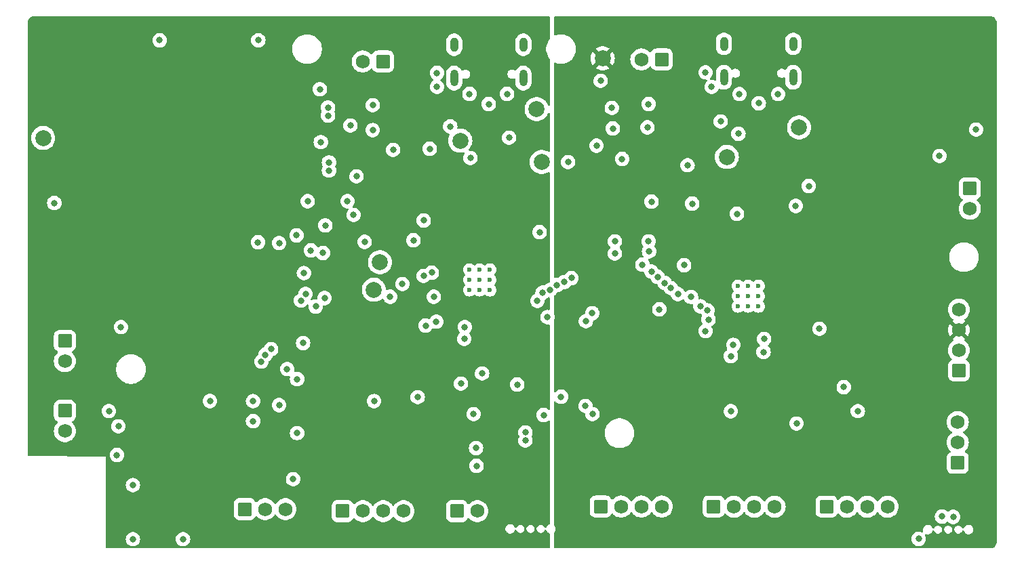
<source format=gbr>
%TF.GenerationSoftware,KiCad,Pcbnew,8.0.0*%
%TF.CreationDate,2024-04-26T21:37:07-04:00*%
%TF.ProjectId,Main board,4d61696e-2062-46f6-9172-642e6b696361,rev?*%
%TF.SameCoordinates,Original*%
%TF.FileFunction,Copper,L3,Inr*%
%TF.FilePolarity,Positive*%
%FSLAX46Y46*%
G04 Gerber Fmt 4.6, Leading zero omitted, Abs format (unit mm)*
G04 Created by KiCad (PCBNEW 8.0.0) date 2024-04-26 21:37:07*
%MOMM*%
%LPD*%
G01*
G04 APERTURE LIST*
G04 Aperture macros list*
%AMRoundRect*
0 Rectangle with rounded corners*
0 $1 Rounding radius*
0 $2 $3 $4 $5 $6 $7 $8 $9 X,Y pos of 4 corners*
0 Add a 4 corners polygon primitive as box body*
4,1,4,$2,$3,$4,$5,$6,$7,$8,$9,$2,$3,0*
0 Add four circle primitives for the rounded corners*
1,1,$1+$1,$2,$3*
1,1,$1+$1,$4,$5*
1,1,$1+$1,$6,$7*
1,1,$1+$1,$8,$9*
0 Add four rect primitives between the rounded corners*
20,1,$1+$1,$2,$3,$4,$5,0*
20,1,$1+$1,$4,$5,$6,$7,0*
20,1,$1+$1,$6,$7,$8,$9,0*
20,1,$1+$1,$8,$9,$2,$3,0*%
G04 Aperture macros list end*
%TA.AperFunction,ComponentPad*%
%ADD10C,0.600000*%
%TD*%
%TA.AperFunction,ComponentPad*%
%ADD11C,2.000000*%
%TD*%
%TA.AperFunction,ComponentPad*%
%ADD12RoundRect,0.250000X-0.620000X-0.620000X0.620000X-0.620000X0.620000X0.620000X-0.620000X0.620000X0*%
%TD*%
%TA.AperFunction,ComponentPad*%
%ADD13C,1.740000*%
%TD*%
%TA.AperFunction,ComponentPad*%
%ADD14RoundRect,0.250000X0.620000X0.620000X-0.620000X0.620000X-0.620000X-0.620000X0.620000X-0.620000X0*%
%TD*%
%TA.AperFunction,ComponentPad*%
%ADD15O,1.000000X2.100000*%
%TD*%
%TA.AperFunction,ComponentPad*%
%ADD16O,1.000000X1.800000*%
%TD*%
%TA.AperFunction,ComponentPad*%
%ADD17RoundRect,0.250000X-0.620000X0.620000X-0.620000X-0.620000X0.620000X-0.620000X0.620000X0.620000X0*%
%TD*%
%TA.AperFunction,ComponentPad*%
%ADD18RoundRect,0.250000X0.620000X-0.620000X0.620000X0.620000X-0.620000X0.620000X-0.620000X-0.620000X0*%
%TD*%
%TA.AperFunction,ViaPad*%
%ADD19C,0.800000*%
%TD*%
G04 APERTURE END LIST*
D10*
%TO.N,GND*%
%TO.C,U7*%
X145793500Y-86606500D03*
X145793500Y-87881500D03*
X145793500Y-89156500D03*
X147068500Y-86606500D03*
X147068500Y-87881500D03*
X147068500Y-89156500D03*
X148343500Y-86606500D03*
X148343500Y-87881500D03*
X148343500Y-89156500D03*
%TD*%
D11*
%TO.N,+3V3*%
%TO.C,TP5*%
X87884000Y-61087000D03*
%TD*%
D12*
%TO.N,+5V*%
%TO.C,J18*%
X84210000Y-114500000D03*
D13*
%TO.N,/PWM_MC*%
X86750000Y-114500000D03*
%TO.N,GND*%
X89290000Y-114500000D03*
%TD*%
D14*
%TO.N,+BATT*%
%TO.C,J16*%
X136259500Y-58293000D03*
D13*
%TO.N,GND*%
X133719500Y-58293000D03*
%TD*%
D12*
%TO.N,+3V3*%
%TO.C,J5*%
X156845000Y-114185000D03*
D13*
%TO.N,GND*%
X159385000Y-114185000D03*
%TO.N,/Ch.3A*%
X161925000Y-114185000D03*
%TO.N,/Ch.3B*%
X164465000Y-114185000D03*
%TD*%
D10*
%TO.N,GND*%
%TO.C,U1*%
X112268000Y-84572000D03*
X112268000Y-85847000D03*
X112268000Y-87122000D03*
X113543000Y-84572000D03*
X113543000Y-85847000D03*
X113543000Y-87122000D03*
X114818000Y-84572000D03*
X114818000Y-85847000D03*
X114818000Y-87122000D03*
%TD*%
D15*
%TO.N,GND*%
%TO.C,J12*%
X152688000Y-60528999D03*
D16*
X152688000Y-56348999D03*
D15*
X144048000Y-60528999D03*
D16*
X144048000Y-56348999D03*
%TD*%
D11*
%TO.N,VBUS*%
%TO.C,TP2*%
X111125000Y-68453000D03*
%TD*%
D17*
%TO.N,/LS2*%
%TO.C,J6*%
X61750000Y-93460000D03*
D13*
%TO.N,GND*%
X61750000Y-96000000D03*
%TD*%
D11*
%TO.N,+3V3_R*%
%TO.C,TP8*%
X128905000Y-58166000D03*
%TD*%
%TO.N,+5V_R*%
%TO.C,TP7*%
X121285000Y-71120000D03*
%TD*%
%TO.N,GND*%
%TO.C,TP1*%
X120650000Y-64516000D03*
%TD*%
%TO.N,+5V*%
%TO.C,TP6*%
X59035500Y-68107500D03*
%TD*%
D14*
%TO.N,Net-(J14-Pin_1)*%
%TO.C,J14*%
X101473000Y-58547000D03*
D13*
%TO.N,GND*%
X98933000Y-58547000D03*
%TD*%
D11*
%TO.N,VCC*%
%TO.C,TP4*%
X144399000Y-70485000D03*
%TD*%
%TO.N,/SDA*%
%TO.C,TP9*%
X100330000Y-87082000D03*
%TD*%
D15*
%TO.N,GND*%
%TO.C,J2*%
X119001000Y-60636000D03*
D16*
X119001000Y-56456000D03*
D15*
X110361000Y-60636000D03*
D16*
X110361000Y-56456000D03*
%TD*%
D18*
%TO.N,+5V_R*%
%TO.C,J10*%
X173228000Y-108712000D03*
D13*
%TO.N,/PWM_EMRG_REL*%
X173228000Y-106172000D03*
%TO.N,GND*%
X173228000Y-103632000D03*
%TD*%
D17*
%TO.N,Net-(J11-Pin_1)*%
%TO.C,J11*%
X174740000Y-74422000D03*
D13*
%TO.N,Net-(J11-Pin_2)*%
X174740000Y-76962000D03*
%TD*%
D11*
%TO.N,/SCL*%
%TO.C,TP10*%
X101092000Y-83653000D03*
%TD*%
D12*
%TO.N,Net-(J15-Pin_1)*%
%TO.C,J15*%
X96420000Y-114750000D03*
D13*
%TO.N,GND*%
X98960000Y-114750000D03*
%TO.N,/STEP*%
X101500000Y-114750000D03*
%TO.N,/DIR*%
X104040000Y-114750000D03*
%TD*%
D17*
%TO.N,/LS1*%
%TO.C,J7*%
X61750000Y-102210000D03*
D13*
%TO.N,GND*%
X61750000Y-104750000D03*
%TD*%
D12*
%TO.N,Net-(J13-Pin_1)*%
%TO.C,J13*%
X110710000Y-114750000D03*
D13*
%TO.N,Net-(J13-Pin_2)*%
X113250000Y-114750000D03*
%TD*%
D12*
%TO.N,+3V3*%
%TO.C,J4*%
X142748000Y-114185000D03*
D13*
%TO.N,GND*%
X145288000Y-114185000D03*
%TO.N,/Ch.2A*%
X147828000Y-114185000D03*
%TO.N,/Ch.2B*%
X150368000Y-114185000D03*
%TD*%
D18*
%TO.N,GND*%
%TO.C,J17*%
X173380400Y-97180400D03*
D13*
%TO.N,/CUT*%
X173380400Y-94640400D03*
%TO.N,+3V3_R*%
X173380400Y-92100400D03*
%TO.N,+5V_R*%
X173380400Y-89560400D03*
%TD*%
D12*
%TO.N,+3V3*%
%TO.C,J3*%
X128651000Y-114173000D03*
D13*
%TO.N,GND*%
X131191000Y-114173000D03*
%TO.N,/Ch.1A*%
X133731000Y-114173000D03*
%TO.N,/Ch.1B*%
X136271000Y-114173000D03*
%TD*%
D11*
%TO.N,GND*%
%TO.C,TP3*%
X153416000Y-66802000D03*
%TD*%
D19*
%TO.N,GND*%
X144907000Y-95377000D03*
X139490000Y-71517999D03*
X145210000Y-93977000D03*
X105800000Y-100500000D03*
X97409000Y-66548000D03*
X90750000Y-105000000D03*
X111609000Y-93218000D03*
X168351200Y-118211600D03*
X102362000Y-87947000D03*
X106553000Y-78421000D03*
X134998500Y-76065500D03*
X140078500Y-76319500D03*
X153100000Y-103800000D03*
X94723000Y-72169503D03*
X113843000Y-97536000D03*
X118237000Y-98933000D03*
X70250000Y-111500000D03*
X113093500Y-106870500D03*
X175514000Y-67056000D03*
X135971000Y-89524500D03*
X153000000Y-76600000D03*
X60432500Y-76235500D03*
X94615000Y-65311503D03*
X112395000Y-70612000D03*
X98171000Y-72898000D03*
X68437000Y-104140000D03*
X73591500Y-55908500D03*
X109867000Y-66675000D03*
X139065000Y-84012843D03*
X102743000Y-69596000D03*
X94272527Y-79041617D03*
X112776000Y-102616000D03*
X105283000Y-80899000D03*
X145840000Y-67580999D03*
X70250000Y-118250000D03*
X68250000Y-107735462D03*
X145669000Y-77597000D03*
X79866000Y-100990000D03*
X90750000Y-98250000D03*
X107315000Y-69469000D03*
X121031000Y-79883000D03*
X117221000Y-68072000D03*
X85908500Y-55908500D03*
X113157000Y-109093000D03*
X130175000Y-66929000D03*
X94175000Y-88118000D03*
X143637000Y-66040000D03*
X144899500Y-102261000D03*
X76500000Y-118250000D03*
%TO.N,+3V3*%
X65560000Y-90920000D03*
X108623883Y-82400783D03*
X89500000Y-103250000D03*
X82661000Y-104941462D03*
X65699000Y-99416000D03*
X113843000Y-80137000D03*
X91731000Y-77535000D03*
X88011000Y-63881000D03*
X121539000Y-114173000D03*
X110189000Y-72470000D03*
X118491000Y-93599000D03*
X100750000Y-110250000D03*
X96527000Y-92527000D03*
X99822000Y-77851000D03*
X116459000Y-81280000D03*
%TO.N,+5V*%
X90250000Y-110750000D03*
X68750000Y-91750000D03*
X85250000Y-101000000D03*
X85250000Y-103500000D03*
%TO.N,+BATT*%
X154635200Y-74117200D03*
%TO.N,VBUS*%
X116963000Y-62608000D03*
X108204000Y-61722000D03*
X112264000Y-62608000D03*
X114681000Y-63881000D03*
X108204000Y-59982000D03*
%TO.N,VCC*%
X148380000Y-63770999D03*
X141732000Y-59918000D03*
X150793000Y-62627999D03*
X142494000Y-61722000D03*
X145967000Y-62627999D03*
%TO.N,/Ch.1A*%
X134992661Y-84823634D03*
X111679250Y-91746500D03*
%TO.N,/Ch.1B*%
X135760500Y-85463500D03*
%TO.N,/Ch.2A*%
X136643661Y-86220634D03*
%TO.N,/Ch.2B*%
X137411500Y-86860500D03*
%TO.N,/Ch.3A*%
X138300500Y-87622500D03*
%TO.N,/Ch.3B*%
X139930378Y-87982378D03*
%TO.N,/SCL*%
X103886000Y-86360000D03*
%TO.N,/LS1*%
X121539000Y-102743000D03*
X67250000Y-102250000D03*
X123698000Y-100457000D03*
X111209000Y-98806000D03*
X133855500Y-83939500D03*
%TO.N,/PWM_EMRG_REL*%
X142110500Y-90797500D03*
%TO.N,Net-(U1-GPIO4)*%
X130429000Y-81026000D03*
X107569000Y-84947500D03*
%TO.N,/CROSS_PRIMTX_REDRX*%
X141983500Y-89654500D03*
X134635701Y-81026000D03*
%TO.N,Net-(U1-GPIO5)*%
X130429000Y-82550000D03*
X106553000Y-85347500D03*
%TO.N,/CROSS_PRIMRX_REDTX*%
X134686698Y-82296000D03*
X141094500Y-89146500D03*
%TO.N,Net-(U5-PG)*%
X94615000Y-64312000D03*
X93599000Y-62026000D03*
%TO.N,Net-(U11-PG)*%
X94723000Y-71170000D03*
X93707000Y-68630000D03*
%TO.N,Net-(U12-PG)*%
X130045000Y-64352999D03*
X128651000Y-60960000D03*
%TO.N,Net-(U13-PG)*%
X131318000Y-70739000D03*
X128132018Y-69080133D03*
%TO.N,/SPI0_POCI*%
X86280443Y-96065829D03*
X85852000Y-81153000D03*
X90678000Y-80288000D03*
%TO.N,/SPI0_SCK*%
X86792892Y-95207108D03*
X99187000Y-81088500D03*
X97028000Y-76011000D03*
X88500000Y-81250000D03*
%TO.N,/SPI0_PICO*%
X92456000Y-82169000D03*
X87500000Y-94500000D03*
X92075000Y-76011000D03*
%TO.N,/SPIO_CS_IMU*%
X107823000Y-87946500D03*
X97790000Y-77724000D03*
%TO.N,/LS2*%
X106807000Y-91567000D03*
X91500000Y-93750000D03*
%TO.N,/PWM_MC*%
X108125967Y-91076227D03*
X88500000Y-101500000D03*
%TO.N,/TXEN*%
X124118015Y-86115795D03*
X93069347Y-89180653D03*
%TO.N,/SW*%
X120750000Y-88463500D03*
X91233470Y-88424044D03*
%TO.N,/DIO1*%
X121386040Y-87448046D03*
X91800000Y-87600000D03*
%TO.N,/~{RST}*%
X93980000Y-82487500D03*
X123190000Y-86487000D03*
%TO.N,/BUSY*%
X122322587Y-87098926D03*
X91600000Y-85000000D03*
%TO.N,/TIMEPULSE*%
X124989164Y-85625791D03*
X89500000Y-97000000D03*
%TO.N,/SWD_R*%
X149055000Y-93218000D03*
X172669200Y-115469200D03*
%TO.N,/SWCLK_R*%
X171272200Y-115417600D03*
X148984025Y-94855975D03*
%TO.N,/CUT*%
X155956000Y-91948000D03*
X141750000Y-92250000D03*
X170942000Y-70358000D03*
%TO.N,/SPI0_CS_SD*%
X100358870Y-101000000D03*
X122000000Y-90500000D03*
%TO.N,+3V3_R*%
X144777500Y-90162500D03*
X175971200Y-118211600D03*
X132000000Y-93750000D03*
X147193000Y-83312000D03*
X144145000Y-76573500D03*
X151993000Y-95123000D03*
X161250000Y-99250000D03*
%TO.N,Net-(U14-PR1)*%
X100203000Y-64008000D03*
X100191000Y-67132062D03*
%TO.N,Net-(U15-PR1)*%
X134620000Y-63881000D03*
X134493000Y-66791000D03*
%TO.N,/STEP*%
X126746000Y-101600000D03*
X119253000Y-104902000D03*
X126800000Y-91000000D03*
%TO.N,/DIR*%
X127600000Y-90000000D03*
X119253000Y-105918000D03*
X127635000Y-102616000D03*
%TO.N,+5V_R*%
X124587000Y-71120000D03*
%TO.N,/SPI0_CS_SD_R*%
X159000000Y-99250000D03*
X160750000Y-102250000D03*
%TD*%
%TA.AperFunction,Conductor*%
%TO.N,+3V3*%
G36*
X122243039Y-52919685D02*
G01*
X122288794Y-52972489D01*
X122300000Y-53024000D01*
X122300000Y-55740036D01*
X122280315Y-55807075D01*
X122274376Y-55815522D01*
X122156063Y-55969711D01*
X122034777Y-56179784D01*
X122034773Y-56179794D01*
X121941947Y-56403895D01*
X121879161Y-56638214D01*
X121847500Y-56878711D01*
X121847500Y-57121288D01*
X121879161Y-57361785D01*
X121941947Y-57596104D01*
X122034773Y-57820205D01*
X122034777Y-57820214D01*
X122067558Y-57876992D01*
X122156064Y-58030289D01*
X122274377Y-58184478D01*
X122299570Y-58249645D01*
X122300000Y-58259962D01*
X122300000Y-63950820D01*
X122280315Y-64017859D01*
X122227511Y-64063614D01*
X122158353Y-64073558D01*
X122094797Y-64044533D01*
X122062444Y-64000630D01*
X121974173Y-63799393D01*
X121838166Y-63591217D01*
X121779833Y-63527851D01*
X121669744Y-63408262D01*
X121473509Y-63255526D01*
X121473507Y-63255525D01*
X121473506Y-63255524D01*
X121254811Y-63137172D01*
X121254802Y-63137169D01*
X121019616Y-63056429D01*
X120774335Y-63015500D01*
X120525665Y-63015500D01*
X120280383Y-63056429D01*
X120045197Y-63137169D01*
X120045188Y-63137172D01*
X119826493Y-63255524D01*
X119630257Y-63408261D01*
X119461833Y-63591217D01*
X119325826Y-63799393D01*
X119225936Y-64027118D01*
X119164892Y-64268175D01*
X119164890Y-64268187D01*
X119144357Y-64515994D01*
X119144357Y-64516005D01*
X119164890Y-64763812D01*
X119164892Y-64763824D01*
X119225936Y-65004881D01*
X119325826Y-65232606D01*
X119461833Y-65440782D01*
X119461836Y-65440785D01*
X119630256Y-65623738D01*
X119826491Y-65776474D01*
X119826493Y-65776475D01*
X120037835Y-65890848D01*
X120045190Y-65894828D01*
X120280386Y-65975571D01*
X120525665Y-66016500D01*
X120774335Y-66016500D01*
X121019614Y-65975571D01*
X121254810Y-65894828D01*
X121473509Y-65776474D01*
X121669744Y-65623738D01*
X121838164Y-65440785D01*
X121974173Y-65232607D01*
X122062444Y-65031368D01*
X122107400Y-64977883D01*
X122174136Y-64957193D01*
X122241464Y-64975868D01*
X122288007Y-65027978D01*
X122300000Y-65081179D01*
X122300000Y-69755501D01*
X122280315Y-69822540D01*
X122227511Y-69868295D01*
X122158353Y-69878239D01*
X122113391Y-69861277D01*
X122113019Y-69861967D01*
X122108510Y-69859526D01*
X122108509Y-69859526D01*
X121969428Y-69784259D01*
X121889811Y-69741172D01*
X121889802Y-69741169D01*
X121654616Y-69660429D01*
X121409335Y-69619500D01*
X121160665Y-69619500D01*
X120915383Y-69660429D01*
X120680197Y-69741169D01*
X120680188Y-69741172D01*
X120461493Y-69859524D01*
X120265257Y-70012261D01*
X120096833Y-70195217D01*
X119960826Y-70403393D01*
X119860936Y-70631118D01*
X119799892Y-70872175D01*
X119799890Y-70872187D01*
X119779357Y-71119994D01*
X119779357Y-71120005D01*
X119799890Y-71367812D01*
X119799892Y-71367824D01*
X119860936Y-71608881D01*
X119960826Y-71836606D01*
X120096833Y-72044782D01*
X120096836Y-72044785D01*
X120265256Y-72227738D01*
X120461491Y-72380474D01*
X120680190Y-72498828D01*
X120915386Y-72579571D01*
X121160665Y-72620500D01*
X121409335Y-72620500D01*
X121654614Y-72579571D01*
X121889810Y-72498828D01*
X122108509Y-72380474D01*
X122108510Y-72380472D01*
X122113019Y-72378033D01*
X122113577Y-72379064D01*
X122175050Y-72360502D01*
X122242238Y-72379672D01*
X122288396Y-72432124D01*
X122300000Y-72484498D01*
X122300000Y-86082696D01*
X122280315Y-86149735D01*
X122227511Y-86195490D01*
X122201781Y-86203986D01*
X122042784Y-86237781D01*
X122042779Y-86237783D01*
X121869857Y-86314774D01*
X121869852Y-86314777D01*
X121716719Y-86426035D01*
X121716716Y-86426037D01*
X121716716Y-86426038D01*
X121657158Y-86492184D01*
X121634872Y-86516935D01*
X121575385Y-86553583D01*
X121516945Y-86555252D01*
X121480686Y-86547546D01*
X121291394Y-86547546D01*
X121288040Y-86548259D01*
X121106237Y-86586901D01*
X121106232Y-86586903D01*
X120933310Y-86663894D01*
X120933305Y-86663897D01*
X120780169Y-86775157D01*
X120653506Y-86915831D01*
X120558861Y-87079761D01*
X120558858Y-87079768D01*
X120501319Y-87256856D01*
X120500366Y-87259790D01*
X120484128Y-87414285D01*
X120480580Y-87448046D01*
X120486192Y-87501446D01*
X120473622Y-87570176D01*
X120425889Y-87621199D01*
X120413307Y-87627685D01*
X120297270Y-87679348D01*
X120297265Y-87679351D01*
X120144129Y-87790611D01*
X120017466Y-87931285D01*
X119922821Y-88095215D01*
X119922818Y-88095222D01*
X119864327Y-88275240D01*
X119864326Y-88275244D01*
X119844540Y-88463500D01*
X119864326Y-88651756D01*
X119864327Y-88651759D01*
X119922818Y-88831777D01*
X119922821Y-88831784D01*
X120017467Y-88995716D01*
X120072944Y-89057329D01*
X120144129Y-89136388D01*
X120297265Y-89247648D01*
X120297270Y-89247651D01*
X120470192Y-89324642D01*
X120470197Y-89324644D01*
X120655354Y-89364000D01*
X120655355Y-89364000D01*
X120844644Y-89364000D01*
X120844646Y-89364000D01*
X121029803Y-89324644D01*
X121202730Y-89247651D01*
X121355871Y-89136388D01*
X121482533Y-88995716D01*
X121577179Y-88831784D01*
X121635674Y-88651756D01*
X121655460Y-88463500D01*
X121649847Y-88410098D01*
X121662416Y-88341371D01*
X121710148Y-88290347D01*
X121722709Y-88283870D01*
X121838770Y-88232197D01*
X121991911Y-88120934D01*
X122073756Y-88030035D01*
X122133240Y-87993389D01*
X122191683Y-87991719D01*
X122201782Y-87993865D01*
X122263263Y-88027058D01*
X122297039Y-88088221D01*
X122300000Y-88115155D01*
X122300000Y-89490022D01*
X122280315Y-89557061D01*
X122227511Y-89602816D01*
X122158353Y-89612760D01*
X122150233Y-89611315D01*
X122094646Y-89599500D01*
X121905354Y-89599500D01*
X121872897Y-89606398D01*
X121720197Y-89638855D01*
X121720192Y-89638857D01*
X121547270Y-89715848D01*
X121547265Y-89715851D01*
X121394129Y-89827111D01*
X121267466Y-89967785D01*
X121172821Y-90131715D01*
X121172818Y-90131722D01*
X121120716Y-90292078D01*
X121114326Y-90311744D01*
X121094540Y-90500000D01*
X121114326Y-90688256D01*
X121114327Y-90688259D01*
X121172818Y-90868277D01*
X121172821Y-90868284D01*
X121267467Y-91032216D01*
X121307095Y-91076227D01*
X121394129Y-91172888D01*
X121547265Y-91284148D01*
X121547270Y-91284151D01*
X121720192Y-91361142D01*
X121720197Y-91361144D01*
X121905354Y-91400500D01*
X121905355Y-91400500D01*
X122094644Y-91400500D01*
X122094646Y-91400500D01*
X122150221Y-91388687D01*
X122219885Y-91394003D01*
X122275619Y-91436139D01*
X122299725Y-91501719D01*
X122300000Y-91509977D01*
X122300000Y-101939456D01*
X122280315Y-102006495D01*
X122227511Y-102052250D01*
X122158353Y-102062194D01*
X122103115Y-102039774D01*
X121991734Y-101958851D01*
X121991729Y-101958848D01*
X121818807Y-101881857D01*
X121818802Y-101881855D01*
X121673001Y-101850865D01*
X121633646Y-101842500D01*
X121444354Y-101842500D01*
X121411897Y-101849398D01*
X121259197Y-101881855D01*
X121259192Y-101881857D01*
X121086270Y-101958848D01*
X121086265Y-101958851D01*
X120933129Y-102070111D01*
X120806466Y-102210785D01*
X120711821Y-102374715D01*
X120711818Y-102374722D01*
X120653327Y-102554740D01*
X120653326Y-102554744D01*
X120633540Y-102743000D01*
X120653326Y-102931256D01*
X120653327Y-102931259D01*
X120711818Y-103111277D01*
X120711821Y-103111284D01*
X120806467Y-103275216D01*
X120918957Y-103400148D01*
X120933129Y-103415888D01*
X121086265Y-103527148D01*
X121086270Y-103527151D01*
X121259192Y-103604142D01*
X121259197Y-103604144D01*
X121444354Y-103643500D01*
X121444355Y-103643500D01*
X121633644Y-103643500D01*
X121633646Y-103643500D01*
X121818803Y-103604144D01*
X121991730Y-103527151D01*
X122103117Y-103446223D01*
X122168921Y-103422745D01*
X122236975Y-103438570D01*
X122285669Y-103488676D01*
X122300000Y-103546543D01*
X122300000Y-116284465D01*
X122280315Y-116351504D01*
X122227511Y-116397259D01*
X122208099Y-116404238D01*
X122196221Y-116407421D01*
X122196209Y-116407426D01*
X122059290Y-116486475D01*
X122059282Y-116486481D01*
X121947481Y-116598282D01*
X121947475Y-116598290D01*
X121868426Y-116735209D01*
X121868423Y-116735214D01*
X121868422Y-116735218D01*
X121860835Y-116763537D01*
X121860834Y-116763540D01*
X121824468Y-116823200D01*
X121761621Y-116853729D01*
X121692246Y-116845434D01*
X121638368Y-116800948D01*
X121626496Y-116778894D01*
X121624392Y-116773814D01*
X121618460Y-116763540D01*
X121558500Y-116659686D01*
X121465314Y-116566500D01*
X121408250Y-116533554D01*
X121351187Y-116500608D01*
X121287539Y-116483554D01*
X121223892Y-116466500D01*
X121092108Y-116466500D01*
X120964812Y-116500608D01*
X120850686Y-116566500D01*
X120850683Y-116566502D01*
X120757502Y-116659683D01*
X120757500Y-116659686D01*
X120691608Y-116773812D01*
X120657500Y-116901108D01*
X120657500Y-117032891D01*
X120691608Y-117160187D01*
X120713894Y-117198786D01*
X120757500Y-117274314D01*
X120850686Y-117367500D01*
X120964814Y-117433392D01*
X121092108Y-117467500D01*
X121092110Y-117467500D01*
X121223890Y-117467500D01*
X121223892Y-117467500D01*
X121351186Y-117433392D01*
X121465314Y-117367500D01*
X121558500Y-117274314D01*
X121624392Y-117160186D01*
X121624392Y-117160183D01*
X121626495Y-117155108D01*
X121670332Y-117100702D01*
X121736625Y-117078632D01*
X121804325Y-117095907D01*
X121851939Y-117147041D01*
X121860832Y-117170456D01*
X121868423Y-117198783D01*
X121868426Y-117198790D01*
X121947475Y-117335709D01*
X121947479Y-117335714D01*
X121947480Y-117335716D01*
X122059284Y-117447520D01*
X122059286Y-117447521D01*
X122059290Y-117447524D01*
X122196209Y-117526573D01*
X122196216Y-117526577D01*
X122208090Y-117529758D01*
X122267751Y-117566120D01*
X122298282Y-117628966D01*
X122300000Y-117649534D01*
X122300000Y-119276000D01*
X122280315Y-119343039D01*
X122227511Y-119388794D01*
X122176000Y-119400000D01*
X67024396Y-119400000D01*
X66957357Y-119380315D01*
X66911602Y-119327511D01*
X66900396Y-119276004D01*
X66900360Y-118250000D01*
X69344540Y-118250000D01*
X69364326Y-118438256D01*
X69364327Y-118438259D01*
X69422818Y-118618277D01*
X69422821Y-118618284D01*
X69517467Y-118782216D01*
X69644129Y-118922888D01*
X69797265Y-119034148D01*
X69797270Y-119034151D01*
X69970192Y-119111142D01*
X69970197Y-119111144D01*
X70155354Y-119150500D01*
X70155355Y-119150500D01*
X70344644Y-119150500D01*
X70344646Y-119150500D01*
X70529803Y-119111144D01*
X70702730Y-119034151D01*
X70855871Y-118922888D01*
X70982533Y-118782216D01*
X71077179Y-118618284D01*
X71135674Y-118438256D01*
X71155460Y-118250000D01*
X75594540Y-118250000D01*
X75614326Y-118438256D01*
X75614327Y-118438259D01*
X75672818Y-118618277D01*
X75672821Y-118618284D01*
X75767467Y-118782216D01*
X75894129Y-118922888D01*
X76047265Y-119034148D01*
X76047270Y-119034151D01*
X76220192Y-119111142D01*
X76220197Y-119111144D01*
X76405354Y-119150500D01*
X76405355Y-119150500D01*
X76594644Y-119150500D01*
X76594646Y-119150500D01*
X76779803Y-119111144D01*
X76952730Y-119034151D01*
X77105871Y-118922888D01*
X77232533Y-118782216D01*
X77327179Y-118618284D01*
X77385674Y-118438256D01*
X77405460Y-118250000D01*
X77385674Y-118061744D01*
X77327179Y-117881716D01*
X77232533Y-117717784D01*
X77105871Y-117577112D01*
X77105870Y-117577111D01*
X76952734Y-117465851D01*
X76952729Y-117465848D01*
X76779807Y-117388857D01*
X76779802Y-117388855D01*
X76634001Y-117357865D01*
X76594646Y-117349500D01*
X76405354Y-117349500D01*
X76372897Y-117356398D01*
X76220197Y-117388855D01*
X76220192Y-117388857D01*
X76047270Y-117465848D01*
X76047265Y-117465851D01*
X75894129Y-117577111D01*
X75767466Y-117717785D01*
X75672821Y-117881715D01*
X75672818Y-117881722D01*
X75614327Y-118061740D01*
X75614326Y-118061744D01*
X75594540Y-118250000D01*
X71155460Y-118250000D01*
X71135674Y-118061744D01*
X71077179Y-117881716D01*
X70982533Y-117717784D01*
X70855871Y-117577112D01*
X70855870Y-117577111D01*
X70702734Y-117465851D01*
X70702729Y-117465848D01*
X70529807Y-117388857D01*
X70529802Y-117388855D01*
X70384001Y-117357865D01*
X70344646Y-117349500D01*
X70155354Y-117349500D01*
X70122897Y-117356398D01*
X69970197Y-117388855D01*
X69970192Y-117388857D01*
X69797270Y-117465848D01*
X69797265Y-117465851D01*
X69644129Y-117577111D01*
X69517466Y-117717785D01*
X69422821Y-117881715D01*
X69422818Y-117881722D01*
X69364327Y-118061740D01*
X69364326Y-118061744D01*
X69344540Y-118250000D01*
X66900360Y-118250000D01*
X66900318Y-117046057D01*
X116747500Y-117046057D01*
X116780835Y-117170463D01*
X116788423Y-117198783D01*
X116788426Y-117198790D01*
X116867475Y-117335709D01*
X116867479Y-117335714D01*
X116867480Y-117335716D01*
X116979284Y-117447520D01*
X116979286Y-117447521D01*
X116979290Y-117447524D01*
X117116209Y-117526573D01*
X117116216Y-117526577D01*
X117268943Y-117567500D01*
X117268945Y-117567500D01*
X117427055Y-117567500D01*
X117427057Y-117567500D01*
X117579784Y-117526577D01*
X117716716Y-117447520D01*
X117828520Y-117335716D01*
X117907577Y-117198784D01*
X117915166Y-117170458D01*
X117951528Y-117110801D01*
X118014374Y-117080270D01*
X118083750Y-117088563D01*
X118137629Y-117133047D01*
X118149501Y-117155100D01*
X118151606Y-117160183D01*
X118157540Y-117170460D01*
X118217500Y-117274314D01*
X118310686Y-117367500D01*
X118424814Y-117433392D01*
X118552108Y-117467500D01*
X118552110Y-117467500D01*
X118683890Y-117467500D01*
X118683892Y-117467500D01*
X118811186Y-117433392D01*
X118925314Y-117367500D01*
X119018500Y-117274314D01*
X119084392Y-117160186D01*
X119118500Y-117032892D01*
X119118500Y-117032891D01*
X119387500Y-117032891D01*
X119421608Y-117160187D01*
X119443894Y-117198786D01*
X119487500Y-117274314D01*
X119580686Y-117367500D01*
X119694814Y-117433392D01*
X119822108Y-117467500D01*
X119822110Y-117467500D01*
X119953890Y-117467500D01*
X119953892Y-117467500D01*
X120081186Y-117433392D01*
X120195314Y-117367500D01*
X120288500Y-117274314D01*
X120354392Y-117160186D01*
X120388500Y-117032892D01*
X120388500Y-116901108D01*
X120354392Y-116773814D01*
X120288500Y-116659686D01*
X120195314Y-116566500D01*
X120138250Y-116533554D01*
X120081187Y-116500608D01*
X120017539Y-116483554D01*
X119953892Y-116466500D01*
X119822108Y-116466500D01*
X119694812Y-116500608D01*
X119580686Y-116566500D01*
X119580683Y-116566502D01*
X119487502Y-116659683D01*
X119487500Y-116659686D01*
X119421608Y-116773812D01*
X119387500Y-116901108D01*
X119387500Y-117032891D01*
X119118500Y-117032891D01*
X119118500Y-116901108D01*
X119084392Y-116773814D01*
X119018500Y-116659686D01*
X118925314Y-116566500D01*
X118868250Y-116533554D01*
X118811187Y-116500608D01*
X118747539Y-116483554D01*
X118683892Y-116466500D01*
X118552108Y-116466500D01*
X118424812Y-116500608D01*
X118310686Y-116566500D01*
X118310683Y-116566502D01*
X118217502Y-116659683D01*
X118217500Y-116659686D01*
X118151606Y-116773816D01*
X118149500Y-116778902D01*
X118105657Y-116833304D01*
X118039363Y-116855367D01*
X117971664Y-116838086D01*
X117924055Y-116786948D01*
X117915166Y-116763540D01*
X117907577Y-116735216D01*
X117863970Y-116659686D01*
X117828524Y-116598290D01*
X117828518Y-116598282D01*
X117716717Y-116486481D01*
X117716709Y-116486475D01*
X117579790Y-116407426D01*
X117579786Y-116407424D01*
X117579784Y-116407423D01*
X117427057Y-116366500D01*
X117268943Y-116366500D01*
X117116216Y-116407423D01*
X117116209Y-116407426D01*
X116979290Y-116486475D01*
X116979282Y-116486481D01*
X116867481Y-116598282D01*
X116867475Y-116598290D01*
X116788426Y-116735209D01*
X116788424Y-116735214D01*
X116788423Y-116735216D01*
X116747500Y-116887943D01*
X116747500Y-117046057D01*
X66900318Y-117046057D01*
X66900262Y-115425377D01*
X66900253Y-115170001D01*
X82839500Y-115170001D01*
X82839501Y-115170018D01*
X82850000Y-115272796D01*
X82850001Y-115272799D01*
X82905185Y-115439331D01*
X82905187Y-115439336D01*
X82940069Y-115495888D01*
X82997288Y-115588656D01*
X83121344Y-115712712D01*
X83270666Y-115804814D01*
X83437203Y-115859999D01*
X83539991Y-115870500D01*
X84880008Y-115870499D01*
X84982797Y-115859999D01*
X85149334Y-115804814D01*
X85298656Y-115712712D01*
X85422712Y-115588656D01*
X85514814Y-115439334D01*
X85514816Y-115439326D01*
X85516297Y-115436151D01*
X85517899Y-115434330D01*
X85518605Y-115433187D01*
X85518800Y-115433307D01*
X85562464Y-115383706D01*
X85629655Y-115364547D01*
X85696539Y-115384755D01*
X85719914Y-115404559D01*
X85757561Y-115445455D01*
X85818606Y-115511767D01*
X85818610Y-115511770D01*
X85997830Y-115651263D01*
X85997836Y-115651267D01*
X85997839Y-115651269D01*
X86197590Y-115759369D01*
X86412409Y-115833116D01*
X86636437Y-115870500D01*
X86636438Y-115870500D01*
X86863562Y-115870500D01*
X86863563Y-115870500D01*
X87087591Y-115833116D01*
X87302410Y-115759369D01*
X87502161Y-115651269D01*
X87549342Y-115614547D01*
X87667223Y-115522796D01*
X87681396Y-115511765D01*
X87835224Y-115344663D01*
X87882175Y-115272799D01*
X87916191Y-115220734D01*
X87969338Y-115175377D01*
X88038569Y-115165953D01*
X88101905Y-115195455D01*
X88123809Y-115220734D01*
X88204773Y-115344660D01*
X88204775Y-115344662D01*
X88204776Y-115344663D01*
X88358604Y-115511765D01*
X88358607Y-115511767D01*
X88358610Y-115511770D01*
X88537830Y-115651263D01*
X88537836Y-115651267D01*
X88537839Y-115651269D01*
X88737590Y-115759369D01*
X88952409Y-115833116D01*
X89176437Y-115870500D01*
X89176438Y-115870500D01*
X89403562Y-115870500D01*
X89403563Y-115870500D01*
X89627591Y-115833116D01*
X89842410Y-115759369D01*
X90042161Y-115651269D01*
X90089342Y-115614547D01*
X90207223Y-115522796D01*
X90221396Y-115511765D01*
X90305871Y-115420001D01*
X95049500Y-115420001D01*
X95049501Y-115420018D01*
X95060000Y-115522796D01*
X95060001Y-115522799D01*
X95115185Y-115689331D01*
X95115187Y-115689336D01*
X95150069Y-115745888D01*
X95207288Y-115838656D01*
X95331344Y-115962712D01*
X95480666Y-116054814D01*
X95647203Y-116109999D01*
X95749991Y-116120500D01*
X97090008Y-116120499D01*
X97192797Y-116109999D01*
X97359334Y-116054814D01*
X97508656Y-115962712D01*
X97632712Y-115838656D01*
X97724814Y-115689334D01*
X97724816Y-115689326D01*
X97726297Y-115686151D01*
X97727899Y-115684330D01*
X97728605Y-115683187D01*
X97728800Y-115683307D01*
X97772464Y-115633706D01*
X97839655Y-115614547D01*
X97906539Y-115634755D01*
X97929914Y-115654559D01*
X98026397Y-115759368D01*
X98028606Y-115761767D01*
X98028610Y-115761770D01*
X98207830Y-115901263D01*
X98207836Y-115901267D01*
X98207839Y-115901269D01*
X98407590Y-116009369D01*
X98622409Y-116083116D01*
X98846437Y-116120500D01*
X98846438Y-116120500D01*
X99073562Y-116120500D01*
X99073563Y-116120500D01*
X99297591Y-116083116D01*
X99512410Y-116009369D01*
X99712161Y-115901269D01*
X99891396Y-115761765D01*
X100045224Y-115594663D01*
X100092175Y-115522799D01*
X100126191Y-115470734D01*
X100179338Y-115425377D01*
X100248569Y-115415953D01*
X100311905Y-115445455D01*
X100333809Y-115470734D01*
X100414773Y-115594660D01*
X100414775Y-115594662D01*
X100414776Y-115594663D01*
X100568604Y-115761765D01*
X100568607Y-115761767D01*
X100568610Y-115761770D01*
X100747830Y-115901263D01*
X100747836Y-115901267D01*
X100747839Y-115901269D01*
X100947590Y-116009369D01*
X101162409Y-116083116D01*
X101386437Y-116120500D01*
X101386438Y-116120500D01*
X101613562Y-116120500D01*
X101613563Y-116120500D01*
X101837591Y-116083116D01*
X102052410Y-116009369D01*
X102252161Y-115901269D01*
X102431396Y-115761765D01*
X102585224Y-115594663D01*
X102632175Y-115522799D01*
X102666191Y-115470734D01*
X102719338Y-115425377D01*
X102788569Y-115415953D01*
X102851905Y-115445455D01*
X102873809Y-115470734D01*
X102954773Y-115594660D01*
X102954775Y-115594662D01*
X102954776Y-115594663D01*
X103108604Y-115761765D01*
X103108607Y-115761767D01*
X103108610Y-115761770D01*
X103287830Y-115901263D01*
X103287836Y-115901267D01*
X103287839Y-115901269D01*
X103487590Y-116009369D01*
X103702409Y-116083116D01*
X103926437Y-116120500D01*
X103926438Y-116120500D01*
X104153562Y-116120500D01*
X104153563Y-116120500D01*
X104377591Y-116083116D01*
X104592410Y-116009369D01*
X104792161Y-115901269D01*
X104971396Y-115761765D01*
X105125224Y-115594663D01*
X105239336Y-115420001D01*
X109339500Y-115420001D01*
X109339501Y-115420018D01*
X109350000Y-115522796D01*
X109350001Y-115522799D01*
X109405185Y-115689331D01*
X109405187Y-115689336D01*
X109440069Y-115745888D01*
X109497288Y-115838656D01*
X109621344Y-115962712D01*
X109770666Y-116054814D01*
X109937203Y-116109999D01*
X110039991Y-116120500D01*
X111380008Y-116120499D01*
X111482797Y-116109999D01*
X111649334Y-116054814D01*
X111798656Y-115962712D01*
X111922712Y-115838656D01*
X112014814Y-115689334D01*
X112014816Y-115689326D01*
X112016297Y-115686151D01*
X112017899Y-115684330D01*
X112018605Y-115683187D01*
X112018800Y-115683307D01*
X112062464Y-115633706D01*
X112129655Y-115614547D01*
X112196539Y-115634755D01*
X112219914Y-115654559D01*
X112316397Y-115759368D01*
X112318606Y-115761767D01*
X112318610Y-115761770D01*
X112497830Y-115901263D01*
X112497836Y-115901267D01*
X112497839Y-115901269D01*
X112697590Y-116009369D01*
X112912409Y-116083116D01*
X113136437Y-116120500D01*
X113136438Y-116120500D01*
X113363562Y-116120500D01*
X113363563Y-116120500D01*
X113587591Y-116083116D01*
X113802410Y-116009369D01*
X114002161Y-115901269D01*
X114181396Y-115761765D01*
X114335224Y-115594663D01*
X114459450Y-115404521D01*
X114550685Y-115196526D01*
X114606441Y-114976350D01*
X114625197Y-114750000D01*
X114623237Y-114726350D01*
X114606441Y-114523653D01*
X114606441Y-114523650D01*
X114550685Y-114303474D01*
X114459450Y-114095479D01*
X114335224Y-113905337D01*
X114181396Y-113738235D01*
X114181391Y-113738231D01*
X114181389Y-113738229D01*
X114002169Y-113598736D01*
X114002163Y-113598732D01*
X113802411Y-113490631D01*
X113802406Y-113490629D01*
X113587593Y-113416884D01*
X113426485Y-113390000D01*
X113363563Y-113379500D01*
X113136437Y-113379500D01*
X113080430Y-113388846D01*
X112912406Y-113416884D01*
X112697593Y-113490629D01*
X112697588Y-113490631D01*
X112497836Y-113598732D01*
X112497830Y-113598736D01*
X112318610Y-113738229D01*
X112318606Y-113738233D01*
X112219914Y-113845440D01*
X112160027Y-113881430D01*
X112090189Y-113879329D01*
X112032573Y-113839804D01*
X112016299Y-113813853D01*
X112014815Y-113810670D01*
X112014814Y-113810666D01*
X111922712Y-113661344D01*
X111798656Y-113537288D01*
X111649334Y-113445186D01*
X111482797Y-113390001D01*
X111482795Y-113390000D01*
X111380010Y-113379500D01*
X110039998Y-113379500D01*
X110039981Y-113379501D01*
X109937203Y-113390000D01*
X109937200Y-113390001D01*
X109770668Y-113445185D01*
X109770663Y-113445187D01*
X109621342Y-113537289D01*
X109497289Y-113661342D01*
X109405187Y-113810663D01*
X109405185Y-113810668D01*
X109393663Y-113845440D01*
X109350001Y-113977203D01*
X109350001Y-113977204D01*
X109350000Y-113977204D01*
X109339500Y-114079983D01*
X109339500Y-115420001D01*
X105239336Y-115420001D01*
X105249450Y-115404521D01*
X105340685Y-115196526D01*
X105396441Y-114976350D01*
X105415197Y-114750000D01*
X105413237Y-114726350D01*
X105396441Y-114523653D01*
X105396441Y-114523650D01*
X105340685Y-114303474D01*
X105249450Y-114095479D01*
X105125224Y-113905337D01*
X104971396Y-113738235D01*
X104971391Y-113738231D01*
X104971389Y-113738229D01*
X104792169Y-113598736D01*
X104792163Y-113598732D01*
X104592411Y-113490631D01*
X104592406Y-113490629D01*
X104377593Y-113416884D01*
X104216485Y-113390000D01*
X104153563Y-113379500D01*
X103926437Y-113379500D01*
X103870430Y-113388846D01*
X103702406Y-113416884D01*
X103487593Y-113490629D01*
X103487588Y-113490631D01*
X103287836Y-113598732D01*
X103287830Y-113598736D01*
X103108610Y-113738229D01*
X103108607Y-113738232D01*
X103108604Y-113738234D01*
X103108604Y-113738235D01*
X103041927Y-113810666D01*
X102954776Y-113905337D01*
X102873809Y-114029266D01*
X102820662Y-114074622D01*
X102751431Y-114084046D01*
X102688095Y-114054544D01*
X102666191Y-114029266D01*
X102632176Y-113977203D01*
X102585224Y-113905337D01*
X102431396Y-113738235D01*
X102431391Y-113738231D01*
X102431389Y-113738229D01*
X102252169Y-113598736D01*
X102252163Y-113598732D01*
X102052411Y-113490631D01*
X102052406Y-113490629D01*
X101837593Y-113416884D01*
X101676485Y-113390000D01*
X101613563Y-113379500D01*
X101386437Y-113379500D01*
X101330430Y-113388846D01*
X101162406Y-113416884D01*
X100947593Y-113490629D01*
X100947588Y-113490631D01*
X100747836Y-113598732D01*
X100747830Y-113598736D01*
X100568610Y-113738229D01*
X100568607Y-113738232D01*
X100568604Y-113738234D01*
X100568604Y-113738235D01*
X100501927Y-113810666D01*
X100414776Y-113905337D01*
X100333809Y-114029266D01*
X100280662Y-114074622D01*
X100211431Y-114084046D01*
X100148095Y-114054544D01*
X100126191Y-114029266D01*
X100092176Y-113977203D01*
X100045224Y-113905337D01*
X99891396Y-113738235D01*
X99891391Y-113738231D01*
X99891389Y-113738229D01*
X99712169Y-113598736D01*
X99712163Y-113598732D01*
X99512411Y-113490631D01*
X99512406Y-113490629D01*
X99297593Y-113416884D01*
X99136485Y-113390000D01*
X99073563Y-113379500D01*
X98846437Y-113379500D01*
X98790430Y-113388846D01*
X98622406Y-113416884D01*
X98407593Y-113490629D01*
X98407588Y-113490631D01*
X98207836Y-113598732D01*
X98207830Y-113598736D01*
X98028610Y-113738229D01*
X98028606Y-113738233D01*
X97929914Y-113845440D01*
X97870027Y-113881430D01*
X97800189Y-113879329D01*
X97742573Y-113839804D01*
X97726299Y-113813853D01*
X97724815Y-113810670D01*
X97724814Y-113810666D01*
X97632712Y-113661344D01*
X97508656Y-113537288D01*
X97359334Y-113445186D01*
X97192797Y-113390001D01*
X97192795Y-113390000D01*
X97090010Y-113379500D01*
X95749998Y-113379500D01*
X95749981Y-113379501D01*
X95647203Y-113390000D01*
X95647200Y-113390001D01*
X95480668Y-113445185D01*
X95480663Y-113445187D01*
X95331342Y-113537289D01*
X95207289Y-113661342D01*
X95115187Y-113810663D01*
X95115185Y-113810668D01*
X95103663Y-113845440D01*
X95060001Y-113977203D01*
X95060001Y-113977204D01*
X95060000Y-113977204D01*
X95049500Y-114079983D01*
X95049500Y-115420001D01*
X90305871Y-115420001D01*
X90375224Y-115344663D01*
X90499450Y-115154521D01*
X90590685Y-114946526D01*
X90646441Y-114726350D01*
X90663237Y-114523653D01*
X90665197Y-114500005D01*
X90665197Y-114499994D01*
X90646441Y-114273653D01*
X90646441Y-114273650D01*
X90590685Y-114053474D01*
X90499450Y-113845479D01*
X90375224Y-113655337D01*
X90221396Y-113488235D01*
X90221391Y-113488231D01*
X90221389Y-113488229D01*
X90042169Y-113348736D01*
X90042163Y-113348732D01*
X89842411Y-113240631D01*
X89842406Y-113240629D01*
X89627593Y-113166884D01*
X89466485Y-113140000D01*
X89403563Y-113129500D01*
X89176437Y-113129500D01*
X89120430Y-113138846D01*
X88952406Y-113166884D01*
X88737593Y-113240629D01*
X88737588Y-113240631D01*
X88537836Y-113348732D01*
X88537830Y-113348736D01*
X88358610Y-113488229D01*
X88358607Y-113488232D01*
X88358604Y-113488234D01*
X88358604Y-113488235D01*
X88256881Y-113598736D01*
X88204776Y-113655337D01*
X88123809Y-113779266D01*
X88070662Y-113824622D01*
X88001431Y-113834046D01*
X87938095Y-113804544D01*
X87916191Y-113779266D01*
X87889384Y-113738235D01*
X87835224Y-113655337D01*
X87681396Y-113488235D01*
X87681391Y-113488231D01*
X87681389Y-113488229D01*
X87502169Y-113348736D01*
X87502163Y-113348732D01*
X87302411Y-113240631D01*
X87302406Y-113240629D01*
X87087593Y-113166884D01*
X86926485Y-113140000D01*
X86863563Y-113129500D01*
X86636437Y-113129500D01*
X86580430Y-113138846D01*
X86412406Y-113166884D01*
X86197593Y-113240629D01*
X86197588Y-113240631D01*
X85997836Y-113348732D01*
X85997830Y-113348736D01*
X85818610Y-113488229D01*
X85818606Y-113488233D01*
X85719914Y-113595440D01*
X85660027Y-113631430D01*
X85590189Y-113629329D01*
X85532573Y-113589804D01*
X85516299Y-113563853D01*
X85514815Y-113560670D01*
X85514814Y-113560666D01*
X85422712Y-113411344D01*
X85298656Y-113287288D01*
X85149334Y-113195186D01*
X84982797Y-113140001D01*
X84982795Y-113140000D01*
X84880010Y-113129500D01*
X83539998Y-113129500D01*
X83539981Y-113129501D01*
X83437203Y-113140000D01*
X83437200Y-113140001D01*
X83270668Y-113195185D01*
X83270663Y-113195187D01*
X83121342Y-113287289D01*
X82997289Y-113411342D01*
X82905187Y-113560663D01*
X82905185Y-113560668D01*
X82893663Y-113595440D01*
X82850001Y-113727203D01*
X82850001Y-113727204D01*
X82850000Y-113727204D01*
X82839500Y-113829983D01*
X82839500Y-115170001D01*
X66900253Y-115170001D01*
X66900125Y-111500000D01*
X69344540Y-111500000D01*
X69364326Y-111688256D01*
X69364327Y-111688259D01*
X69422818Y-111868277D01*
X69422821Y-111868284D01*
X69517467Y-112032216D01*
X69644129Y-112172888D01*
X69797265Y-112284148D01*
X69797270Y-112284151D01*
X69970192Y-112361142D01*
X69970197Y-112361144D01*
X70155354Y-112400500D01*
X70155355Y-112400500D01*
X70344644Y-112400500D01*
X70344646Y-112400500D01*
X70529803Y-112361144D01*
X70702730Y-112284151D01*
X70855871Y-112172888D01*
X70982533Y-112032216D01*
X71077179Y-111868284D01*
X71135674Y-111688256D01*
X71155460Y-111500000D01*
X71135674Y-111311744D01*
X71077179Y-111131716D01*
X70982533Y-110967784D01*
X70855871Y-110827112D01*
X70855870Y-110827111D01*
X70749736Y-110750000D01*
X89344540Y-110750000D01*
X89364326Y-110938256D01*
X89364327Y-110938259D01*
X89422818Y-111118277D01*
X89422821Y-111118284D01*
X89517467Y-111282216D01*
X89644129Y-111422888D01*
X89797265Y-111534148D01*
X89797270Y-111534151D01*
X89970192Y-111611142D01*
X89970197Y-111611144D01*
X90155354Y-111650500D01*
X90155355Y-111650500D01*
X90344644Y-111650500D01*
X90344646Y-111650500D01*
X90529803Y-111611144D01*
X90702730Y-111534151D01*
X90855871Y-111422888D01*
X90982533Y-111282216D01*
X91077179Y-111118284D01*
X91135674Y-110938256D01*
X91155460Y-110750000D01*
X91135674Y-110561744D01*
X91077179Y-110381716D01*
X90982533Y-110217784D01*
X90855871Y-110077112D01*
X90855870Y-110077111D01*
X90702734Y-109965851D01*
X90702729Y-109965848D01*
X90529807Y-109888857D01*
X90529802Y-109888855D01*
X90384001Y-109857865D01*
X90344646Y-109849500D01*
X90155354Y-109849500D01*
X90122897Y-109856398D01*
X89970197Y-109888855D01*
X89970192Y-109888857D01*
X89797270Y-109965848D01*
X89797265Y-109965851D01*
X89644129Y-110077111D01*
X89517466Y-110217785D01*
X89422821Y-110381715D01*
X89422818Y-110381722D01*
X89364327Y-110561740D01*
X89364326Y-110561744D01*
X89344540Y-110750000D01*
X70749736Y-110750000D01*
X70702734Y-110715851D01*
X70702729Y-110715848D01*
X70529807Y-110638857D01*
X70529802Y-110638855D01*
X70384001Y-110607865D01*
X70344646Y-110599500D01*
X70155354Y-110599500D01*
X70122897Y-110606398D01*
X69970197Y-110638855D01*
X69970192Y-110638857D01*
X69797270Y-110715848D01*
X69797265Y-110715851D01*
X69644129Y-110827111D01*
X69517466Y-110967785D01*
X69422821Y-111131715D01*
X69422818Y-111131722D01*
X69373921Y-111282214D01*
X69364326Y-111311744D01*
X69344540Y-111500000D01*
X66900125Y-111500000D01*
X66900041Y-109093000D01*
X112251540Y-109093000D01*
X112271326Y-109281256D01*
X112271327Y-109281259D01*
X112329818Y-109461277D01*
X112329821Y-109461284D01*
X112424467Y-109625216D01*
X112551129Y-109765888D01*
X112704265Y-109877148D01*
X112704270Y-109877151D01*
X112877192Y-109954142D01*
X112877197Y-109954144D01*
X113062354Y-109993500D01*
X113062355Y-109993500D01*
X113251644Y-109993500D01*
X113251646Y-109993500D01*
X113436803Y-109954144D01*
X113609730Y-109877151D01*
X113762871Y-109765888D01*
X113889533Y-109625216D01*
X113984179Y-109461284D01*
X114042674Y-109281256D01*
X114062460Y-109093000D01*
X114042674Y-108904744D01*
X113984179Y-108724716D01*
X113889533Y-108560784D01*
X113762871Y-108420112D01*
X113746682Y-108408350D01*
X113609734Y-108308851D01*
X113609729Y-108308848D01*
X113436807Y-108231857D01*
X113436802Y-108231855D01*
X113291001Y-108200865D01*
X113251646Y-108192500D01*
X113062354Y-108192500D01*
X113029897Y-108199398D01*
X112877197Y-108231855D01*
X112877192Y-108231857D01*
X112704270Y-108308848D01*
X112704265Y-108308851D01*
X112551129Y-108420111D01*
X112424466Y-108560785D01*
X112329821Y-108724715D01*
X112329818Y-108724722D01*
X112271327Y-108904740D01*
X112271326Y-108904744D01*
X112251540Y-109093000D01*
X66900041Y-109093000D01*
X66900000Y-107900000D01*
X66860714Y-107899847D01*
X57223519Y-107862478D01*
X57156557Y-107842534D01*
X57111007Y-107789553D01*
X57100000Y-107738479D01*
X57100000Y-107735462D01*
X67344540Y-107735462D01*
X67364326Y-107923718D01*
X67364327Y-107923721D01*
X67422818Y-108103739D01*
X67422821Y-108103746D01*
X67517467Y-108267678D01*
X67644129Y-108408350D01*
X67797265Y-108519610D01*
X67797270Y-108519613D01*
X67970192Y-108596604D01*
X67970197Y-108596606D01*
X68155354Y-108635962D01*
X68155355Y-108635962D01*
X68344644Y-108635962D01*
X68344646Y-108635962D01*
X68529803Y-108596606D01*
X68702730Y-108519613D01*
X68855871Y-108408350D01*
X68982533Y-108267678D01*
X69077179Y-108103746D01*
X69135674Y-107923718D01*
X69155460Y-107735462D01*
X69135674Y-107547206D01*
X69077179Y-107367178D01*
X68982533Y-107203246D01*
X68855871Y-107062574D01*
X68850616Y-107058756D01*
X68702734Y-106951313D01*
X68702729Y-106951310D01*
X68529807Y-106874319D01*
X68529802Y-106874317D01*
X68511844Y-106870500D01*
X112188040Y-106870500D01*
X112207826Y-107058756D01*
X112207827Y-107058759D01*
X112266318Y-107238777D01*
X112266321Y-107238784D01*
X112360967Y-107402716D01*
X112487629Y-107543388D01*
X112640765Y-107654648D01*
X112640770Y-107654651D01*
X112813692Y-107731642D01*
X112813697Y-107731644D01*
X112998854Y-107771000D01*
X112998855Y-107771000D01*
X113188144Y-107771000D01*
X113188146Y-107771000D01*
X113373303Y-107731644D01*
X113546230Y-107654651D01*
X113699371Y-107543388D01*
X113826033Y-107402716D01*
X113920679Y-107238784D01*
X113979174Y-107058756D01*
X113998960Y-106870500D01*
X113979174Y-106682244D01*
X113920679Y-106502216D01*
X113826033Y-106338284D01*
X113699371Y-106197612D01*
X113699370Y-106197611D01*
X113546234Y-106086351D01*
X113546229Y-106086348D01*
X113373307Y-106009357D01*
X113373302Y-106009355D01*
X113227501Y-105978365D01*
X113188146Y-105970000D01*
X112998854Y-105970000D01*
X112966397Y-105976898D01*
X112813697Y-106009355D01*
X112813692Y-106009357D01*
X112640770Y-106086348D01*
X112640765Y-106086351D01*
X112487629Y-106197611D01*
X112360966Y-106338285D01*
X112266321Y-106502215D01*
X112266318Y-106502222D01*
X112207827Y-106682240D01*
X112207826Y-106682244D01*
X112188040Y-106870500D01*
X68511844Y-106870500D01*
X68384001Y-106843327D01*
X68344646Y-106834962D01*
X68155354Y-106834962D01*
X68122897Y-106841860D01*
X67970197Y-106874317D01*
X67970192Y-106874319D01*
X67797270Y-106951310D01*
X67797265Y-106951313D01*
X67644129Y-107062573D01*
X67517466Y-107203247D01*
X67422821Y-107367177D01*
X67422818Y-107367184D01*
X67364327Y-107547202D01*
X67364326Y-107547206D01*
X67344540Y-107735462D01*
X57100000Y-107735462D01*
X57100000Y-104750005D01*
X60374803Y-104750005D01*
X60393558Y-104976346D01*
X60449314Y-105196524D01*
X60515757Y-105348000D01*
X60540550Y-105404521D01*
X60664776Y-105594663D01*
X60818604Y-105761765D01*
X60818607Y-105761767D01*
X60818610Y-105761770D01*
X60997830Y-105901263D01*
X60997836Y-105901267D01*
X60997839Y-105901269D01*
X61197590Y-106009369D01*
X61412409Y-106083116D01*
X61636437Y-106120500D01*
X61636438Y-106120500D01*
X61863562Y-106120500D01*
X61863563Y-106120500D01*
X62087591Y-106083116D01*
X62302410Y-106009369D01*
X62471245Y-105918000D01*
X118347540Y-105918000D01*
X118367326Y-106106256D01*
X118367327Y-106106259D01*
X118425818Y-106286277D01*
X118425821Y-106286284D01*
X118520467Y-106450216D01*
X118567294Y-106502222D01*
X118647129Y-106590888D01*
X118800265Y-106702148D01*
X118800270Y-106702151D01*
X118973192Y-106779142D01*
X118973197Y-106779144D01*
X119158354Y-106818500D01*
X119158355Y-106818500D01*
X119347644Y-106818500D01*
X119347646Y-106818500D01*
X119532803Y-106779144D01*
X119705730Y-106702151D01*
X119858871Y-106590888D01*
X119985533Y-106450216D01*
X120080179Y-106286284D01*
X120138674Y-106106256D01*
X120158460Y-105918000D01*
X120138674Y-105729744D01*
X120080179Y-105549716D01*
X120035308Y-105471997D01*
X120018836Y-105404100D01*
X120035309Y-105348001D01*
X120080179Y-105270284D01*
X120138674Y-105090256D01*
X120158460Y-104902000D01*
X120138674Y-104713744D01*
X120080179Y-104533716D01*
X119985533Y-104369784D01*
X119858871Y-104229112D01*
X119840615Y-104215848D01*
X119705734Y-104117851D01*
X119705729Y-104117848D01*
X119532807Y-104040857D01*
X119532802Y-104040855D01*
X119387001Y-104009865D01*
X119347646Y-104001500D01*
X119158354Y-104001500D01*
X119125897Y-104008398D01*
X118973197Y-104040855D01*
X118973192Y-104040857D01*
X118800270Y-104117848D01*
X118800265Y-104117851D01*
X118647129Y-104229111D01*
X118520466Y-104369785D01*
X118425821Y-104533715D01*
X118425818Y-104533722D01*
X118380820Y-104672214D01*
X118367326Y-104713744D01*
X118347540Y-104902000D01*
X118367326Y-105090256D01*
X118367327Y-105090259D01*
X118425820Y-105270283D01*
X118470690Y-105348001D01*
X118487162Y-105415901D01*
X118470690Y-105471999D01*
X118425820Y-105549716D01*
X118367327Y-105729740D01*
X118367326Y-105729744D01*
X118347540Y-105918000D01*
X62471245Y-105918000D01*
X62502161Y-105901269D01*
X62681396Y-105761765D01*
X62835224Y-105594663D01*
X62959450Y-105404521D01*
X63050685Y-105196526D01*
X63106441Y-104976350D01*
X63125197Y-104750000D01*
X63122192Y-104713740D01*
X63112693Y-104599100D01*
X63106441Y-104523650D01*
X63050685Y-104303474D01*
X62978979Y-104140000D01*
X67531540Y-104140000D01*
X67551326Y-104328256D01*
X67551327Y-104328259D01*
X67609818Y-104508277D01*
X67609821Y-104508284D01*
X67704467Y-104672216D01*
X67774509Y-104750005D01*
X67831129Y-104812888D01*
X67984265Y-104924148D01*
X67984270Y-104924151D01*
X68157192Y-105001142D01*
X68157197Y-105001144D01*
X68342354Y-105040500D01*
X68342355Y-105040500D01*
X68531644Y-105040500D01*
X68531646Y-105040500D01*
X68716803Y-105001144D01*
X68719372Y-105000000D01*
X89844540Y-105000000D01*
X89864326Y-105188256D01*
X89864327Y-105188259D01*
X89922818Y-105368277D01*
X89922821Y-105368284D01*
X90017467Y-105532216D01*
X90033230Y-105549722D01*
X90144129Y-105672888D01*
X90297265Y-105784148D01*
X90297270Y-105784151D01*
X90470192Y-105861142D01*
X90470197Y-105861144D01*
X90655354Y-105900500D01*
X90655355Y-105900500D01*
X90844644Y-105900500D01*
X90844646Y-105900500D01*
X91029803Y-105861144D01*
X91202730Y-105784151D01*
X91355871Y-105672888D01*
X91482533Y-105532216D01*
X91577179Y-105368284D01*
X91635674Y-105188256D01*
X91655460Y-105000000D01*
X91635674Y-104811744D01*
X91577179Y-104631716D01*
X91482533Y-104467784D01*
X91355871Y-104327112D01*
X91355870Y-104327111D01*
X91202734Y-104215851D01*
X91202729Y-104215848D01*
X91029807Y-104138857D01*
X91029802Y-104138855D01*
X90884001Y-104107865D01*
X90844646Y-104099500D01*
X90655354Y-104099500D01*
X90622897Y-104106398D01*
X90470197Y-104138855D01*
X90470192Y-104138857D01*
X90297270Y-104215848D01*
X90297265Y-104215851D01*
X90144129Y-104327111D01*
X90017466Y-104467785D01*
X89922821Y-104631715D01*
X89922818Y-104631722D01*
X89884386Y-104750005D01*
X89864326Y-104811744D01*
X89844540Y-105000000D01*
X68719372Y-105000000D01*
X68889730Y-104924151D01*
X69042871Y-104812888D01*
X69169533Y-104672216D01*
X69264179Y-104508284D01*
X69322674Y-104328256D01*
X69342460Y-104140000D01*
X69322674Y-103951744D01*
X69264179Y-103771716D01*
X69169533Y-103607784D01*
X69072484Y-103500000D01*
X84344540Y-103500000D01*
X84364326Y-103688256D01*
X84364327Y-103688259D01*
X84422818Y-103868277D01*
X84422821Y-103868284D01*
X84517467Y-104032216D01*
X84644129Y-104172888D01*
X84797265Y-104284148D01*
X84797270Y-104284151D01*
X84970192Y-104361142D01*
X84970197Y-104361144D01*
X85155354Y-104400500D01*
X85155355Y-104400500D01*
X85344644Y-104400500D01*
X85344646Y-104400500D01*
X85529803Y-104361144D01*
X85702730Y-104284151D01*
X85855871Y-104172888D01*
X85982533Y-104032216D01*
X86077179Y-103868284D01*
X86135674Y-103688256D01*
X86155460Y-103500000D01*
X86135674Y-103311744D01*
X86077179Y-103131716D01*
X85982533Y-102967784D01*
X85855871Y-102827112D01*
X85855870Y-102827111D01*
X85702734Y-102715851D01*
X85702729Y-102715848D01*
X85529807Y-102638857D01*
X85529802Y-102638855D01*
X85422274Y-102616000D01*
X111870540Y-102616000D01*
X111890326Y-102804256D01*
X111890327Y-102804259D01*
X111948818Y-102984277D01*
X111948821Y-102984284D01*
X112043467Y-103148216D01*
X112045524Y-103150500D01*
X112170129Y-103288888D01*
X112323265Y-103400148D01*
X112323270Y-103400151D01*
X112496192Y-103477142D01*
X112496197Y-103477144D01*
X112681354Y-103516500D01*
X112681355Y-103516500D01*
X112870644Y-103516500D01*
X112870646Y-103516500D01*
X113055803Y-103477144D01*
X113228730Y-103400151D01*
X113381871Y-103288888D01*
X113508533Y-103148216D01*
X113603179Y-102984284D01*
X113661674Y-102804256D01*
X113681460Y-102616000D01*
X113661674Y-102427744D01*
X113603179Y-102247716D01*
X113508533Y-102083784D01*
X113381871Y-101943112D01*
X113376839Y-101939456D01*
X113228734Y-101831851D01*
X113228729Y-101831848D01*
X113055807Y-101754857D01*
X113055802Y-101754855D01*
X112910001Y-101723865D01*
X112870646Y-101715500D01*
X112681354Y-101715500D01*
X112670609Y-101717784D01*
X112496197Y-101754855D01*
X112496192Y-101754857D01*
X112323270Y-101831848D01*
X112323265Y-101831851D01*
X112170129Y-101943111D01*
X112043466Y-102083785D01*
X111948821Y-102247715D01*
X111948818Y-102247722D01*
X111899178Y-102400500D01*
X111890326Y-102427744D01*
X111870540Y-102616000D01*
X85422274Y-102616000D01*
X85384001Y-102607865D01*
X85344646Y-102599500D01*
X85155354Y-102599500D01*
X85122897Y-102606398D01*
X84970197Y-102638855D01*
X84970192Y-102638857D01*
X84797270Y-102715848D01*
X84797265Y-102715851D01*
X84644129Y-102827111D01*
X84517466Y-102967785D01*
X84422821Y-103131715D01*
X84422818Y-103131722D01*
X84368578Y-103298657D01*
X84364326Y-103311744D01*
X84344540Y-103500000D01*
X69072484Y-103500000D01*
X69042871Y-103467112D01*
X69042870Y-103467111D01*
X68889734Y-103355851D01*
X68889729Y-103355848D01*
X68716807Y-103278857D01*
X68716802Y-103278855D01*
X68571001Y-103247865D01*
X68531646Y-103239500D01*
X68342354Y-103239500D01*
X68309897Y-103246398D01*
X68157197Y-103278855D01*
X68157192Y-103278857D01*
X67984270Y-103355848D01*
X67984265Y-103355851D01*
X67831129Y-103467111D01*
X67704466Y-103607785D01*
X67609821Y-103771715D01*
X67609818Y-103771722D01*
X67551327Y-103951740D01*
X67551326Y-103951744D01*
X67531540Y-104140000D01*
X62978979Y-104140000D01*
X62959450Y-104095479D01*
X62835224Y-103905337D01*
X62681396Y-103738235D01*
X62678943Y-103736326D01*
X62664873Y-103725374D01*
X62624061Y-103668663D01*
X62620388Y-103598890D01*
X62655020Y-103538208D01*
X62683306Y-103518798D01*
X62683187Y-103518605D01*
X62687149Y-103516160D01*
X62688649Y-103515132D01*
X62689321Y-103514818D01*
X62689334Y-103514814D01*
X62838656Y-103422712D01*
X62962712Y-103298656D01*
X63054814Y-103149334D01*
X63109999Y-102982797D01*
X63120500Y-102880009D01*
X63120500Y-102250000D01*
X66344540Y-102250000D01*
X66364326Y-102438256D01*
X66364327Y-102438259D01*
X66422818Y-102618277D01*
X66422821Y-102618284D01*
X66517467Y-102782216D01*
X66605527Y-102880016D01*
X66644129Y-102922888D01*
X66797265Y-103034148D01*
X66797270Y-103034151D01*
X66970192Y-103111142D01*
X66970197Y-103111144D01*
X67155354Y-103150500D01*
X67155355Y-103150500D01*
X67344644Y-103150500D01*
X67344646Y-103150500D01*
X67529803Y-103111144D01*
X67702730Y-103034151D01*
X67855871Y-102922888D01*
X67982533Y-102782216D01*
X68077179Y-102618284D01*
X68135674Y-102438256D01*
X68155460Y-102250000D01*
X68135674Y-102061744D01*
X68077225Y-101881857D01*
X68077181Y-101881722D01*
X68077180Y-101881721D01*
X68077179Y-101881716D01*
X67982533Y-101717784D01*
X67855871Y-101577112D01*
X67804788Y-101539998D01*
X67702734Y-101465851D01*
X67702729Y-101465848D01*
X67529807Y-101388857D01*
X67529802Y-101388855D01*
X67384001Y-101357865D01*
X67344646Y-101349500D01*
X67155354Y-101349500D01*
X67122897Y-101356398D01*
X66970197Y-101388855D01*
X66970192Y-101388857D01*
X66797270Y-101465848D01*
X66797265Y-101465851D01*
X66644129Y-101577111D01*
X66517466Y-101717785D01*
X66422821Y-101881715D01*
X66422818Y-101881722D01*
X66364327Y-102061740D01*
X66364326Y-102061744D01*
X66344540Y-102250000D01*
X63120500Y-102250000D01*
X63120499Y-101539992D01*
X63119704Y-101532214D01*
X63109999Y-101437203D01*
X63109998Y-101437200D01*
X63097837Y-101400500D01*
X63054814Y-101270666D01*
X62962712Y-101121344D01*
X62838656Y-100997288D01*
X62826840Y-100990000D01*
X78960540Y-100990000D01*
X78980326Y-101178256D01*
X78980327Y-101178259D01*
X79038818Y-101358277D01*
X79038821Y-101358284D01*
X79133467Y-101522216D01*
X79182895Y-101577111D01*
X79260129Y-101662888D01*
X79413265Y-101774148D01*
X79413270Y-101774151D01*
X79586192Y-101851142D01*
X79586197Y-101851144D01*
X79771354Y-101890500D01*
X79771355Y-101890500D01*
X79960644Y-101890500D01*
X79960646Y-101890500D01*
X80145803Y-101851144D01*
X80318730Y-101774151D01*
X80471871Y-101662888D01*
X80598533Y-101522216D01*
X80693179Y-101358284D01*
X80751674Y-101178256D01*
X80770409Y-101000000D01*
X84344540Y-101000000D01*
X84364326Y-101188256D01*
X84364327Y-101188259D01*
X84422818Y-101368277D01*
X84422821Y-101368284D01*
X84517467Y-101532216D01*
X84557891Y-101577111D01*
X84644129Y-101672888D01*
X84797265Y-101784148D01*
X84797270Y-101784151D01*
X84970192Y-101861142D01*
X84970197Y-101861144D01*
X85155354Y-101900500D01*
X85155355Y-101900500D01*
X85344644Y-101900500D01*
X85344646Y-101900500D01*
X85529803Y-101861144D01*
X85702730Y-101784151D01*
X85855871Y-101672888D01*
X85982533Y-101532216D01*
X86001133Y-101500000D01*
X87594540Y-101500000D01*
X87614326Y-101688256D01*
X87614327Y-101688259D01*
X87672818Y-101868277D01*
X87672821Y-101868284D01*
X87767467Y-102032216D01*
X87894129Y-102172888D01*
X88047265Y-102284148D01*
X88047270Y-102284151D01*
X88220192Y-102361142D01*
X88220197Y-102361144D01*
X88405354Y-102400500D01*
X88405355Y-102400500D01*
X88594644Y-102400500D01*
X88594646Y-102400500D01*
X88779803Y-102361144D01*
X88952730Y-102284151D01*
X89105871Y-102172888D01*
X89232533Y-102032216D01*
X89327179Y-101868284D01*
X89385674Y-101688256D01*
X89405460Y-101500000D01*
X89385674Y-101311744D01*
X89327179Y-101131716D01*
X89251133Y-101000000D01*
X99453410Y-101000000D01*
X99473196Y-101188256D01*
X99473197Y-101188259D01*
X99531688Y-101368277D01*
X99531691Y-101368284D01*
X99626337Y-101532216D01*
X99666761Y-101577111D01*
X99752999Y-101672888D01*
X99906135Y-101784148D01*
X99906140Y-101784151D01*
X100079062Y-101861142D01*
X100079067Y-101861144D01*
X100264224Y-101900500D01*
X100264225Y-101900500D01*
X100453514Y-101900500D01*
X100453516Y-101900500D01*
X100638673Y-101861144D01*
X100811600Y-101784151D01*
X100964741Y-101672888D01*
X101091403Y-101532216D01*
X101186049Y-101368284D01*
X101244544Y-101188256D01*
X101264330Y-101000000D01*
X101244544Y-100811744D01*
X101186049Y-100631716D01*
X101110003Y-100500000D01*
X104894540Y-100500000D01*
X104914326Y-100688256D01*
X104914327Y-100688259D01*
X104972818Y-100868277D01*
X104972821Y-100868284D01*
X105067467Y-101032216D01*
X105157063Y-101131722D01*
X105194129Y-101172888D01*
X105347265Y-101284148D01*
X105347270Y-101284151D01*
X105520192Y-101361142D01*
X105520197Y-101361144D01*
X105705354Y-101400500D01*
X105705355Y-101400500D01*
X105894644Y-101400500D01*
X105894646Y-101400500D01*
X106079803Y-101361144D01*
X106252730Y-101284151D01*
X106405871Y-101172888D01*
X106532533Y-101032216D01*
X106627179Y-100868284D01*
X106685674Y-100688256D01*
X106705460Y-100500000D01*
X106685674Y-100311744D01*
X106627179Y-100131716D01*
X106532533Y-99967784D01*
X106405871Y-99827112D01*
X106405870Y-99827111D01*
X106252734Y-99715851D01*
X106252729Y-99715848D01*
X106079807Y-99638857D01*
X106079802Y-99638855D01*
X105924699Y-99605888D01*
X105894646Y-99599500D01*
X105705354Y-99599500D01*
X105675301Y-99605888D01*
X105520197Y-99638855D01*
X105520192Y-99638857D01*
X105347270Y-99715848D01*
X105347265Y-99715851D01*
X105194129Y-99827111D01*
X105067466Y-99967785D01*
X104972821Y-100131715D01*
X104972818Y-100131722D01*
X104914327Y-100311740D01*
X104914326Y-100311744D01*
X104894540Y-100500000D01*
X101110003Y-100500000D01*
X101091403Y-100467784D01*
X100964741Y-100327112D01*
X100964740Y-100327111D01*
X100811604Y-100215851D01*
X100811599Y-100215848D01*
X100638677Y-100138857D01*
X100638672Y-100138855D01*
X100492871Y-100107865D01*
X100453516Y-100099500D01*
X100264224Y-100099500D01*
X100231767Y-100106398D01*
X100079067Y-100138855D01*
X100079062Y-100138857D01*
X99906140Y-100215848D01*
X99906135Y-100215851D01*
X99752999Y-100327111D01*
X99626336Y-100467785D01*
X99531691Y-100631715D01*
X99531688Y-100631722D01*
X99476445Y-100801744D01*
X99473196Y-100811744D01*
X99453410Y-101000000D01*
X89251133Y-101000000D01*
X89232533Y-100967784D01*
X89105871Y-100827112D01*
X89084719Y-100811744D01*
X88952734Y-100715851D01*
X88952729Y-100715848D01*
X88779807Y-100638857D01*
X88779802Y-100638855D01*
X88634001Y-100607865D01*
X88594646Y-100599500D01*
X88405354Y-100599500D01*
X88372897Y-100606398D01*
X88220197Y-100638855D01*
X88220192Y-100638857D01*
X88047270Y-100715848D01*
X88047265Y-100715851D01*
X87894129Y-100827111D01*
X87767466Y-100967785D01*
X87672821Y-101131715D01*
X87672818Y-101131722D01*
X87614327Y-101311740D01*
X87614326Y-101311744D01*
X87594540Y-101500000D01*
X86001133Y-101500000D01*
X86077179Y-101368284D01*
X86135674Y-101188256D01*
X86155460Y-101000000D01*
X86135674Y-100811744D01*
X86077179Y-100631716D01*
X85982533Y-100467784D01*
X85855871Y-100327112D01*
X85855870Y-100327111D01*
X85702734Y-100215851D01*
X85702729Y-100215848D01*
X85529807Y-100138857D01*
X85529802Y-100138855D01*
X85384001Y-100107865D01*
X85344646Y-100099500D01*
X85155354Y-100099500D01*
X85122897Y-100106398D01*
X84970197Y-100138855D01*
X84970192Y-100138857D01*
X84797270Y-100215848D01*
X84797265Y-100215851D01*
X84644129Y-100327111D01*
X84517466Y-100467785D01*
X84422821Y-100631715D01*
X84422818Y-100631722D01*
X84367575Y-100801744D01*
X84364326Y-100811744D01*
X84344540Y-101000000D01*
X80770409Y-101000000D01*
X80771460Y-100990000D01*
X80751674Y-100801744D01*
X80693179Y-100621716D01*
X80598533Y-100457784D01*
X80471871Y-100317112D01*
X80464477Y-100311740D01*
X80318734Y-100205851D01*
X80318729Y-100205848D01*
X80145807Y-100128857D01*
X80145802Y-100128855D01*
X80000001Y-100097865D01*
X79960646Y-100089500D01*
X79771354Y-100089500D01*
X79738897Y-100096398D01*
X79586197Y-100128855D01*
X79586192Y-100128857D01*
X79413270Y-100205848D01*
X79413265Y-100205851D01*
X79260129Y-100317111D01*
X79133466Y-100457785D01*
X79038821Y-100621715D01*
X79038818Y-100621722D01*
X79008234Y-100715851D01*
X78980326Y-100801744D01*
X78960540Y-100990000D01*
X62826840Y-100990000D01*
X62689334Y-100905186D01*
X62522797Y-100850001D01*
X62522795Y-100850000D01*
X62420010Y-100839500D01*
X61079998Y-100839500D01*
X61079981Y-100839501D01*
X60977203Y-100850000D01*
X60977200Y-100850001D01*
X60810668Y-100905185D01*
X60810663Y-100905187D01*
X60661342Y-100997289D01*
X60537289Y-101121342D01*
X60445187Y-101270663D01*
X60445185Y-101270668D01*
X60431575Y-101311740D01*
X60390001Y-101437203D01*
X60390001Y-101437204D01*
X60390000Y-101437204D01*
X60379500Y-101539983D01*
X60379500Y-102880001D01*
X60379501Y-102880018D01*
X60390000Y-102982796D01*
X60390001Y-102982799D01*
X60407017Y-103034148D01*
X60445186Y-103149334D01*
X60537288Y-103298656D01*
X60661344Y-103422712D01*
X60810666Y-103514814D01*
X60810673Y-103514816D01*
X60811356Y-103515135D01*
X60811751Y-103515482D01*
X60816813Y-103518605D01*
X60816279Y-103519469D01*
X60863799Y-103561302D01*
X60882958Y-103628494D01*
X60862749Y-103695377D01*
X60835128Y-103725372D01*
X60818611Y-103738228D01*
X60818607Y-103738232D01*
X60664776Y-103905337D01*
X60540548Y-104095482D01*
X60449314Y-104303475D01*
X60393558Y-104523653D01*
X60374803Y-104749994D01*
X60374803Y-104750005D01*
X57100000Y-104750005D01*
X57100000Y-96000005D01*
X60374803Y-96000005D01*
X60393558Y-96226346D01*
X60449314Y-96446524D01*
X60532206Y-96635500D01*
X60540550Y-96654521D01*
X60664776Y-96844663D01*
X60818604Y-97011765D01*
X60818607Y-97011767D01*
X60818610Y-97011770D01*
X60997830Y-97151263D01*
X60997836Y-97151267D01*
X60997839Y-97151269D01*
X61197590Y-97259369D01*
X61197593Y-97259370D01*
X61406035Y-97330928D01*
X61412409Y-97333116D01*
X61636437Y-97370500D01*
X61636438Y-97370500D01*
X61863562Y-97370500D01*
X61863563Y-97370500D01*
X62087591Y-97333116D01*
X62302410Y-97259369D01*
X62502161Y-97151269D01*
X62540681Y-97121288D01*
X68149500Y-97121288D01*
X68168465Y-97265348D01*
X68181162Y-97361789D01*
X68182902Y-97368284D01*
X68243947Y-97596104D01*
X68297031Y-97724259D01*
X68336776Y-97820212D01*
X68458064Y-98030289D01*
X68458066Y-98030292D01*
X68458067Y-98030293D01*
X68605733Y-98222736D01*
X68605739Y-98222743D01*
X68777256Y-98394260D01*
X68777263Y-98394266D01*
X68833896Y-98437722D01*
X68969711Y-98541936D01*
X69179788Y-98663224D01*
X69403900Y-98756054D01*
X69638211Y-98818838D01*
X69818586Y-98842584D01*
X69878711Y-98850500D01*
X69878712Y-98850500D01*
X70121289Y-98850500D01*
X70169388Y-98844167D01*
X70361789Y-98818838D01*
X70596100Y-98756054D01*
X70820212Y-98663224D01*
X71030289Y-98541936D01*
X71222738Y-98394265D01*
X71394265Y-98222738D01*
X71541936Y-98030289D01*
X71663224Y-97820212D01*
X71756054Y-97596100D01*
X71818838Y-97361789D01*
X71850500Y-97121288D01*
X71850500Y-97000000D01*
X88594540Y-97000000D01*
X88614326Y-97188256D01*
X88614327Y-97188258D01*
X88614327Y-97188259D01*
X88672818Y-97368277D01*
X88672821Y-97368284D01*
X88767467Y-97532216D01*
X88894129Y-97672888D01*
X89047265Y-97784148D01*
X89047270Y-97784151D01*
X89220192Y-97861142D01*
X89220197Y-97861144D01*
X89405354Y-97900500D01*
X89405355Y-97900500D01*
X89594644Y-97900500D01*
X89594646Y-97900500D01*
X89730530Y-97871617D01*
X89800197Y-97876933D01*
X89855931Y-97919070D01*
X89880036Y-97984650D01*
X89874242Y-98031224D01*
X89864327Y-98061739D01*
X89864327Y-98061740D01*
X89864326Y-98061744D01*
X89844540Y-98250000D01*
X89864326Y-98438256D01*
X89864327Y-98438259D01*
X89922818Y-98618277D01*
X89922821Y-98618284D01*
X90017467Y-98782216D01*
X90144129Y-98922888D01*
X90297265Y-99034148D01*
X90297270Y-99034151D01*
X90470192Y-99111142D01*
X90470197Y-99111144D01*
X90655354Y-99150500D01*
X90655355Y-99150500D01*
X90844644Y-99150500D01*
X90844646Y-99150500D01*
X91029803Y-99111144D01*
X91202730Y-99034151D01*
X91355871Y-98922888D01*
X91461118Y-98806000D01*
X110303540Y-98806000D01*
X110323326Y-98994256D01*
X110323327Y-98994259D01*
X110381818Y-99174277D01*
X110381821Y-99174284D01*
X110476467Y-99338216D01*
X110590817Y-99465214D01*
X110603129Y-99478888D01*
X110756265Y-99590148D01*
X110756270Y-99590151D01*
X110929192Y-99667142D01*
X110929197Y-99667144D01*
X111114354Y-99706500D01*
X111114355Y-99706500D01*
X111303644Y-99706500D01*
X111303646Y-99706500D01*
X111488803Y-99667144D01*
X111661730Y-99590151D01*
X111814871Y-99478888D01*
X111941533Y-99338216D01*
X112036179Y-99174284D01*
X112094674Y-98994256D01*
X112101112Y-98933000D01*
X117331540Y-98933000D01*
X117351326Y-99121256D01*
X117351327Y-99121259D01*
X117409818Y-99301277D01*
X117409821Y-99301284D01*
X117504467Y-99465216D01*
X117616957Y-99590148D01*
X117631129Y-99605888D01*
X117784265Y-99717148D01*
X117784270Y-99717151D01*
X117957192Y-99794142D01*
X117957197Y-99794144D01*
X118142354Y-99833500D01*
X118142355Y-99833500D01*
X118331644Y-99833500D01*
X118331646Y-99833500D01*
X118516803Y-99794144D01*
X118689730Y-99717151D01*
X118842871Y-99605888D01*
X118969533Y-99465216D01*
X119064179Y-99301284D01*
X119122674Y-99121256D01*
X119142460Y-98933000D01*
X119122674Y-98744744D01*
X119064179Y-98564716D01*
X118969533Y-98400784D01*
X118842871Y-98260112D01*
X118791437Y-98222743D01*
X118689734Y-98148851D01*
X118689729Y-98148848D01*
X118516807Y-98071857D01*
X118516802Y-98071855D01*
X118371001Y-98040865D01*
X118331646Y-98032500D01*
X118142354Y-98032500D01*
X118109897Y-98039398D01*
X117957197Y-98071855D01*
X117957192Y-98071857D01*
X117784270Y-98148848D01*
X117784265Y-98148851D01*
X117631129Y-98260111D01*
X117504466Y-98400785D01*
X117409821Y-98564715D01*
X117409818Y-98564722D01*
X117351327Y-98744740D01*
X117351326Y-98744744D01*
X117331540Y-98933000D01*
X112101112Y-98933000D01*
X112114460Y-98806000D01*
X112094674Y-98617744D01*
X112036355Y-98438259D01*
X112036181Y-98437722D01*
X112036180Y-98437721D01*
X112036179Y-98437716D01*
X111941533Y-98273784D01*
X111814871Y-98133112D01*
X111814870Y-98133111D01*
X111661734Y-98021851D01*
X111661729Y-98021848D01*
X111488807Y-97944857D01*
X111488802Y-97944855D01*
X111343001Y-97913865D01*
X111303646Y-97905500D01*
X111114354Y-97905500D01*
X111081897Y-97912398D01*
X110929197Y-97944855D01*
X110929192Y-97944857D01*
X110756270Y-98021848D01*
X110756265Y-98021851D01*
X110603129Y-98133111D01*
X110476466Y-98273785D01*
X110381821Y-98437715D01*
X110381818Y-98437722D01*
X110323327Y-98617740D01*
X110323326Y-98617744D01*
X110303540Y-98806000D01*
X91461118Y-98806000D01*
X91482533Y-98782216D01*
X91577179Y-98618284D01*
X91635674Y-98438256D01*
X91655460Y-98250000D01*
X91635674Y-98061744D01*
X91577179Y-97881716D01*
X91482533Y-97717784D01*
X91355871Y-97577112D01*
X91355870Y-97577111D01*
X91299286Y-97536000D01*
X112937540Y-97536000D01*
X112957326Y-97724256D01*
X112957327Y-97724259D01*
X113015818Y-97904277D01*
X113015821Y-97904284D01*
X113110467Y-98068216D01*
X113237129Y-98208888D01*
X113390265Y-98320148D01*
X113390270Y-98320151D01*
X113563192Y-98397142D01*
X113563197Y-98397144D01*
X113748354Y-98436500D01*
X113748355Y-98436500D01*
X113937644Y-98436500D01*
X113937646Y-98436500D01*
X114122803Y-98397144D01*
X114295730Y-98320151D01*
X114448871Y-98208888D01*
X114575533Y-98068216D01*
X114670179Y-97904284D01*
X114728674Y-97724256D01*
X114748460Y-97536000D01*
X114728674Y-97347744D01*
X114670179Y-97167716D01*
X114575533Y-97003784D01*
X114448871Y-96863112D01*
X114448870Y-96863111D01*
X114295734Y-96751851D01*
X114295729Y-96751848D01*
X114122807Y-96674857D01*
X114122802Y-96674855D01*
X113950400Y-96638211D01*
X113937646Y-96635500D01*
X113748354Y-96635500D01*
X113735600Y-96638211D01*
X113563197Y-96674855D01*
X113563192Y-96674857D01*
X113390270Y-96751848D01*
X113390265Y-96751851D01*
X113237129Y-96863111D01*
X113110466Y-97003785D01*
X113015821Y-97167715D01*
X113015818Y-97167722D01*
X112984098Y-97265348D01*
X112957326Y-97347744D01*
X112937540Y-97536000D01*
X91299286Y-97536000D01*
X91202734Y-97465851D01*
X91202729Y-97465848D01*
X91029807Y-97388857D01*
X91029802Y-97388855D01*
X90884001Y-97357865D01*
X90844646Y-97349500D01*
X90655354Y-97349500D01*
X90556556Y-97370500D01*
X90519468Y-97378383D01*
X90449801Y-97373066D01*
X90394068Y-97330928D01*
X90369963Y-97265348D01*
X90375757Y-97218776D01*
X90385674Y-97188256D01*
X90405460Y-97000000D01*
X90385674Y-96811744D01*
X90327179Y-96631716D01*
X90232533Y-96467784D01*
X90105871Y-96327112D01*
X90105870Y-96327111D01*
X89952734Y-96215851D01*
X89952729Y-96215848D01*
X89779807Y-96138857D01*
X89779802Y-96138855D01*
X89634001Y-96107865D01*
X89594646Y-96099500D01*
X89405354Y-96099500D01*
X89372897Y-96106398D01*
X89220197Y-96138855D01*
X89220192Y-96138857D01*
X89047270Y-96215848D01*
X89047265Y-96215851D01*
X88894129Y-96327111D01*
X88767466Y-96467785D01*
X88672821Y-96631715D01*
X88672818Y-96631722D01*
X88614327Y-96811740D01*
X88614326Y-96811744D01*
X88594540Y-97000000D01*
X71850500Y-97000000D01*
X71850500Y-96878712D01*
X71846017Y-96844663D01*
X71833798Y-96751848D01*
X71818838Y-96638211D01*
X71756054Y-96403900D01*
X71663224Y-96179788D01*
X71597430Y-96065829D01*
X85374983Y-96065829D01*
X85394769Y-96254085D01*
X85394770Y-96254088D01*
X85453261Y-96434106D01*
X85453264Y-96434113D01*
X85547910Y-96598045D01*
X85617071Y-96674856D01*
X85674572Y-96738717D01*
X85827708Y-96849977D01*
X85827713Y-96849980D01*
X86000635Y-96926971D01*
X86000640Y-96926973D01*
X86185797Y-96966329D01*
X86185798Y-96966329D01*
X86375087Y-96966329D01*
X86375089Y-96966329D01*
X86560246Y-96926973D01*
X86733173Y-96849980D01*
X86886314Y-96738717D01*
X87012976Y-96598045D01*
X87107622Y-96434113D01*
X87166117Y-96254085D01*
X87183785Y-96085980D01*
X87210368Y-96021368D01*
X87240610Y-95995417D01*
X87240365Y-95995079D01*
X87244536Y-95992048D01*
X87245116Y-95991551D01*
X87245616Y-95991261D01*
X87245622Y-95991259D01*
X87398763Y-95879996D01*
X87525425Y-95739324D01*
X87620071Y-95575392D01*
X87660876Y-95449806D01*
X87700313Y-95392132D01*
X87753023Y-95366835D01*
X87779803Y-95361144D01*
X87779807Y-95361142D01*
X87779808Y-95361142D01*
X87838058Y-95335206D01*
X87952730Y-95284151D01*
X88105871Y-95172888D01*
X88232533Y-95032216D01*
X88327179Y-94868284D01*
X88385674Y-94688256D01*
X88405460Y-94500000D01*
X88385674Y-94311744D01*
X88327179Y-94131716D01*
X88232533Y-93967784D01*
X88105871Y-93827112D01*
X88105870Y-93827111D01*
X87999736Y-93750000D01*
X90594540Y-93750000D01*
X90614326Y-93938256D01*
X90614327Y-93938259D01*
X90672818Y-94118277D01*
X90672821Y-94118284D01*
X90767467Y-94282216D01*
X90824867Y-94345965D01*
X90894129Y-94422888D01*
X91047265Y-94534148D01*
X91047270Y-94534151D01*
X91220192Y-94611142D01*
X91220197Y-94611144D01*
X91405354Y-94650500D01*
X91405355Y-94650500D01*
X91594644Y-94650500D01*
X91594646Y-94650500D01*
X91779803Y-94611144D01*
X91952730Y-94534151D01*
X92105871Y-94422888D01*
X92232533Y-94282216D01*
X92327179Y-94118284D01*
X92385674Y-93938256D01*
X92405460Y-93750000D01*
X92385674Y-93561744D01*
X92327179Y-93381716D01*
X92232658Y-93218000D01*
X110703540Y-93218000D01*
X110723326Y-93406256D01*
X110723327Y-93406259D01*
X110781818Y-93586277D01*
X110781821Y-93586284D01*
X110876467Y-93750216D01*
X110945704Y-93827111D01*
X111003129Y-93890888D01*
X111156265Y-94002148D01*
X111156270Y-94002151D01*
X111329192Y-94079142D01*
X111329197Y-94079144D01*
X111514354Y-94118500D01*
X111514355Y-94118500D01*
X111703644Y-94118500D01*
X111703646Y-94118500D01*
X111888803Y-94079144D01*
X112061730Y-94002151D01*
X112214871Y-93890888D01*
X112341533Y-93750216D01*
X112436179Y-93586284D01*
X112494674Y-93406256D01*
X112514460Y-93218000D01*
X112494674Y-93029744D01*
X112436179Y-92849716D01*
X112341533Y-92685784D01*
X112309763Y-92650500D01*
X112266369Y-92602305D01*
X112236139Y-92539313D01*
X112244765Y-92469978D01*
X112281116Y-92424653D01*
X112280291Y-92423737D01*
X112285115Y-92419391D01*
X112285121Y-92419388D01*
X112411783Y-92278716D01*
X112506429Y-92114784D01*
X112564924Y-91934756D01*
X112584710Y-91746500D01*
X112564924Y-91558244D01*
X112506429Y-91378216D01*
X112411783Y-91214284D01*
X112285121Y-91073612D01*
X112285120Y-91073611D01*
X112131984Y-90962351D01*
X112131979Y-90962348D01*
X111959057Y-90885357D01*
X111959052Y-90885355D01*
X111790362Y-90849500D01*
X111773896Y-90846000D01*
X111584604Y-90846000D01*
X111568138Y-90849500D01*
X111399447Y-90885355D01*
X111399442Y-90885357D01*
X111226520Y-90962348D01*
X111226515Y-90962351D01*
X111073379Y-91073611D01*
X110946716Y-91214285D01*
X110852071Y-91378215D01*
X110852068Y-91378222D01*
X110793577Y-91558240D01*
X110793576Y-91558244D01*
X110773790Y-91746500D01*
X110793576Y-91934756D01*
X110793577Y-91934759D01*
X110852068Y-92114777D01*
X110852071Y-92114784D01*
X110946717Y-92278716D01*
X111010438Y-92349486D01*
X111021881Y-92362194D01*
X111052111Y-92425185D01*
X111043486Y-92494521D01*
X111007132Y-92539857D01*
X111007953Y-92540769D01*
X111003123Y-92545116D01*
X110876466Y-92685785D01*
X110781821Y-92849715D01*
X110781818Y-92849722D01*
X110744086Y-92965851D01*
X110723326Y-93029744D01*
X110703540Y-93218000D01*
X92232658Y-93218000D01*
X92232533Y-93217784D01*
X92105871Y-93077112D01*
X92105870Y-93077111D01*
X91952734Y-92965851D01*
X91952729Y-92965848D01*
X91779807Y-92888857D01*
X91779802Y-92888855D01*
X91634001Y-92857865D01*
X91594646Y-92849500D01*
X91405354Y-92849500D01*
X91372897Y-92856398D01*
X91220197Y-92888855D01*
X91220192Y-92888857D01*
X91047270Y-92965848D01*
X91047265Y-92965851D01*
X90894129Y-93077111D01*
X90767466Y-93217785D01*
X90672821Y-93381715D01*
X90672818Y-93381722D01*
X90614327Y-93561740D01*
X90614326Y-93561744D01*
X90594540Y-93750000D01*
X87999736Y-93750000D01*
X87952734Y-93715851D01*
X87952729Y-93715848D01*
X87779807Y-93638857D01*
X87779802Y-93638855D01*
X87634001Y-93607865D01*
X87594646Y-93599500D01*
X87405354Y-93599500D01*
X87372897Y-93606398D01*
X87220197Y-93638855D01*
X87220192Y-93638857D01*
X87047270Y-93715848D01*
X87047265Y-93715851D01*
X86894129Y-93827111D01*
X86767466Y-93967785D01*
X86672821Y-94131715D01*
X86672819Y-94131719D01*
X86632015Y-94257300D01*
X86592577Y-94314975D01*
X86539870Y-94340270D01*
X86513091Y-94345963D01*
X86513084Y-94345965D01*
X86340162Y-94422956D01*
X86340157Y-94422959D01*
X86187021Y-94534219D01*
X86060358Y-94674893D01*
X85965713Y-94838823D01*
X85965710Y-94838830D01*
X85917168Y-94988228D01*
X85907218Y-95018852D01*
X85894361Y-95141172D01*
X85889550Y-95186954D01*
X85862965Y-95251568D01*
X85832725Y-95277521D01*
X85832970Y-95277858D01*
X85828828Y-95280866D01*
X85828239Y-95281373D01*
X85827717Y-95281674D01*
X85674572Y-95392940D01*
X85547909Y-95533614D01*
X85453264Y-95697544D01*
X85453261Y-95697551D01*
X85394770Y-95877569D01*
X85394769Y-95877573D01*
X85374983Y-96065829D01*
X71597430Y-96065829D01*
X71541936Y-95969711D01*
X71394265Y-95777262D01*
X71394260Y-95777256D01*
X71222743Y-95605739D01*
X71222736Y-95605733D01*
X71030293Y-95458067D01*
X71030292Y-95458066D01*
X71030289Y-95458064D01*
X70820212Y-95336776D01*
X70820205Y-95336773D01*
X70596104Y-95243947D01*
X70361785Y-95181161D01*
X70121289Y-95149500D01*
X70121288Y-95149500D01*
X69878712Y-95149500D01*
X69878711Y-95149500D01*
X69638214Y-95181161D01*
X69403895Y-95243947D01*
X69179794Y-95336773D01*
X69179785Y-95336777D01*
X68969706Y-95458067D01*
X68777263Y-95605733D01*
X68777256Y-95605739D01*
X68605739Y-95777256D01*
X68605733Y-95777263D01*
X68458067Y-95969706D01*
X68336777Y-96179785D01*
X68336773Y-96179794D01*
X68243947Y-96403895D01*
X68181161Y-96638214D01*
X68149500Y-96878711D01*
X68149500Y-97121288D01*
X62540681Y-97121288D01*
X62681396Y-97011765D01*
X62835224Y-96844663D01*
X62959450Y-96654521D01*
X63050685Y-96446526D01*
X63106441Y-96226350D01*
X63119742Y-96065829D01*
X63125197Y-96000005D01*
X63125197Y-95999994D01*
X63106441Y-95773653D01*
X63106441Y-95773650D01*
X63050685Y-95553474D01*
X62959450Y-95345479D01*
X62835224Y-95155337D01*
X62681396Y-94988235D01*
X62678943Y-94986326D01*
X62664873Y-94975374D01*
X62624061Y-94918663D01*
X62620388Y-94848890D01*
X62655020Y-94788208D01*
X62683306Y-94768798D01*
X62683187Y-94768605D01*
X62687149Y-94766160D01*
X62688649Y-94765132D01*
X62689321Y-94764818D01*
X62689334Y-94764814D01*
X62838656Y-94672712D01*
X62962712Y-94548656D01*
X63054814Y-94399334D01*
X63109999Y-94232797D01*
X63120500Y-94130009D01*
X63120499Y-92789992D01*
X63109999Y-92687203D01*
X63054814Y-92520666D01*
X62962712Y-92371344D01*
X62838656Y-92247288D01*
X62689334Y-92155186D01*
X62522797Y-92100001D01*
X62522795Y-92100000D01*
X62420010Y-92089500D01*
X61079998Y-92089500D01*
X61079981Y-92089501D01*
X60977203Y-92100000D01*
X60977200Y-92100001D01*
X60810668Y-92155185D01*
X60810663Y-92155187D01*
X60661342Y-92247289D01*
X60537289Y-92371342D01*
X60445187Y-92520663D01*
X60445185Y-92520668D01*
X60437085Y-92545112D01*
X60390001Y-92687203D01*
X60390001Y-92687204D01*
X60390000Y-92687204D01*
X60379500Y-92789983D01*
X60379500Y-94130001D01*
X60379501Y-94130018D01*
X60390000Y-94232796D01*
X60390001Y-94232799D01*
X60427501Y-94345964D01*
X60445186Y-94399334D01*
X60537288Y-94548656D01*
X60661344Y-94672712D01*
X60810666Y-94764814D01*
X60810673Y-94764816D01*
X60811356Y-94765135D01*
X60811751Y-94765482D01*
X60816813Y-94768605D01*
X60816279Y-94769469D01*
X60863799Y-94811302D01*
X60882958Y-94878494D01*
X60862749Y-94945377D01*
X60835128Y-94975372D01*
X60818611Y-94988228D01*
X60818607Y-94988232D01*
X60664776Y-95155337D01*
X60540548Y-95345482D01*
X60449314Y-95553475D01*
X60393558Y-95773653D01*
X60374803Y-95999994D01*
X60374803Y-96000005D01*
X57100000Y-96000005D01*
X57100000Y-91750000D01*
X67844540Y-91750000D01*
X67864326Y-91938256D01*
X67864327Y-91938259D01*
X67922818Y-92118277D01*
X67922821Y-92118284D01*
X68017467Y-92282216D01*
X68140978Y-92419388D01*
X68144129Y-92422888D01*
X68297265Y-92534148D01*
X68297270Y-92534151D01*
X68470192Y-92611142D01*
X68470197Y-92611144D01*
X68655354Y-92650500D01*
X68655355Y-92650500D01*
X68844644Y-92650500D01*
X68844646Y-92650500D01*
X69029803Y-92611144D01*
X69202730Y-92534151D01*
X69355871Y-92422888D01*
X69482533Y-92282216D01*
X69577179Y-92118284D01*
X69635674Y-91938256D01*
X69655460Y-91750000D01*
X69636226Y-91567000D01*
X105901540Y-91567000D01*
X105921326Y-91755256D01*
X105921327Y-91755259D01*
X105979818Y-91935277D01*
X105979821Y-91935284D01*
X106074467Y-92099216D01*
X106124862Y-92155185D01*
X106201129Y-92239888D01*
X106354265Y-92351148D01*
X106354270Y-92351151D01*
X106527192Y-92428142D01*
X106527197Y-92428144D01*
X106712354Y-92467500D01*
X106712355Y-92467500D01*
X106901644Y-92467500D01*
X106901646Y-92467500D01*
X107086803Y-92428144D01*
X107259730Y-92351151D01*
X107412871Y-92239888D01*
X107539533Y-92099216D01*
X107620744Y-91958553D01*
X107671311Y-91910339D01*
X107739918Y-91897115D01*
X107778567Y-91907275D01*
X107846159Y-91937369D01*
X107846164Y-91937371D01*
X108031321Y-91976727D01*
X108031322Y-91976727D01*
X108220611Y-91976727D01*
X108220613Y-91976727D01*
X108405770Y-91937371D01*
X108578697Y-91860378D01*
X108731838Y-91749115D01*
X108858500Y-91608443D01*
X108953146Y-91444511D01*
X109011641Y-91264483D01*
X109031427Y-91076227D01*
X109011641Y-90887971D01*
X108953146Y-90707943D01*
X108858500Y-90544011D01*
X108731838Y-90403339D01*
X108731837Y-90403338D01*
X108578701Y-90292078D01*
X108578696Y-90292075D01*
X108405774Y-90215084D01*
X108405769Y-90215082D01*
X108259968Y-90184092D01*
X108220613Y-90175727D01*
X108031321Y-90175727D01*
X107998864Y-90182625D01*
X107846164Y-90215082D01*
X107846159Y-90215084D01*
X107673237Y-90292075D01*
X107673232Y-90292078D01*
X107520096Y-90403338D01*
X107393432Y-90544012D01*
X107312223Y-90684672D01*
X107261656Y-90732888D01*
X107193049Y-90746111D01*
X107154401Y-90735952D01*
X107086802Y-90705855D01*
X106941001Y-90674865D01*
X106901646Y-90666500D01*
X106712354Y-90666500D01*
X106679897Y-90673398D01*
X106527197Y-90705855D01*
X106527192Y-90705857D01*
X106354270Y-90782848D01*
X106354265Y-90782851D01*
X106201129Y-90894111D01*
X106074466Y-91034785D01*
X105979821Y-91198715D01*
X105979818Y-91198722D01*
X105921327Y-91378740D01*
X105921326Y-91378744D01*
X105901540Y-91567000D01*
X69636226Y-91567000D01*
X69635674Y-91561744D01*
X69577179Y-91381716D01*
X69482533Y-91217784D01*
X69355871Y-91077112D01*
X69351054Y-91073612D01*
X69202734Y-90965851D01*
X69202729Y-90965848D01*
X69029807Y-90888857D01*
X69029802Y-90888855D01*
X68884001Y-90857865D01*
X68844646Y-90849500D01*
X68655354Y-90849500D01*
X68622897Y-90856398D01*
X68470197Y-90888855D01*
X68470192Y-90888857D01*
X68297270Y-90965848D01*
X68297265Y-90965851D01*
X68144129Y-91077111D01*
X68017466Y-91217785D01*
X67922821Y-91381715D01*
X67922818Y-91381722D01*
X67865463Y-91558244D01*
X67864326Y-91561744D01*
X67844540Y-91750000D01*
X57100000Y-91750000D01*
X57100000Y-88424044D01*
X90328010Y-88424044D01*
X90347796Y-88612300D01*
X90347797Y-88612303D01*
X90406288Y-88792321D01*
X90406291Y-88792328D01*
X90500937Y-88956260D01*
X90566488Y-89029061D01*
X90627599Y-89096932D01*
X90780735Y-89208192D01*
X90780740Y-89208195D01*
X90953662Y-89285186D01*
X90953667Y-89285188D01*
X91138824Y-89324544D01*
X91138825Y-89324544D01*
X91328114Y-89324544D01*
X91328116Y-89324544D01*
X91513273Y-89285188D01*
X91686200Y-89208195D01*
X91839341Y-89096932D01*
X91961379Y-88961395D01*
X92020865Y-88924747D01*
X92090722Y-88926078D01*
X92148770Y-88964964D01*
X92176580Y-89029061D01*
X92176848Y-89057325D01*
X92163887Y-89180653D01*
X92183673Y-89368909D01*
X92183674Y-89368912D01*
X92242165Y-89548930D01*
X92242168Y-89548937D01*
X92336814Y-89712869D01*
X92439678Y-89827111D01*
X92463476Y-89853541D01*
X92616612Y-89964801D01*
X92616617Y-89964804D01*
X92789539Y-90041795D01*
X92789544Y-90041797D01*
X92974701Y-90081153D01*
X92974702Y-90081153D01*
X93163991Y-90081153D01*
X93163993Y-90081153D01*
X93349150Y-90041797D01*
X93522077Y-89964804D01*
X93675218Y-89853541D01*
X93801880Y-89712869D01*
X93896526Y-89548937D01*
X93955021Y-89368909D01*
X93974807Y-89180653D01*
X93972159Y-89155460D01*
X93984729Y-89086731D01*
X94032461Y-89035708D01*
X94095480Y-89018500D01*
X94269644Y-89018500D01*
X94269646Y-89018500D01*
X94454803Y-88979144D01*
X94627730Y-88902151D01*
X94780871Y-88790888D01*
X94907533Y-88650216D01*
X95002179Y-88486284D01*
X95060674Y-88306256D01*
X95080460Y-88118000D01*
X95060674Y-87929744D01*
X95002179Y-87749716D01*
X94907533Y-87585784D01*
X94780871Y-87445112D01*
X94780870Y-87445111D01*
X94627734Y-87333851D01*
X94627729Y-87333848D01*
X94454807Y-87256857D01*
X94454802Y-87256855D01*
X94304682Y-87224947D01*
X94269646Y-87217500D01*
X94080354Y-87217500D01*
X94047897Y-87224398D01*
X93895197Y-87256855D01*
X93895192Y-87256857D01*
X93722270Y-87333848D01*
X93722265Y-87333851D01*
X93569129Y-87445111D01*
X93442466Y-87585785D01*
X93347821Y-87749715D01*
X93347818Y-87749722D01*
X93301645Y-87891829D01*
X93289326Y-87929744D01*
X93269540Y-88118000D01*
X93271301Y-88134759D01*
X93272188Y-88143192D01*
X93259618Y-88211922D01*
X93211886Y-88262945D01*
X93148867Y-88280153D01*
X92974701Y-88280153D01*
X92942244Y-88287051D01*
X92789544Y-88319508D01*
X92789539Y-88319510D01*
X92612014Y-88398551D01*
X92542764Y-88407836D01*
X92479487Y-88378208D01*
X92442274Y-88319073D01*
X92442939Y-88249207D01*
X92469427Y-88202301D01*
X92532533Y-88132216D01*
X92627179Y-87968284D01*
X92685674Y-87788256D01*
X92705460Y-87600000D01*
X92685674Y-87411744D01*
X92627179Y-87231716D01*
X92540743Y-87082005D01*
X98824357Y-87082005D01*
X98844890Y-87329812D01*
X98844892Y-87329824D01*
X98905936Y-87570881D01*
X99005826Y-87798606D01*
X99141833Y-88006782D01*
X99163241Y-88030037D01*
X99310256Y-88189738D01*
X99506491Y-88342474D01*
X99725190Y-88460828D01*
X99960386Y-88541571D01*
X100205665Y-88582500D01*
X100454335Y-88582500D01*
X100699614Y-88541571D01*
X100934810Y-88460828D01*
X101153509Y-88342474D01*
X101325431Y-88208661D01*
X101390421Y-88183020D01*
X101458961Y-88196586D01*
X101509286Y-88245054D01*
X101519521Y-88268197D01*
X101534819Y-88315280D01*
X101534821Y-88315284D01*
X101629467Y-88479216D01*
X101655173Y-88507765D01*
X101756129Y-88619888D01*
X101909265Y-88731148D01*
X101909270Y-88731151D01*
X102082192Y-88808142D01*
X102082197Y-88808144D01*
X102267354Y-88847500D01*
X102267355Y-88847500D01*
X102456644Y-88847500D01*
X102456646Y-88847500D01*
X102641803Y-88808144D01*
X102814730Y-88731151D01*
X102967871Y-88619888D01*
X103094533Y-88479216D01*
X103189179Y-88315284D01*
X103247674Y-88135256D01*
X103267460Y-87947000D01*
X103267407Y-87946500D01*
X106917540Y-87946500D01*
X106937326Y-88134756D01*
X106937327Y-88134759D01*
X106995818Y-88314777D01*
X106995821Y-88314784D01*
X107090467Y-88478716D01*
X107183915Y-88582500D01*
X107217129Y-88619388D01*
X107370265Y-88730648D01*
X107370270Y-88730651D01*
X107543192Y-88807642D01*
X107543197Y-88807644D01*
X107728354Y-88847000D01*
X107728355Y-88847000D01*
X107917644Y-88847000D01*
X107917646Y-88847000D01*
X108102803Y-88807644D01*
X108275730Y-88730651D01*
X108428871Y-88619388D01*
X108555533Y-88478716D01*
X108650179Y-88314784D01*
X108708674Y-88134756D01*
X108728460Y-87946500D01*
X108708674Y-87758244D01*
X108650343Y-87578722D01*
X108650181Y-87578222D01*
X108650180Y-87578221D01*
X108650179Y-87578216D01*
X108555533Y-87414284D01*
X108428871Y-87273612D01*
X108409847Y-87259790D01*
X108275734Y-87162351D01*
X108275729Y-87162348D01*
X108185114Y-87122003D01*
X111462435Y-87122003D01*
X111482630Y-87301249D01*
X111482631Y-87301254D01*
X111542211Y-87471523D01*
X111630499Y-87612032D01*
X111638184Y-87624262D01*
X111765738Y-87751816D01*
X111918478Y-87847789D01*
X112044334Y-87891828D01*
X112088745Y-87907368D01*
X112088750Y-87907369D01*
X112267996Y-87927565D01*
X112268000Y-87927565D01*
X112268004Y-87927565D01*
X112447249Y-87907369D01*
X112447252Y-87907368D01*
X112447255Y-87907368D01*
X112617522Y-87847789D01*
X112770262Y-87751816D01*
X112817819Y-87704259D01*
X112879142Y-87670774D01*
X112948834Y-87675758D01*
X112993181Y-87704259D01*
X113040738Y-87751816D01*
X113193478Y-87847789D01*
X113319334Y-87891828D01*
X113363745Y-87907368D01*
X113363750Y-87907369D01*
X113542996Y-87927565D01*
X113543000Y-87927565D01*
X113543004Y-87927565D01*
X113722249Y-87907369D01*
X113722252Y-87907368D01*
X113722255Y-87907368D01*
X113892522Y-87847789D01*
X114045262Y-87751816D01*
X114092819Y-87704259D01*
X114154142Y-87670774D01*
X114223834Y-87675758D01*
X114268181Y-87704259D01*
X114315738Y-87751816D01*
X114468478Y-87847789D01*
X114594334Y-87891828D01*
X114638745Y-87907368D01*
X114638750Y-87907369D01*
X114817996Y-87927565D01*
X114818000Y-87927565D01*
X114818004Y-87927565D01*
X114997249Y-87907369D01*
X114997252Y-87907368D01*
X114997255Y-87907368D01*
X115167522Y-87847789D01*
X115320262Y-87751816D01*
X115447816Y-87624262D01*
X115543789Y-87471522D01*
X115603368Y-87301255D01*
X115603369Y-87301249D01*
X115623565Y-87122003D01*
X115623565Y-87121996D01*
X115603369Y-86942750D01*
X115603368Y-86942745D01*
X115565382Y-86834187D01*
X115543789Y-86772478D01*
X115447816Y-86619738D01*
X115400259Y-86572181D01*
X115366774Y-86510858D01*
X115371758Y-86441166D01*
X115400259Y-86396819D01*
X115447816Y-86349262D01*
X115543789Y-86196522D01*
X115603368Y-86026255D01*
X115609226Y-85974262D01*
X115623565Y-85847003D01*
X115623565Y-85846996D01*
X115603369Y-85667750D01*
X115603368Y-85667745D01*
X115574939Y-85586500D01*
X115543789Y-85497478D01*
X115532628Y-85479716D01*
X115462611Y-85368284D01*
X115447816Y-85344738D01*
X115400259Y-85297181D01*
X115366774Y-85235858D01*
X115371758Y-85166166D01*
X115400259Y-85121819D01*
X115409508Y-85112570D01*
X115447816Y-85074262D01*
X115543789Y-84921522D01*
X115603368Y-84751255D01*
X115616837Y-84631715D01*
X115623565Y-84572003D01*
X115623565Y-84571996D01*
X115603369Y-84392750D01*
X115603368Y-84392745D01*
X115543788Y-84222476D01*
X115491245Y-84138855D01*
X115447816Y-84069738D01*
X115320262Y-83942184D01*
X115254438Y-83900824D01*
X115167523Y-83846211D01*
X114997254Y-83786631D01*
X114997249Y-83786630D01*
X114818004Y-83766435D01*
X114817996Y-83766435D01*
X114638750Y-83786630D01*
X114638745Y-83786631D01*
X114468476Y-83846211D01*
X114315737Y-83942184D01*
X114268181Y-83989741D01*
X114206858Y-84023226D01*
X114137166Y-84018242D01*
X114092819Y-83989741D01*
X114045262Y-83942184D01*
X113892523Y-83846211D01*
X113722254Y-83786631D01*
X113722249Y-83786630D01*
X113543004Y-83766435D01*
X113542996Y-83766435D01*
X113363750Y-83786630D01*
X113363745Y-83786631D01*
X113193476Y-83846211D01*
X113040737Y-83942184D01*
X112993181Y-83989741D01*
X112931858Y-84023226D01*
X112862166Y-84018242D01*
X112817819Y-83989741D01*
X112770262Y-83942184D01*
X112617523Y-83846211D01*
X112447254Y-83786631D01*
X112447249Y-83786630D01*
X112268004Y-83766435D01*
X112267996Y-83766435D01*
X112088750Y-83786630D01*
X112088745Y-83786631D01*
X111918476Y-83846211D01*
X111765737Y-83942184D01*
X111638184Y-84069737D01*
X111542211Y-84222476D01*
X111482631Y-84392745D01*
X111482630Y-84392750D01*
X111462435Y-84571996D01*
X111462435Y-84572003D01*
X111482630Y-84751249D01*
X111482631Y-84751254D01*
X111542211Y-84921523D01*
X111638184Y-85074262D01*
X111685741Y-85121819D01*
X111719226Y-85183142D01*
X111714242Y-85252834D01*
X111685741Y-85297181D01*
X111638184Y-85344737D01*
X111542211Y-85497476D01*
X111482631Y-85667745D01*
X111482630Y-85667750D01*
X111462435Y-85846996D01*
X111462435Y-85847003D01*
X111482630Y-86026249D01*
X111482631Y-86026254D01*
X111542211Y-86196523D01*
X111638184Y-86349262D01*
X111685741Y-86396819D01*
X111719226Y-86458142D01*
X111714242Y-86527834D01*
X111685741Y-86572181D01*
X111638184Y-86619737D01*
X111542211Y-86772476D01*
X111482631Y-86942745D01*
X111482630Y-86942750D01*
X111462435Y-87121996D01*
X111462435Y-87122003D01*
X108185114Y-87122003D01*
X108102807Y-87085357D01*
X108102802Y-87085355D01*
X107957001Y-87054365D01*
X107917646Y-87046000D01*
X107728354Y-87046000D01*
X107695897Y-87052898D01*
X107543197Y-87085355D01*
X107543192Y-87085357D01*
X107370270Y-87162348D01*
X107370265Y-87162351D01*
X107217129Y-87273611D01*
X107090466Y-87414285D01*
X106995821Y-87578215D01*
X106995818Y-87578222D01*
X106937327Y-87758240D01*
X106937326Y-87758244D01*
X106917540Y-87946500D01*
X103267407Y-87946500D01*
X103247674Y-87758744D01*
X103189179Y-87578716D01*
X103094533Y-87414784D01*
X102967871Y-87274112D01*
X102967183Y-87273612D01*
X102814734Y-87162851D01*
X102814729Y-87162848D01*
X102641807Y-87085857D01*
X102641802Y-87085855D01*
X102496001Y-87054865D01*
X102456646Y-87046500D01*
X102267354Y-87046500D01*
X102217375Y-87057123D01*
X102082199Y-87085855D01*
X102004310Y-87120534D01*
X101935059Y-87129818D01*
X101871783Y-87100190D01*
X101834570Y-87041055D01*
X101830298Y-87017494D01*
X101815109Y-86834186D01*
X101815107Y-86834175D01*
X101754063Y-86593118D01*
X101654173Y-86365393D01*
X101650650Y-86360000D01*
X102980540Y-86360000D01*
X103000326Y-86548256D01*
X103000327Y-86548259D01*
X103058818Y-86728277D01*
X103058821Y-86728284D01*
X103153467Y-86892216D01*
X103266268Y-87017494D01*
X103280129Y-87032888D01*
X103433265Y-87144148D01*
X103433270Y-87144151D01*
X103606192Y-87221142D01*
X103606197Y-87221144D01*
X103791354Y-87260500D01*
X103791355Y-87260500D01*
X103980644Y-87260500D01*
X103980646Y-87260500D01*
X104165803Y-87221144D01*
X104338730Y-87144151D01*
X104491871Y-87032888D01*
X104618533Y-86892216D01*
X104713179Y-86728284D01*
X104771674Y-86548256D01*
X104791460Y-86360000D01*
X104771674Y-86171744D01*
X104713179Y-85991716D01*
X104618533Y-85827784D01*
X104491871Y-85687112D01*
X104491870Y-85687111D01*
X104338734Y-85575851D01*
X104338729Y-85575848D01*
X104165807Y-85498857D01*
X104165802Y-85498855D01*
X104020001Y-85467865D01*
X103980646Y-85459500D01*
X103791354Y-85459500D01*
X103758897Y-85466398D01*
X103606197Y-85498855D01*
X103606192Y-85498857D01*
X103433270Y-85575848D01*
X103433265Y-85575851D01*
X103280129Y-85687111D01*
X103153466Y-85827785D01*
X103058821Y-85991715D01*
X103058818Y-85991722D01*
X103005046Y-86157217D01*
X103000326Y-86171744D01*
X102980540Y-86360000D01*
X101650650Y-86360000D01*
X101518166Y-86157217D01*
X101449564Y-86082696D01*
X101349744Y-85974262D01*
X101153509Y-85821526D01*
X101153507Y-85821525D01*
X101153506Y-85821524D01*
X100934811Y-85703172D01*
X100934802Y-85703169D01*
X100699616Y-85622429D01*
X100454335Y-85581500D01*
X100205665Y-85581500D01*
X99960383Y-85622429D01*
X99725197Y-85703169D01*
X99725188Y-85703172D01*
X99506493Y-85821524D01*
X99310257Y-85974261D01*
X99141833Y-86157217D01*
X99005826Y-86365393D01*
X98905936Y-86593118D01*
X98844892Y-86834175D01*
X98844890Y-86834187D01*
X98824357Y-87081994D01*
X98824357Y-87082005D01*
X92540743Y-87082005D01*
X92532533Y-87067784D01*
X92405871Y-86927112D01*
X92357838Y-86892214D01*
X92252734Y-86815851D01*
X92252729Y-86815848D01*
X92079807Y-86738857D01*
X92079802Y-86738855D01*
X91934001Y-86707865D01*
X91894646Y-86699500D01*
X91705354Y-86699500D01*
X91672897Y-86706398D01*
X91520197Y-86738855D01*
X91520192Y-86738857D01*
X91347270Y-86815848D01*
X91347265Y-86815851D01*
X91194129Y-86927111D01*
X91067466Y-87067785D01*
X90972821Y-87231715D01*
X90972818Y-87231722D01*
X90922203Y-87387500D01*
X90914326Y-87411744D01*
X90908043Y-87471522D01*
X90903211Y-87517498D01*
X90876626Y-87582113D01*
X90830326Y-87617815D01*
X90780739Y-87639892D01*
X90627599Y-87751155D01*
X90500936Y-87891829D01*
X90406291Y-88055759D01*
X90406288Y-88055766D01*
X90347797Y-88235784D01*
X90347796Y-88235788D01*
X90328010Y-88424044D01*
X57100000Y-88424044D01*
X57100000Y-85000000D01*
X90694540Y-85000000D01*
X90714326Y-85188256D01*
X90714327Y-85188259D01*
X90772818Y-85368277D01*
X90772821Y-85368284D01*
X90867467Y-85532216D01*
X90951781Y-85625856D01*
X90994129Y-85672888D01*
X91147265Y-85784148D01*
X91147270Y-85784151D01*
X91320192Y-85861142D01*
X91320197Y-85861144D01*
X91505354Y-85900500D01*
X91505355Y-85900500D01*
X91694644Y-85900500D01*
X91694646Y-85900500D01*
X91879803Y-85861144D01*
X92052730Y-85784151D01*
X92205871Y-85672888D01*
X92332533Y-85532216D01*
X92427179Y-85368284D01*
X92433932Y-85347500D01*
X105647540Y-85347500D01*
X105667326Y-85535756D01*
X105667327Y-85535759D01*
X105725818Y-85715777D01*
X105725821Y-85715784D01*
X105820467Y-85879716D01*
X105888059Y-85954784D01*
X105947129Y-86020388D01*
X106100265Y-86131648D01*
X106100270Y-86131651D01*
X106273192Y-86208642D01*
X106273197Y-86208644D01*
X106458354Y-86248000D01*
X106458355Y-86248000D01*
X106647644Y-86248000D01*
X106647646Y-86248000D01*
X106832803Y-86208644D01*
X107005730Y-86131651D01*
X107158871Y-86020388D01*
X107285533Y-85879716D01*
X107285533Y-85879715D01*
X107289882Y-85874886D01*
X107291535Y-85876374D01*
X107338715Y-85839971D01*
X107408327Y-85833970D01*
X107409250Y-85834161D01*
X107474354Y-85848000D01*
X107474357Y-85848000D01*
X107663644Y-85848000D01*
X107663646Y-85848000D01*
X107848803Y-85808644D01*
X108021730Y-85731651D01*
X108174871Y-85620388D01*
X108301533Y-85479716D01*
X108396179Y-85315784D01*
X108454674Y-85135756D01*
X108474460Y-84947500D01*
X108454674Y-84759244D01*
X108396179Y-84579216D01*
X108301533Y-84415284D01*
X108174871Y-84274612D01*
X108174870Y-84274611D01*
X108021734Y-84163351D01*
X108021729Y-84163348D01*
X107848807Y-84086357D01*
X107848802Y-84086355D01*
X107703001Y-84055365D01*
X107663646Y-84047000D01*
X107474354Y-84047000D01*
X107441897Y-84053898D01*
X107289197Y-84086355D01*
X107289192Y-84086357D01*
X107116270Y-84163348D01*
X107116265Y-84163351D01*
X106963129Y-84274611D01*
X106832119Y-84420113D01*
X106830477Y-84418634D01*
X106783206Y-84455058D01*
X106713590Y-84461011D01*
X106712482Y-84460781D01*
X106685556Y-84455058D01*
X106647646Y-84447000D01*
X106458354Y-84447000D01*
X106425897Y-84453898D01*
X106273197Y-84486355D01*
X106273192Y-84486357D01*
X106100270Y-84563348D01*
X106100265Y-84563351D01*
X105947129Y-84674611D01*
X105820466Y-84815285D01*
X105725821Y-84979215D01*
X105725818Y-84979222D01*
X105669192Y-85153500D01*
X105667326Y-85159244D01*
X105647540Y-85347500D01*
X92433932Y-85347500D01*
X92485674Y-85188256D01*
X92505460Y-85000000D01*
X92485674Y-84811744D01*
X92427179Y-84631716D01*
X92332533Y-84467784D01*
X92205871Y-84327112D01*
X92133611Y-84274612D01*
X92052734Y-84215851D01*
X92052729Y-84215848D01*
X91879807Y-84138857D01*
X91879802Y-84138855D01*
X91734001Y-84107865D01*
X91694646Y-84099500D01*
X91505354Y-84099500D01*
X91472897Y-84106398D01*
X91320197Y-84138855D01*
X91320192Y-84138857D01*
X91147270Y-84215848D01*
X91147265Y-84215851D01*
X90994129Y-84327111D01*
X90867466Y-84467785D01*
X90772821Y-84631715D01*
X90772818Y-84631722D01*
X90714327Y-84811740D01*
X90714326Y-84811744D01*
X90694540Y-85000000D01*
X57100000Y-85000000D01*
X57100000Y-83653005D01*
X99586357Y-83653005D01*
X99606890Y-83900812D01*
X99606892Y-83900824D01*
X99667936Y-84141881D01*
X99767826Y-84369606D01*
X99903833Y-84577782D01*
X99903836Y-84577785D01*
X100072256Y-84760738D01*
X100268491Y-84913474D01*
X100487190Y-85031828D01*
X100722386Y-85112571D01*
X100967665Y-85153500D01*
X101216335Y-85153500D01*
X101461614Y-85112571D01*
X101696810Y-85031828D01*
X101915509Y-84913474D01*
X102111744Y-84760738D01*
X102280164Y-84577785D01*
X102416173Y-84369607D01*
X102516063Y-84141881D01*
X102577108Y-83900821D01*
X102597643Y-83653000D01*
X102577108Y-83405179D01*
X102516063Y-83164119D01*
X102514426Y-83160388D01*
X102416173Y-82936393D01*
X102280166Y-82728217D01*
X102231872Y-82675756D01*
X102111744Y-82545262D01*
X101915509Y-82392526D01*
X101915507Y-82392525D01*
X101915506Y-82392524D01*
X101696811Y-82274172D01*
X101696802Y-82274169D01*
X101461616Y-82193429D01*
X101216335Y-82152500D01*
X100967665Y-82152500D01*
X100722383Y-82193429D01*
X100487197Y-82274169D01*
X100487188Y-82274172D01*
X100268493Y-82392524D01*
X100072257Y-82545261D01*
X99903833Y-82728217D01*
X99767826Y-82936393D01*
X99667936Y-83164118D01*
X99606892Y-83405175D01*
X99606890Y-83405187D01*
X99586357Y-83652994D01*
X99586357Y-83653005D01*
X57100000Y-83653005D01*
X57100000Y-82169000D01*
X91550540Y-82169000D01*
X91570326Y-82357256D01*
X91570327Y-82357259D01*
X91628818Y-82537277D01*
X91628821Y-82537284D01*
X91723467Y-82701216D01*
X91850129Y-82841888D01*
X92003265Y-82953148D01*
X92003270Y-82953151D01*
X92176192Y-83030142D01*
X92176197Y-83030144D01*
X92361354Y-83069500D01*
X92361355Y-83069500D01*
X92550644Y-83069500D01*
X92550646Y-83069500D01*
X92735803Y-83030144D01*
X92908730Y-82953151D01*
X93008880Y-82880387D01*
X93074683Y-82856909D01*
X93142737Y-82872734D01*
X93189148Y-82918705D01*
X93209036Y-82953151D01*
X93247467Y-83019716D01*
X93374129Y-83160388D01*
X93527265Y-83271648D01*
X93527270Y-83271651D01*
X93700192Y-83348642D01*
X93700197Y-83348644D01*
X93885354Y-83388000D01*
X93885355Y-83388000D01*
X94074644Y-83388000D01*
X94074646Y-83388000D01*
X94259803Y-83348644D01*
X94432730Y-83271651D01*
X94585871Y-83160388D01*
X94712533Y-83019716D01*
X94807179Y-82855784D01*
X94865674Y-82675756D01*
X94885460Y-82487500D01*
X94865674Y-82299244D01*
X94807179Y-82119216D01*
X94712533Y-81955284D01*
X94585871Y-81814612D01*
X94566745Y-81800716D01*
X94432734Y-81703351D01*
X94432729Y-81703348D01*
X94259807Y-81626357D01*
X94259802Y-81626355D01*
X94114001Y-81595365D01*
X94074646Y-81587000D01*
X93885354Y-81587000D01*
X93852897Y-81593898D01*
X93700197Y-81626355D01*
X93700192Y-81626357D01*
X93527270Y-81703348D01*
X93527266Y-81703351D01*
X93427120Y-81776110D01*
X93361314Y-81799589D01*
X93293260Y-81783763D01*
X93246849Y-81737790D01*
X93188536Y-81636788D01*
X93188534Y-81636785D01*
X93061870Y-81496111D01*
X92908734Y-81384851D01*
X92908729Y-81384848D01*
X92735807Y-81307857D01*
X92735802Y-81307855D01*
X92589488Y-81276756D01*
X92550646Y-81268500D01*
X92361354Y-81268500D01*
X92328897Y-81275398D01*
X92176197Y-81307855D01*
X92176192Y-81307857D01*
X92003270Y-81384848D01*
X92003265Y-81384851D01*
X91850129Y-81496111D01*
X91723466Y-81636785D01*
X91628821Y-81800715D01*
X91628818Y-81800722D01*
X91578598Y-81955285D01*
X91570326Y-81980744D01*
X91550540Y-82169000D01*
X57100000Y-82169000D01*
X57100000Y-81153000D01*
X84946540Y-81153000D01*
X84966326Y-81341256D01*
X84966327Y-81341259D01*
X85024818Y-81521277D01*
X85024821Y-81521284D01*
X85119467Y-81685216D01*
X85235975Y-81814611D01*
X85246129Y-81825888D01*
X85399265Y-81937148D01*
X85399270Y-81937151D01*
X85572192Y-82014142D01*
X85572197Y-82014144D01*
X85757354Y-82053500D01*
X85757355Y-82053500D01*
X85946644Y-82053500D01*
X85946646Y-82053500D01*
X86131803Y-82014144D01*
X86304730Y-81937151D01*
X86457871Y-81825888D01*
X86584533Y-81685216D01*
X86679179Y-81521284D01*
X86737674Y-81341256D01*
X86747265Y-81250000D01*
X87594540Y-81250000D01*
X87614326Y-81438256D01*
X87614327Y-81438259D01*
X87672818Y-81618277D01*
X87672821Y-81618284D01*
X87767467Y-81782216D01*
X87860151Y-81885152D01*
X87894129Y-81922888D01*
X88047265Y-82034148D01*
X88047270Y-82034151D01*
X88220192Y-82111142D01*
X88220197Y-82111144D01*
X88405354Y-82150500D01*
X88405355Y-82150500D01*
X88594644Y-82150500D01*
X88594646Y-82150500D01*
X88779803Y-82111144D01*
X88952730Y-82034151D01*
X89105871Y-81922888D01*
X89232533Y-81782216D01*
X89327179Y-81618284D01*
X89385674Y-81438256D01*
X89405460Y-81250000D01*
X89385674Y-81061744D01*
X89327179Y-80881716D01*
X89232533Y-80717784D01*
X89105871Y-80577112D01*
X89105870Y-80577111D01*
X88952734Y-80465851D01*
X88952729Y-80465848D01*
X88779807Y-80388857D01*
X88779802Y-80388855D01*
X88634001Y-80357865D01*
X88594646Y-80349500D01*
X88405354Y-80349500D01*
X88372897Y-80356398D01*
X88220197Y-80388855D01*
X88220192Y-80388857D01*
X88047270Y-80465848D01*
X88047265Y-80465851D01*
X87894129Y-80577111D01*
X87767466Y-80717785D01*
X87672821Y-80881715D01*
X87672818Y-80881722D01*
X87645843Y-80964744D01*
X87614326Y-81061744D01*
X87594540Y-81250000D01*
X86747265Y-81250000D01*
X86757460Y-81153000D01*
X86737674Y-80964744D01*
X86679179Y-80784716D01*
X86584533Y-80620784D01*
X86457871Y-80480112D01*
X86452564Y-80476256D01*
X86304734Y-80368851D01*
X86304729Y-80368848D01*
X86131807Y-80291857D01*
X86131802Y-80291855D01*
X86113665Y-80288000D01*
X89772540Y-80288000D01*
X89792326Y-80476256D01*
X89792327Y-80476259D01*
X89850818Y-80656277D01*
X89850821Y-80656284D01*
X89945467Y-80820216D01*
X90016405Y-80899000D01*
X90072129Y-80960888D01*
X90225265Y-81072148D01*
X90225270Y-81072151D01*
X90398192Y-81149142D01*
X90398197Y-81149144D01*
X90583354Y-81188500D01*
X90583355Y-81188500D01*
X90772644Y-81188500D01*
X90772646Y-81188500D01*
X90957803Y-81149144D01*
X91094010Y-81088500D01*
X98281540Y-81088500D01*
X98301326Y-81276756D01*
X98301327Y-81276759D01*
X98359818Y-81456777D01*
X98359821Y-81456784D01*
X98454467Y-81620716D01*
X98528872Y-81703351D01*
X98581129Y-81761388D01*
X98734265Y-81872648D01*
X98734270Y-81872651D01*
X98907192Y-81949642D01*
X98907197Y-81949644D01*
X99092354Y-81989000D01*
X99092355Y-81989000D01*
X99281644Y-81989000D01*
X99281646Y-81989000D01*
X99466803Y-81949644D01*
X99639730Y-81872651D01*
X99792871Y-81761388D01*
X99919533Y-81620716D01*
X100014179Y-81456784D01*
X100072674Y-81276756D01*
X100092460Y-81088500D01*
X100072674Y-80900244D01*
X100072270Y-80899000D01*
X104377540Y-80899000D01*
X104397326Y-81087256D01*
X104397327Y-81087259D01*
X104455818Y-81267277D01*
X104455821Y-81267284D01*
X104550467Y-81431216D01*
X104573489Y-81456784D01*
X104677129Y-81571888D01*
X104830265Y-81683148D01*
X104830270Y-81683151D01*
X105003192Y-81760142D01*
X105003197Y-81760144D01*
X105188354Y-81799500D01*
X105188355Y-81799500D01*
X105377644Y-81799500D01*
X105377646Y-81799500D01*
X105562803Y-81760144D01*
X105735730Y-81683151D01*
X105888871Y-81571888D01*
X106015533Y-81431216D01*
X106110179Y-81267284D01*
X106168674Y-81087256D01*
X106188460Y-80899000D01*
X106168674Y-80710744D01*
X106110179Y-80530716D01*
X106015533Y-80366784D01*
X105888871Y-80226112D01*
X105888870Y-80226111D01*
X105735734Y-80114851D01*
X105735729Y-80114848D01*
X105562807Y-80037857D01*
X105562802Y-80037855D01*
X105417001Y-80006865D01*
X105377646Y-79998500D01*
X105188354Y-79998500D01*
X105155897Y-80005398D01*
X105003197Y-80037855D01*
X105003192Y-80037857D01*
X104830270Y-80114848D01*
X104830265Y-80114851D01*
X104677129Y-80226111D01*
X104550466Y-80366785D01*
X104455821Y-80530715D01*
X104455818Y-80530722D01*
X104415021Y-80656284D01*
X104397326Y-80710744D01*
X104377540Y-80899000D01*
X100072270Y-80899000D01*
X100014179Y-80720216D01*
X99919533Y-80556284D01*
X99792871Y-80415612D01*
X99792326Y-80415216D01*
X99639734Y-80304351D01*
X99639729Y-80304348D01*
X99466807Y-80227357D01*
X99466802Y-80227355D01*
X99321001Y-80196365D01*
X99281646Y-80188000D01*
X99092354Y-80188000D01*
X99059897Y-80194898D01*
X98907197Y-80227355D01*
X98907192Y-80227357D01*
X98734270Y-80304348D01*
X98734265Y-80304351D01*
X98581129Y-80415611D01*
X98454466Y-80556285D01*
X98359821Y-80720215D01*
X98359818Y-80720222D01*
X98307346Y-80881715D01*
X98301326Y-80900244D01*
X98281540Y-81088500D01*
X91094010Y-81088500D01*
X91130730Y-81072151D01*
X91283871Y-80960888D01*
X91410533Y-80820216D01*
X91505179Y-80656284D01*
X91563674Y-80476256D01*
X91583460Y-80288000D01*
X91563674Y-80099744D01*
X91505179Y-79919716D01*
X91410533Y-79755784D01*
X91283871Y-79615112D01*
X91283870Y-79615111D01*
X91130734Y-79503851D01*
X91130729Y-79503848D01*
X90957807Y-79426857D01*
X90957802Y-79426855D01*
X90812001Y-79395865D01*
X90772646Y-79387500D01*
X90583354Y-79387500D01*
X90550897Y-79394398D01*
X90398197Y-79426855D01*
X90398192Y-79426857D01*
X90225270Y-79503848D01*
X90225265Y-79503851D01*
X90072129Y-79615111D01*
X89945466Y-79755785D01*
X89850821Y-79919715D01*
X89850818Y-79919722D01*
X89812434Y-80037857D01*
X89792326Y-80099744D01*
X89772540Y-80288000D01*
X86113665Y-80288000D01*
X85986001Y-80260865D01*
X85946646Y-80252500D01*
X85757354Y-80252500D01*
X85724897Y-80259398D01*
X85572197Y-80291855D01*
X85572192Y-80291857D01*
X85399270Y-80368848D01*
X85399265Y-80368851D01*
X85246129Y-80480111D01*
X85119466Y-80620785D01*
X85024821Y-80784715D01*
X85024818Y-80784722D01*
X84987283Y-80900244D01*
X84966326Y-80964744D01*
X84946540Y-81153000D01*
X57100000Y-81153000D01*
X57100000Y-79041617D01*
X93367067Y-79041617D01*
X93386853Y-79229873D01*
X93386854Y-79229876D01*
X93445345Y-79409894D01*
X93445348Y-79409901D01*
X93539994Y-79573833D01*
X93648863Y-79694744D01*
X93666656Y-79714505D01*
X93819792Y-79825765D01*
X93819797Y-79825768D01*
X93992719Y-79902759D01*
X93992724Y-79902761D01*
X94177881Y-79942117D01*
X94177882Y-79942117D01*
X94367171Y-79942117D01*
X94367173Y-79942117D01*
X94552330Y-79902761D01*
X94596713Y-79883000D01*
X120125540Y-79883000D01*
X120145326Y-80071256D01*
X120145327Y-80071259D01*
X120203818Y-80251277D01*
X120203821Y-80251284D01*
X120298467Y-80415216D01*
X120425129Y-80555888D01*
X120578265Y-80667148D01*
X120578270Y-80667151D01*
X120751192Y-80744142D01*
X120751197Y-80744144D01*
X120936354Y-80783500D01*
X120936355Y-80783500D01*
X121125644Y-80783500D01*
X121125646Y-80783500D01*
X121310803Y-80744144D01*
X121483730Y-80667151D01*
X121636871Y-80555888D01*
X121763533Y-80415216D01*
X121858179Y-80251284D01*
X121916674Y-80071256D01*
X121936460Y-79883000D01*
X121916674Y-79694744D01*
X121858179Y-79514716D01*
X121763533Y-79350784D01*
X121636871Y-79210112D01*
X121630039Y-79205148D01*
X121483734Y-79098851D01*
X121483729Y-79098848D01*
X121310807Y-79021857D01*
X121310802Y-79021855D01*
X121165001Y-78990865D01*
X121125646Y-78982500D01*
X120936354Y-78982500D01*
X120903897Y-78989398D01*
X120751197Y-79021855D01*
X120751192Y-79021857D01*
X120578270Y-79098848D01*
X120578265Y-79098851D01*
X120425129Y-79210111D01*
X120298466Y-79350785D01*
X120203821Y-79514715D01*
X120203818Y-79514722D01*
X120171200Y-79615111D01*
X120145326Y-79694744D01*
X120125540Y-79883000D01*
X94596713Y-79883000D01*
X94725257Y-79825768D01*
X94878398Y-79714505D01*
X95005060Y-79573833D01*
X95099706Y-79409901D01*
X95158201Y-79229873D01*
X95177987Y-79041617D01*
X95158201Y-78853361D01*
X95099706Y-78673333D01*
X95005060Y-78509401D01*
X94878398Y-78368729D01*
X94878397Y-78368728D01*
X94725261Y-78257468D01*
X94725256Y-78257465D01*
X94552334Y-78180474D01*
X94552329Y-78180472D01*
X94406528Y-78149482D01*
X94367173Y-78141117D01*
X94177881Y-78141117D01*
X94145424Y-78148015D01*
X93992724Y-78180472D01*
X93992719Y-78180474D01*
X93819797Y-78257465D01*
X93819792Y-78257468D01*
X93666656Y-78368728D01*
X93539993Y-78509402D01*
X93445348Y-78673332D01*
X93445345Y-78673339D01*
X93386854Y-78853357D01*
X93386853Y-78853361D01*
X93367067Y-79041617D01*
X57100000Y-79041617D01*
X57100000Y-76235500D01*
X59527040Y-76235500D01*
X59546826Y-76423756D01*
X59546827Y-76423759D01*
X59605318Y-76603777D01*
X59605321Y-76603784D01*
X59699967Y-76767716D01*
X59785631Y-76862855D01*
X59826629Y-76908388D01*
X59979765Y-77019648D01*
X59979770Y-77019651D01*
X60152692Y-77096642D01*
X60152697Y-77096644D01*
X60337854Y-77136000D01*
X60337855Y-77136000D01*
X60527144Y-77136000D01*
X60527146Y-77136000D01*
X60712303Y-77096644D01*
X60885230Y-77019651D01*
X61038371Y-76908388D01*
X61165033Y-76767716D01*
X61259679Y-76603784D01*
X61318174Y-76423756D01*
X61337960Y-76235500D01*
X61318174Y-76047244D01*
X61306398Y-76011000D01*
X91169540Y-76011000D01*
X91189326Y-76199256D01*
X91189327Y-76199259D01*
X91247818Y-76379277D01*
X91247821Y-76379284D01*
X91342467Y-76543216D01*
X91467297Y-76681853D01*
X91469129Y-76683888D01*
X91622265Y-76795148D01*
X91622270Y-76795151D01*
X91795192Y-76872142D01*
X91795197Y-76872144D01*
X91980354Y-76911500D01*
X91980355Y-76911500D01*
X92169644Y-76911500D01*
X92169646Y-76911500D01*
X92354803Y-76872144D01*
X92527730Y-76795151D01*
X92680871Y-76683888D01*
X92807533Y-76543216D01*
X92902179Y-76379284D01*
X92960674Y-76199256D01*
X92980460Y-76011000D01*
X96122540Y-76011000D01*
X96142326Y-76199256D01*
X96142327Y-76199259D01*
X96200818Y-76379277D01*
X96200821Y-76379284D01*
X96295467Y-76543216D01*
X96420297Y-76681853D01*
X96422129Y-76683888D01*
X96575265Y-76795148D01*
X96575270Y-76795151D01*
X96748192Y-76872142D01*
X96748197Y-76872144D01*
X96933354Y-76911500D01*
X96933355Y-76911500D01*
X97031328Y-76911500D01*
X97098367Y-76931185D01*
X97144122Y-76983989D01*
X97154066Y-77053147D01*
X97125041Y-77116703D01*
X97123543Y-77118398D01*
X97069875Y-77178002D01*
X97057464Y-77191787D01*
X96962821Y-77355715D01*
X96962818Y-77355722D01*
X96909279Y-77520500D01*
X96904326Y-77535744D01*
X96884540Y-77724000D01*
X96904326Y-77912256D01*
X96904327Y-77912259D01*
X96962818Y-78092277D01*
X96962821Y-78092284D01*
X97057467Y-78256216D01*
X97184129Y-78396888D01*
X97337265Y-78508148D01*
X97337270Y-78508151D01*
X97510192Y-78585142D01*
X97510197Y-78585144D01*
X97695354Y-78624500D01*
X97695355Y-78624500D01*
X97884644Y-78624500D01*
X97884646Y-78624500D01*
X98069803Y-78585144D01*
X98242730Y-78508151D01*
X98362684Y-78421000D01*
X105647540Y-78421000D01*
X105667326Y-78609256D01*
X105667327Y-78609259D01*
X105725818Y-78789277D01*
X105725821Y-78789284D01*
X105820467Y-78953216D01*
X105846835Y-78982500D01*
X105947129Y-79093888D01*
X106100265Y-79205148D01*
X106100270Y-79205151D01*
X106273192Y-79282142D01*
X106273197Y-79282144D01*
X106458354Y-79321500D01*
X106458355Y-79321500D01*
X106647644Y-79321500D01*
X106647646Y-79321500D01*
X106832803Y-79282144D01*
X107005730Y-79205151D01*
X107158871Y-79093888D01*
X107285533Y-78953216D01*
X107380179Y-78789284D01*
X107438674Y-78609256D01*
X107458460Y-78421000D01*
X107438674Y-78232744D01*
X107380179Y-78052716D01*
X107285533Y-77888784D01*
X107158871Y-77748112D01*
X107125684Y-77724000D01*
X107005734Y-77636851D01*
X107005729Y-77636848D01*
X106832807Y-77559857D01*
X106832802Y-77559855D01*
X106687001Y-77528865D01*
X106647646Y-77520500D01*
X106458354Y-77520500D01*
X106425897Y-77527398D01*
X106273197Y-77559855D01*
X106273192Y-77559857D01*
X106100270Y-77636848D01*
X106100265Y-77636851D01*
X105947129Y-77748111D01*
X105820466Y-77888785D01*
X105725821Y-78052715D01*
X105725818Y-78052722D01*
X105667327Y-78232740D01*
X105667326Y-78232744D01*
X105647540Y-78421000D01*
X98362684Y-78421000D01*
X98395871Y-78396888D01*
X98522533Y-78256216D01*
X98617179Y-78092284D01*
X98675674Y-77912256D01*
X98695460Y-77724000D01*
X98675674Y-77535744D01*
X98617179Y-77355716D01*
X98522533Y-77191784D01*
X98395871Y-77051112D01*
X98395870Y-77051111D01*
X98242734Y-76939851D01*
X98242729Y-76939848D01*
X98069807Y-76862857D01*
X98069802Y-76862855D01*
X97924001Y-76831865D01*
X97884646Y-76823500D01*
X97786672Y-76823500D01*
X97719633Y-76803815D01*
X97673878Y-76751011D01*
X97663934Y-76681853D01*
X97692959Y-76618297D01*
X97694456Y-76616601D01*
X97760533Y-76543216D01*
X97855179Y-76379284D01*
X97913674Y-76199256D01*
X97933460Y-76011000D01*
X97913674Y-75822744D01*
X97855179Y-75642716D01*
X97760533Y-75478784D01*
X97633871Y-75338112D01*
X97629588Y-75335000D01*
X97480734Y-75226851D01*
X97480729Y-75226848D01*
X97307807Y-75149857D01*
X97307802Y-75149855D01*
X97162001Y-75118865D01*
X97122646Y-75110500D01*
X96933354Y-75110500D01*
X96900897Y-75117398D01*
X96748197Y-75149855D01*
X96748192Y-75149857D01*
X96575270Y-75226848D01*
X96575265Y-75226851D01*
X96422129Y-75338111D01*
X96295466Y-75478785D01*
X96200821Y-75642715D01*
X96200818Y-75642722D01*
X96142327Y-75822740D01*
X96142326Y-75822744D01*
X96122540Y-76011000D01*
X92980460Y-76011000D01*
X92960674Y-75822744D01*
X92902179Y-75642716D01*
X92807533Y-75478784D01*
X92680871Y-75338112D01*
X92676588Y-75335000D01*
X92527734Y-75226851D01*
X92527729Y-75226848D01*
X92354807Y-75149857D01*
X92354802Y-75149855D01*
X92209001Y-75118865D01*
X92169646Y-75110500D01*
X91980354Y-75110500D01*
X91947897Y-75117398D01*
X91795197Y-75149855D01*
X91795192Y-75149857D01*
X91622270Y-75226848D01*
X91622265Y-75226851D01*
X91469129Y-75338111D01*
X91342466Y-75478785D01*
X91247821Y-75642715D01*
X91247818Y-75642722D01*
X91189327Y-75822740D01*
X91189326Y-75822744D01*
X91169540Y-76011000D01*
X61306398Y-76011000D01*
X61259679Y-75867216D01*
X61165033Y-75703284D01*
X61038371Y-75562612D01*
X61038370Y-75562611D01*
X60885234Y-75451351D01*
X60885229Y-75451348D01*
X60712307Y-75374357D01*
X60712302Y-75374355D01*
X60566501Y-75343365D01*
X60527146Y-75335000D01*
X60337854Y-75335000D01*
X60305397Y-75341898D01*
X60152697Y-75374355D01*
X60152692Y-75374357D01*
X59979770Y-75451348D01*
X59979765Y-75451351D01*
X59826629Y-75562611D01*
X59699966Y-75703285D01*
X59605321Y-75867215D01*
X59605318Y-75867222D01*
X59558602Y-76011000D01*
X59546826Y-76047244D01*
X59527040Y-76235500D01*
X57100000Y-76235500D01*
X57100000Y-72169503D01*
X93817540Y-72169503D01*
X93837326Y-72357759D01*
X93837327Y-72357762D01*
X93895818Y-72537780D01*
X93895821Y-72537787D01*
X93990467Y-72701719D01*
X94117129Y-72842391D01*
X94270265Y-72953651D01*
X94270270Y-72953654D01*
X94443192Y-73030645D01*
X94443197Y-73030647D01*
X94628354Y-73070003D01*
X94628355Y-73070003D01*
X94817644Y-73070003D01*
X94817646Y-73070003D01*
X95002803Y-73030647D01*
X95175730Y-72953654D01*
X95252331Y-72898000D01*
X97265540Y-72898000D01*
X97285326Y-73086256D01*
X97285327Y-73086259D01*
X97343818Y-73266277D01*
X97343821Y-73266284D01*
X97438467Y-73430216D01*
X97565129Y-73570888D01*
X97718265Y-73682148D01*
X97718270Y-73682151D01*
X97891192Y-73759142D01*
X97891197Y-73759144D01*
X98076354Y-73798500D01*
X98076355Y-73798500D01*
X98265644Y-73798500D01*
X98265646Y-73798500D01*
X98450803Y-73759144D01*
X98623730Y-73682151D01*
X98776871Y-73570888D01*
X98903533Y-73430216D01*
X98998179Y-73266284D01*
X99056674Y-73086256D01*
X99076460Y-72898000D01*
X99056674Y-72709744D01*
X98998179Y-72529716D01*
X98903533Y-72365784D01*
X98776871Y-72225112D01*
X98776870Y-72225111D01*
X98623734Y-72113851D01*
X98623729Y-72113848D01*
X98450807Y-72036857D01*
X98450802Y-72036855D01*
X98305001Y-72005865D01*
X98265646Y-71997500D01*
X98076354Y-71997500D01*
X98043897Y-72004398D01*
X97891197Y-72036855D01*
X97891192Y-72036857D01*
X97718270Y-72113848D01*
X97718265Y-72113851D01*
X97565129Y-72225111D01*
X97438466Y-72365785D01*
X97343821Y-72529715D01*
X97343818Y-72529722D01*
X97314323Y-72620500D01*
X97285326Y-72709744D01*
X97265540Y-72898000D01*
X95252331Y-72898000D01*
X95328871Y-72842391D01*
X95455533Y-72701719D01*
X95550179Y-72537787D01*
X95608674Y-72357759D01*
X95628460Y-72169503D01*
X95608674Y-71981247D01*
X95550179Y-71801219D01*
X95510070Y-71731748D01*
X95493598Y-71663851D01*
X95510069Y-71607755D01*
X95550179Y-71538284D01*
X95608674Y-71358256D01*
X95628460Y-71170000D01*
X95608674Y-70981744D01*
X95550179Y-70801716D01*
X95455533Y-70637784D01*
X95328871Y-70497112D01*
X95273857Y-70457142D01*
X95175734Y-70385851D01*
X95175729Y-70385848D01*
X95002807Y-70308857D01*
X95002802Y-70308855D01*
X94857001Y-70277865D01*
X94817646Y-70269500D01*
X94628354Y-70269500D01*
X94595897Y-70276398D01*
X94443197Y-70308855D01*
X94443192Y-70308857D01*
X94270270Y-70385848D01*
X94270265Y-70385851D01*
X94117129Y-70497111D01*
X93990466Y-70637785D01*
X93895821Y-70801715D01*
X93895818Y-70801722D01*
X93837800Y-70980284D01*
X93837326Y-70981744D01*
X93817540Y-71170000D01*
X93837326Y-71358256D01*
X93837327Y-71358259D01*
X93895821Y-71538285D01*
X93935927Y-71607751D01*
X93952400Y-71675651D01*
X93935928Y-71731750D01*
X93895820Y-71801219D01*
X93837327Y-71981243D01*
X93837326Y-71981247D01*
X93817540Y-72169503D01*
X57100000Y-72169503D01*
X57100000Y-68107505D01*
X57529857Y-68107505D01*
X57550390Y-68355312D01*
X57550392Y-68355324D01*
X57611436Y-68596381D01*
X57711326Y-68824106D01*
X57847333Y-69032282D01*
X57847336Y-69032285D01*
X58015756Y-69215238D01*
X58211991Y-69367974D01*
X58430690Y-69486328D01*
X58665886Y-69567071D01*
X58911165Y-69608000D01*
X59159835Y-69608000D01*
X59231749Y-69596000D01*
X101837540Y-69596000D01*
X101857326Y-69784256D01*
X101857327Y-69784259D01*
X101915818Y-69964277D01*
X101915821Y-69964284D01*
X102010467Y-70128216D01*
X102122957Y-70253148D01*
X102137129Y-70268888D01*
X102290265Y-70380148D01*
X102290270Y-70380151D01*
X102463192Y-70457142D01*
X102463197Y-70457144D01*
X102648354Y-70496500D01*
X102648355Y-70496500D01*
X102837644Y-70496500D01*
X102837646Y-70496500D01*
X103022803Y-70457144D01*
X103195730Y-70380151D01*
X103348871Y-70268888D01*
X103475533Y-70128216D01*
X103570179Y-69964284D01*
X103628674Y-69784256D01*
X103648460Y-69596000D01*
X103635112Y-69469000D01*
X106409540Y-69469000D01*
X106429326Y-69657256D01*
X106429327Y-69657259D01*
X106487818Y-69837277D01*
X106487821Y-69837284D01*
X106582467Y-70001216D01*
X106653211Y-70079785D01*
X106709129Y-70141888D01*
X106862265Y-70253148D01*
X106862270Y-70253151D01*
X107035192Y-70330142D01*
X107035197Y-70330144D01*
X107220354Y-70369500D01*
X107220355Y-70369500D01*
X107409644Y-70369500D01*
X107409646Y-70369500D01*
X107594803Y-70330144D01*
X107767730Y-70253151D01*
X107920871Y-70141888D01*
X108047533Y-70001216D01*
X108142179Y-69837284D01*
X108200674Y-69657256D01*
X108220460Y-69469000D01*
X108200674Y-69280744D01*
X108142179Y-69100716D01*
X108047533Y-68936784D01*
X107920871Y-68796112D01*
X107920870Y-68796111D01*
X107767734Y-68684851D01*
X107767729Y-68684848D01*
X107594807Y-68607857D01*
X107594802Y-68607855D01*
X107449001Y-68576865D01*
X107409646Y-68568500D01*
X107220354Y-68568500D01*
X107187897Y-68575398D01*
X107035197Y-68607855D01*
X107035192Y-68607857D01*
X106862270Y-68684848D01*
X106862265Y-68684851D01*
X106709129Y-68796111D01*
X106582466Y-68936785D01*
X106487821Y-69100715D01*
X106487818Y-69100722D01*
X106429327Y-69280740D01*
X106429326Y-69280744D01*
X106409540Y-69469000D01*
X103635112Y-69469000D01*
X103628674Y-69407744D01*
X103570179Y-69227716D01*
X103475533Y-69063784D01*
X103348871Y-68923112D01*
X103348870Y-68923111D01*
X103195734Y-68811851D01*
X103195729Y-68811848D01*
X103022807Y-68734857D01*
X103022802Y-68734855D01*
X102877001Y-68703865D01*
X102837646Y-68695500D01*
X102648354Y-68695500D01*
X102615897Y-68702398D01*
X102463197Y-68734855D01*
X102463192Y-68734857D01*
X102290270Y-68811848D01*
X102290265Y-68811851D01*
X102137129Y-68923111D01*
X102010466Y-69063785D01*
X101915821Y-69227715D01*
X101915818Y-69227722D01*
X101867061Y-69377782D01*
X101857326Y-69407744D01*
X101837540Y-69596000D01*
X59231749Y-69596000D01*
X59405114Y-69567071D01*
X59640310Y-69486328D01*
X59859009Y-69367974D01*
X60055244Y-69215238D01*
X60223664Y-69032285D01*
X60359673Y-68824107D01*
X60444816Y-68630000D01*
X92801540Y-68630000D01*
X92821326Y-68818256D01*
X92821327Y-68818259D01*
X92879818Y-68998277D01*
X92879821Y-68998284D01*
X92974467Y-69162216D01*
X93101129Y-69302888D01*
X93254265Y-69414148D01*
X93254270Y-69414151D01*
X93427192Y-69491142D01*
X93427197Y-69491144D01*
X93612354Y-69530500D01*
X93612355Y-69530500D01*
X93801644Y-69530500D01*
X93801646Y-69530500D01*
X93986803Y-69491144D01*
X94159730Y-69414151D01*
X94312871Y-69302888D01*
X94439533Y-69162216D01*
X94534179Y-68998284D01*
X94592674Y-68818256D01*
X94612460Y-68630000D01*
X94592674Y-68441744D01*
X94534179Y-68261716D01*
X94439533Y-68097784D01*
X94312871Y-67957112D01*
X94312870Y-67957111D01*
X94159734Y-67845851D01*
X94159729Y-67845848D01*
X93986807Y-67768857D01*
X93986802Y-67768855D01*
X93823753Y-67734199D01*
X93801646Y-67729500D01*
X93612354Y-67729500D01*
X93590247Y-67734199D01*
X93427197Y-67768855D01*
X93427192Y-67768857D01*
X93254270Y-67845848D01*
X93254265Y-67845851D01*
X93101129Y-67957111D01*
X92974466Y-68097785D01*
X92879821Y-68261715D01*
X92879818Y-68261722D01*
X92821800Y-68440284D01*
X92821326Y-68441744D01*
X92801540Y-68630000D01*
X60444816Y-68630000D01*
X60459563Y-68596381D01*
X60520608Y-68355321D01*
X60528364Y-68261722D01*
X60541143Y-68107505D01*
X60541143Y-68107494D01*
X60520609Y-67859687D01*
X60520607Y-67859675D01*
X60459563Y-67618618D01*
X60359673Y-67390893D01*
X60223666Y-67182717D01*
X60202057Y-67159244D01*
X60055244Y-66999762D01*
X59859009Y-66847026D01*
X59859007Y-66847025D01*
X59859006Y-66847024D01*
X59640311Y-66728672D01*
X59640302Y-66728669D01*
X59405116Y-66647929D01*
X59159835Y-66607000D01*
X58911165Y-66607000D01*
X58665883Y-66647929D01*
X58430697Y-66728669D01*
X58430688Y-66728672D01*
X58211993Y-66847024D01*
X58015757Y-66999761D01*
X57847333Y-67182717D01*
X57711326Y-67390893D01*
X57611436Y-67618618D01*
X57550392Y-67859675D01*
X57550390Y-67859687D01*
X57529857Y-68107494D01*
X57529857Y-68107505D01*
X57100000Y-68107505D01*
X57100000Y-66548000D01*
X96503540Y-66548000D01*
X96523326Y-66736256D01*
X96523327Y-66736259D01*
X96581818Y-66916277D01*
X96581821Y-66916284D01*
X96676467Y-67080216D01*
X96758660Y-67171500D01*
X96803129Y-67220888D01*
X96956265Y-67332148D01*
X96956270Y-67332151D01*
X97129192Y-67409142D01*
X97129197Y-67409144D01*
X97314354Y-67448500D01*
X97314355Y-67448500D01*
X97503644Y-67448500D01*
X97503646Y-67448500D01*
X97688803Y-67409144D01*
X97861730Y-67332151D01*
X98014871Y-67220888D01*
X98094851Y-67132062D01*
X99285540Y-67132062D01*
X99305326Y-67320318D01*
X99305327Y-67320321D01*
X99363818Y-67500339D01*
X99363821Y-67500346D01*
X99458467Y-67664278D01*
X99523400Y-67736393D01*
X99585129Y-67804950D01*
X99738265Y-67916210D01*
X99738270Y-67916213D01*
X99911192Y-67993204D01*
X99911197Y-67993206D01*
X100096354Y-68032562D01*
X100096355Y-68032562D01*
X100285644Y-68032562D01*
X100285646Y-68032562D01*
X100470803Y-67993206D01*
X100643730Y-67916213D01*
X100796871Y-67804950D01*
X100923533Y-67664278D01*
X101018179Y-67500346D01*
X101076674Y-67320318D01*
X101096460Y-67132062D01*
X101076674Y-66943806D01*
X101018179Y-66763778D01*
X100966923Y-66675000D01*
X108961540Y-66675000D01*
X108981326Y-66863256D01*
X108981327Y-66863259D01*
X109039818Y-67043277D01*
X109039821Y-67043284D01*
X109134467Y-67207216D01*
X109246957Y-67332148D01*
X109261129Y-67347888D01*
X109414265Y-67459148D01*
X109414270Y-67459151D01*
X109587192Y-67536142D01*
X109587193Y-67536142D01*
X109587197Y-67536144D01*
X109714012Y-67563099D01*
X109775494Y-67596291D01*
X109809271Y-67657454D01*
X109804619Y-67727168D01*
X109801788Y-67734199D01*
X109700937Y-67964118D01*
X109639892Y-68205175D01*
X109639890Y-68205187D01*
X109619357Y-68452994D01*
X109619357Y-68453005D01*
X109639890Y-68700812D01*
X109639892Y-68700824D01*
X109700936Y-68941881D01*
X109800826Y-69169606D01*
X109936833Y-69377782D01*
X109964415Y-69407744D01*
X110105256Y-69560738D01*
X110301491Y-69713474D01*
X110301493Y-69713475D01*
X110512835Y-69827848D01*
X110520190Y-69831828D01*
X110755386Y-69912571D01*
X111000665Y-69953500D01*
X111249335Y-69953500D01*
X111494614Y-69912571D01*
X111511115Y-69906905D01*
X111580913Y-69903753D01*
X111641336Y-69938836D01*
X111673199Y-70001017D01*
X111666387Y-70070554D01*
X111658771Y-70086184D01*
X111567820Y-70243718D01*
X111567818Y-70243722D01*
X111521638Y-70385851D01*
X111509326Y-70423744D01*
X111489540Y-70612000D01*
X111509326Y-70800256D01*
X111509327Y-70800259D01*
X111567818Y-70980277D01*
X111567821Y-70980284D01*
X111662467Y-71144216D01*
X111789129Y-71284888D01*
X111942265Y-71396148D01*
X111942270Y-71396151D01*
X112115192Y-71473142D01*
X112115197Y-71473144D01*
X112300354Y-71512500D01*
X112300355Y-71512500D01*
X112489644Y-71512500D01*
X112489646Y-71512500D01*
X112674803Y-71473144D01*
X112847730Y-71396151D01*
X113000871Y-71284888D01*
X113127533Y-71144216D01*
X113222179Y-70980284D01*
X113280674Y-70800256D01*
X113300460Y-70612000D01*
X113280674Y-70423744D01*
X113222179Y-70243716D01*
X113127533Y-70079784D01*
X113000871Y-69939112D01*
X113000491Y-69938836D01*
X112847734Y-69827851D01*
X112847729Y-69827848D01*
X112674807Y-69750857D01*
X112674802Y-69750855D01*
X112529001Y-69719865D01*
X112489646Y-69711500D01*
X112300354Y-69711500D01*
X112293855Y-69711500D01*
X112293855Y-69710109D01*
X112232326Y-69698859D01*
X112181301Y-69651129D01*
X112164181Y-69583389D01*
X112186401Y-69517147D01*
X112196855Y-69504129D01*
X112313164Y-69377785D01*
X112449173Y-69169607D01*
X112549063Y-68941881D01*
X112610108Y-68700821D01*
X112610549Y-68695500D01*
X112630643Y-68453005D01*
X112630643Y-68452994D01*
X112610109Y-68205187D01*
X112610107Y-68205175D01*
X112576382Y-68072000D01*
X116315540Y-68072000D01*
X116335326Y-68260256D01*
X116335327Y-68260259D01*
X116393818Y-68440277D01*
X116393821Y-68440284D01*
X116488467Y-68604216D01*
X116606095Y-68734855D01*
X116615129Y-68744888D01*
X116768265Y-68856148D01*
X116768270Y-68856151D01*
X116941192Y-68933142D01*
X116941197Y-68933144D01*
X117126354Y-68972500D01*
X117126355Y-68972500D01*
X117315644Y-68972500D01*
X117315646Y-68972500D01*
X117500803Y-68933144D01*
X117673730Y-68856151D01*
X117826871Y-68744888D01*
X117953533Y-68604216D01*
X118048179Y-68440284D01*
X118106674Y-68260256D01*
X118126460Y-68072000D01*
X118106674Y-67883744D01*
X118048179Y-67703716D01*
X117953533Y-67539784D01*
X117826871Y-67399112D01*
X117826870Y-67399111D01*
X117673734Y-67287851D01*
X117673729Y-67287848D01*
X117500807Y-67210857D01*
X117500802Y-67210855D01*
X117355001Y-67179865D01*
X117315646Y-67171500D01*
X117126354Y-67171500D01*
X117093897Y-67178398D01*
X116941197Y-67210855D01*
X116941192Y-67210857D01*
X116768270Y-67287848D01*
X116768265Y-67287851D01*
X116615129Y-67399111D01*
X116488466Y-67539785D01*
X116393821Y-67703715D01*
X116393818Y-67703722D01*
X116335327Y-67883740D01*
X116335326Y-67883744D01*
X116315540Y-68072000D01*
X112576382Y-68072000D01*
X112549063Y-67964118D01*
X112449173Y-67736393D01*
X112313166Y-67528217D01*
X112203551Y-67409144D01*
X112144744Y-67345262D01*
X111948509Y-67192526D01*
X111948507Y-67192525D01*
X111948506Y-67192524D01*
X111729811Y-67074172D01*
X111729802Y-67074169D01*
X111494616Y-66993429D01*
X111249335Y-66952500D01*
X111000665Y-66952500D01*
X111000664Y-66952500D01*
X110899464Y-66969386D01*
X110830099Y-66961003D01*
X110776278Y-66916450D01*
X110755087Y-66849871D01*
X110755733Y-66834142D01*
X110772460Y-66675000D01*
X110752674Y-66486744D01*
X110694179Y-66306716D01*
X110599533Y-66142784D01*
X110472871Y-66002112D01*
X110472870Y-66002111D01*
X110319734Y-65890851D01*
X110319729Y-65890848D01*
X110146807Y-65813857D01*
X110146802Y-65813855D01*
X110001001Y-65782865D01*
X109961646Y-65774500D01*
X109772354Y-65774500D01*
X109739897Y-65781398D01*
X109587197Y-65813855D01*
X109587192Y-65813857D01*
X109414270Y-65890848D01*
X109414265Y-65890851D01*
X109261129Y-66002111D01*
X109134466Y-66142785D01*
X109039821Y-66306715D01*
X109039818Y-66306722D01*
X108990284Y-66459173D01*
X108981326Y-66486744D01*
X108961540Y-66675000D01*
X100966923Y-66675000D01*
X100923533Y-66599846D01*
X100796871Y-66459174D01*
X100796870Y-66459173D01*
X100643734Y-66347913D01*
X100643729Y-66347910D01*
X100470807Y-66270919D01*
X100470802Y-66270917D01*
X100325001Y-66239927D01*
X100285646Y-66231562D01*
X100096354Y-66231562D01*
X100063897Y-66238460D01*
X99911197Y-66270917D01*
X99911192Y-66270919D01*
X99738270Y-66347910D01*
X99738265Y-66347913D01*
X99585129Y-66459173D01*
X99458466Y-66599847D01*
X99363821Y-66763777D01*
X99363818Y-66763784D01*
X99305327Y-66943802D01*
X99305326Y-66943806D01*
X99285540Y-67132062D01*
X98094851Y-67132062D01*
X98141533Y-67080216D01*
X98236179Y-66916284D01*
X98294674Y-66736256D01*
X98314460Y-66548000D01*
X98294674Y-66359744D01*
X98236179Y-66179716D01*
X98141533Y-66015784D01*
X98014871Y-65875112D01*
X98014870Y-65875111D01*
X97861734Y-65763851D01*
X97861729Y-65763848D01*
X97688807Y-65686857D01*
X97688802Y-65686855D01*
X97543001Y-65655865D01*
X97503646Y-65647500D01*
X97314354Y-65647500D01*
X97281897Y-65654398D01*
X97129197Y-65686855D01*
X97129192Y-65686857D01*
X96956270Y-65763848D01*
X96956265Y-65763851D01*
X96803129Y-65875111D01*
X96676466Y-66015785D01*
X96581821Y-66179715D01*
X96581818Y-66179722D01*
X96527170Y-66347913D01*
X96523326Y-66359744D01*
X96503540Y-66548000D01*
X57100000Y-66548000D01*
X57100000Y-65311503D01*
X93709540Y-65311503D01*
X93729326Y-65499759D01*
X93729327Y-65499762D01*
X93787818Y-65679780D01*
X93787821Y-65679787D01*
X93882467Y-65843719D01*
X93924905Y-65890851D01*
X94009129Y-65984391D01*
X94162265Y-66095651D01*
X94162270Y-66095654D01*
X94335192Y-66172645D01*
X94335197Y-66172647D01*
X94520354Y-66212003D01*
X94520355Y-66212003D01*
X94709644Y-66212003D01*
X94709646Y-66212003D01*
X94894803Y-66172647D01*
X95067730Y-66095654D01*
X95220871Y-65984391D01*
X95347533Y-65843719D01*
X95442179Y-65679787D01*
X95500674Y-65499759D01*
X95520460Y-65311503D01*
X95500674Y-65123247D01*
X95442179Y-64943219D01*
X95402070Y-64873748D01*
X95385598Y-64805851D01*
X95402069Y-64749755D01*
X95442179Y-64680284D01*
X95500674Y-64500256D01*
X95520460Y-64312000D01*
X95500674Y-64123744D01*
X95463066Y-64008000D01*
X99297540Y-64008000D01*
X99317326Y-64196256D01*
X99317327Y-64196259D01*
X99375818Y-64376277D01*
X99375821Y-64376284D01*
X99470467Y-64540216D01*
X99582957Y-64665148D01*
X99597129Y-64680888D01*
X99750265Y-64792148D01*
X99750270Y-64792151D01*
X99923192Y-64869142D01*
X99923197Y-64869144D01*
X100108354Y-64908500D01*
X100108355Y-64908500D01*
X100297644Y-64908500D01*
X100297646Y-64908500D01*
X100482803Y-64869144D01*
X100655730Y-64792151D01*
X100808871Y-64680888D01*
X100935533Y-64540216D01*
X101030179Y-64376284D01*
X101088674Y-64196256D01*
X101108460Y-64008000D01*
X101095112Y-63881000D01*
X113775540Y-63881000D01*
X113795326Y-64069256D01*
X113795327Y-64069259D01*
X113853818Y-64249277D01*
X113853821Y-64249284D01*
X113948467Y-64413216D01*
X114041019Y-64516005D01*
X114075129Y-64553888D01*
X114228265Y-64665148D01*
X114228270Y-64665151D01*
X114401192Y-64742142D01*
X114401197Y-64742144D01*
X114586354Y-64781500D01*
X114586355Y-64781500D01*
X114775644Y-64781500D01*
X114775646Y-64781500D01*
X114960803Y-64742144D01*
X115133730Y-64665151D01*
X115286871Y-64553888D01*
X115413533Y-64413216D01*
X115508179Y-64249284D01*
X115566674Y-64069256D01*
X115586460Y-63881000D01*
X115566674Y-63692744D01*
X115508179Y-63512716D01*
X115413533Y-63348784D01*
X115286871Y-63208112D01*
X115286870Y-63208111D01*
X115133734Y-63096851D01*
X115133729Y-63096848D01*
X114960807Y-63019857D01*
X114960802Y-63019855D01*
X114815001Y-62988865D01*
X114775646Y-62980500D01*
X114586354Y-62980500D01*
X114553897Y-62987398D01*
X114401197Y-63019855D01*
X114401192Y-63019857D01*
X114228270Y-63096848D01*
X114228265Y-63096851D01*
X114075129Y-63208111D01*
X113948466Y-63348785D01*
X113853821Y-63512715D01*
X113853818Y-63512722D01*
X113795327Y-63692740D01*
X113795326Y-63692744D01*
X113775540Y-63881000D01*
X101095112Y-63881000D01*
X101088674Y-63819744D01*
X101030179Y-63639716D01*
X100935533Y-63475784D01*
X100808871Y-63335112D01*
X100808870Y-63335111D01*
X100655734Y-63223851D01*
X100655729Y-63223848D01*
X100482807Y-63146857D01*
X100482802Y-63146855D01*
X100337001Y-63115865D01*
X100297646Y-63107500D01*
X100108354Y-63107500D01*
X100075897Y-63114398D01*
X99923197Y-63146855D01*
X99923192Y-63146857D01*
X99750270Y-63223848D01*
X99750265Y-63223851D01*
X99597129Y-63335111D01*
X99470466Y-63475785D01*
X99375821Y-63639715D01*
X99375818Y-63639722D01*
X99323938Y-63799393D01*
X99317326Y-63819744D01*
X99297540Y-64008000D01*
X95463066Y-64008000D01*
X95442179Y-63943716D01*
X95347533Y-63779784D01*
X95220871Y-63639112D01*
X95220870Y-63639111D01*
X95067734Y-63527851D01*
X95067729Y-63527848D01*
X94894807Y-63450857D01*
X94894802Y-63450855D01*
X94749001Y-63419865D01*
X94709646Y-63411500D01*
X94520354Y-63411500D01*
X94487897Y-63418398D01*
X94335197Y-63450855D01*
X94335192Y-63450857D01*
X94162270Y-63527848D01*
X94162265Y-63527851D01*
X94009129Y-63639111D01*
X93882466Y-63779785D01*
X93787821Y-63943715D01*
X93787818Y-63943722D01*
X93729327Y-64123740D01*
X93729326Y-64123744D01*
X93709540Y-64312000D01*
X93729326Y-64500256D01*
X93729327Y-64500259D01*
X93787821Y-64680285D01*
X93827927Y-64749751D01*
X93844400Y-64817651D01*
X93827928Y-64873750D01*
X93787820Y-64943219D01*
X93729327Y-65123243D01*
X93729326Y-65123247D01*
X93709540Y-65311503D01*
X57100000Y-65311503D01*
X57100000Y-62026000D01*
X92693540Y-62026000D01*
X92713326Y-62214256D01*
X92713327Y-62214259D01*
X92771818Y-62394277D01*
X92771821Y-62394284D01*
X92866467Y-62558216D01*
X92911293Y-62608000D01*
X92993129Y-62698888D01*
X93146265Y-62810148D01*
X93146270Y-62810151D01*
X93319192Y-62887142D01*
X93319197Y-62887144D01*
X93504354Y-62926500D01*
X93504355Y-62926500D01*
X93693644Y-62926500D01*
X93693646Y-62926500D01*
X93878803Y-62887144D01*
X94051730Y-62810151D01*
X94204871Y-62698888D01*
X94331533Y-62558216D01*
X94426179Y-62394284D01*
X94484674Y-62214256D01*
X94504460Y-62026000D01*
X94484674Y-61837744D01*
X94447066Y-61722000D01*
X107298540Y-61722000D01*
X107318326Y-61910256D01*
X107318327Y-61910259D01*
X107376818Y-62090277D01*
X107376821Y-62090284D01*
X107471467Y-62254216D01*
X107597579Y-62394277D01*
X107598129Y-62394888D01*
X107751265Y-62506148D01*
X107751270Y-62506151D01*
X107924192Y-62583142D01*
X107924197Y-62583144D01*
X108109354Y-62622500D01*
X108109355Y-62622500D01*
X108298644Y-62622500D01*
X108298646Y-62622500D01*
X108366864Y-62608000D01*
X111358540Y-62608000D01*
X111378326Y-62796256D01*
X111378327Y-62796259D01*
X111436818Y-62976277D01*
X111436821Y-62976284D01*
X111531467Y-63140216D01*
X111592601Y-63208112D01*
X111658129Y-63280888D01*
X111811265Y-63392148D01*
X111811270Y-63392151D01*
X111984192Y-63469142D01*
X111984197Y-63469144D01*
X112169354Y-63508500D01*
X112169355Y-63508500D01*
X112358644Y-63508500D01*
X112358646Y-63508500D01*
X112543803Y-63469144D01*
X112716730Y-63392151D01*
X112869871Y-63280888D01*
X112996533Y-63140216D01*
X113091179Y-62976284D01*
X113149674Y-62796256D01*
X113169460Y-62608000D01*
X116057540Y-62608000D01*
X116077326Y-62796256D01*
X116077327Y-62796259D01*
X116135818Y-62976277D01*
X116135821Y-62976284D01*
X116230467Y-63140216D01*
X116291601Y-63208112D01*
X116357129Y-63280888D01*
X116510265Y-63392148D01*
X116510270Y-63392151D01*
X116683192Y-63469142D01*
X116683197Y-63469144D01*
X116868354Y-63508500D01*
X116868355Y-63508500D01*
X117057644Y-63508500D01*
X117057646Y-63508500D01*
X117242803Y-63469144D01*
X117415730Y-63392151D01*
X117568871Y-63280888D01*
X117695533Y-63140216D01*
X117790179Y-62976284D01*
X117848674Y-62796256D01*
X117868460Y-62608000D01*
X117848674Y-62419744D01*
X117790179Y-62239716D01*
X117695533Y-62075784D01*
X117568871Y-61935112D01*
X117534660Y-61910256D01*
X117415734Y-61823851D01*
X117415729Y-61823848D01*
X117242807Y-61746857D01*
X117242802Y-61746855D01*
X117097001Y-61715865D01*
X117057646Y-61707500D01*
X116868354Y-61707500D01*
X116835897Y-61714398D01*
X116683197Y-61746855D01*
X116683192Y-61746857D01*
X116510270Y-61823848D01*
X116510265Y-61823851D01*
X116357129Y-61935111D01*
X116230466Y-62075785D01*
X116135821Y-62239715D01*
X116135818Y-62239722D01*
X116085402Y-62394888D01*
X116077326Y-62419744D01*
X116057540Y-62608000D01*
X113169460Y-62608000D01*
X113149674Y-62419744D01*
X113091179Y-62239716D01*
X112996533Y-62075784D01*
X112869871Y-61935112D01*
X112835660Y-61910256D01*
X112716734Y-61823851D01*
X112716729Y-61823848D01*
X112543807Y-61746857D01*
X112543802Y-61746855D01*
X112398001Y-61715865D01*
X112358646Y-61707500D01*
X112169354Y-61707500D01*
X112136897Y-61714398D01*
X111984197Y-61746855D01*
X111984192Y-61746857D01*
X111811270Y-61823848D01*
X111811265Y-61823851D01*
X111658129Y-61935111D01*
X111531466Y-62075785D01*
X111436821Y-62239715D01*
X111436818Y-62239722D01*
X111386402Y-62394888D01*
X111378326Y-62419744D01*
X111358540Y-62608000D01*
X108366864Y-62608000D01*
X108483803Y-62583144D01*
X108656730Y-62506151D01*
X108809871Y-62394888D01*
X108936533Y-62254216D01*
X109031179Y-62090284D01*
X109089674Y-61910256D01*
X109109460Y-61722000D01*
X109089674Y-61533744D01*
X109031179Y-61353716D01*
X108991242Y-61284543D01*
X109360499Y-61284543D01*
X109398947Y-61477829D01*
X109398950Y-61477839D01*
X109474364Y-61659907D01*
X109474371Y-61659920D01*
X109583860Y-61823781D01*
X109583863Y-61823785D01*
X109723214Y-61963136D01*
X109723218Y-61963139D01*
X109887079Y-62072628D01*
X109887092Y-62072635D01*
X110069160Y-62148049D01*
X110069165Y-62148051D01*
X110069169Y-62148051D01*
X110069170Y-62148052D01*
X110262456Y-62186500D01*
X110262459Y-62186500D01*
X110459543Y-62186500D01*
X110589582Y-62160632D01*
X110652835Y-62148051D01*
X110827302Y-62075785D01*
X110834907Y-62072635D01*
X110834907Y-62072634D01*
X110834914Y-62072632D01*
X110998782Y-61963139D01*
X111138139Y-61823782D01*
X111247632Y-61659914D01*
X111248543Y-61657716D01*
X111299893Y-61533744D01*
X111323051Y-61477835D01*
X111347860Y-61353112D01*
X111361500Y-61284543D01*
X111361500Y-60767333D01*
X111381185Y-60700294D01*
X111433989Y-60654539D01*
X111503147Y-60644595D01*
X111547501Y-60659947D01*
X111568859Y-60672278D01*
X111568860Y-60672278D01*
X111568865Y-60672281D01*
X111715234Y-60711500D01*
X111715236Y-60711500D01*
X111866764Y-60711500D01*
X111866766Y-60711500D01*
X112013135Y-60672281D01*
X112144365Y-60596515D01*
X112251515Y-60489365D01*
X112327281Y-60358135D01*
X112366500Y-60211766D01*
X112366500Y-60211765D01*
X116995500Y-60211765D01*
X117034719Y-60358136D01*
X117072602Y-60423750D01*
X117110485Y-60489365D01*
X117217635Y-60596515D01*
X117300912Y-60644595D01*
X117348861Y-60672279D01*
X117348865Y-60672281D01*
X117495234Y-60711500D01*
X117495236Y-60711500D01*
X117646764Y-60711500D01*
X117646766Y-60711500D01*
X117793135Y-60672281D01*
X117803451Y-60666325D01*
X117814499Y-60659947D01*
X117882398Y-60643473D01*
X117948426Y-60666325D01*
X117991617Y-60721245D01*
X118000500Y-60767333D01*
X118000500Y-61284541D01*
X118000500Y-61284543D01*
X118000499Y-61284543D01*
X118038947Y-61477829D01*
X118038950Y-61477839D01*
X118114364Y-61659907D01*
X118114371Y-61659920D01*
X118223860Y-61823781D01*
X118223863Y-61823785D01*
X118363214Y-61963136D01*
X118363218Y-61963139D01*
X118527079Y-62072628D01*
X118527092Y-62072635D01*
X118709160Y-62148049D01*
X118709165Y-62148051D01*
X118709169Y-62148051D01*
X118709170Y-62148052D01*
X118902456Y-62186500D01*
X118902459Y-62186500D01*
X119099543Y-62186500D01*
X119229582Y-62160632D01*
X119292835Y-62148051D01*
X119467302Y-62075785D01*
X119474907Y-62072635D01*
X119474907Y-62072634D01*
X119474914Y-62072632D01*
X119638782Y-61963139D01*
X119778139Y-61823782D01*
X119887632Y-61659914D01*
X119888543Y-61657716D01*
X119939893Y-61533744D01*
X119963051Y-61477835D01*
X119987860Y-61353112D01*
X120001500Y-61284543D01*
X120001500Y-59987456D01*
X119963052Y-59794170D01*
X119963051Y-59794169D01*
X119963051Y-59794165D01*
X119948780Y-59759712D01*
X119887635Y-59612092D01*
X119887628Y-59612079D01*
X119778139Y-59448218D01*
X119778136Y-59448214D01*
X119638785Y-59308863D01*
X119638781Y-59308860D01*
X119474920Y-59199371D01*
X119474907Y-59199364D01*
X119292839Y-59123950D01*
X119292829Y-59123947D01*
X119099543Y-59085500D01*
X119099541Y-59085500D01*
X118902459Y-59085500D01*
X118902457Y-59085500D01*
X118709170Y-59123947D01*
X118709160Y-59123950D01*
X118527092Y-59199364D01*
X118527079Y-59199371D01*
X118363218Y-59308860D01*
X118363214Y-59308863D01*
X118223863Y-59448214D01*
X118223860Y-59448218D01*
X118114371Y-59612079D01*
X118114363Y-59612094D01*
X118110456Y-59621528D01*
X118066615Y-59675931D01*
X118000320Y-59697995D01*
X117932621Y-59680715D01*
X117927968Y-59677566D01*
X117924366Y-59675486D01*
X117924365Y-59675485D01*
X117817389Y-59613722D01*
X117793136Y-59599719D01*
X117719950Y-59580109D01*
X117646766Y-59560500D01*
X117495234Y-59560500D01*
X117348863Y-59599719D01*
X117217635Y-59675485D01*
X117217632Y-59675487D01*
X117110487Y-59782632D01*
X117110485Y-59782635D01*
X117034719Y-59913863D01*
X116995500Y-60060234D01*
X116995500Y-60211765D01*
X112366500Y-60211765D01*
X112366500Y-60060234D01*
X112327281Y-59913865D01*
X112251515Y-59782635D01*
X112144365Y-59675485D01*
X112073838Y-59634766D01*
X112013136Y-59599719D01*
X111939950Y-59580109D01*
X111866766Y-59560500D01*
X111715234Y-59560500D01*
X111568863Y-59599719D01*
X111477428Y-59652510D01*
X111437635Y-59675485D01*
X111437633Y-59675486D01*
X111430597Y-59679549D01*
X111429254Y-59677224D01*
X111376391Y-59697647D01*
X111307949Y-59683592D01*
X111257971Y-59634766D01*
X111251540Y-59621522D01*
X111248309Y-59613722D01*
X111247632Y-59612086D01*
X111247630Y-59612083D01*
X111247628Y-59612079D01*
X111138139Y-59448218D01*
X111138136Y-59448214D01*
X110998785Y-59308863D01*
X110998781Y-59308860D01*
X110834920Y-59199371D01*
X110834907Y-59199364D01*
X110652839Y-59123950D01*
X110652829Y-59123947D01*
X110459543Y-59085500D01*
X110459541Y-59085500D01*
X110262459Y-59085500D01*
X110262457Y-59085500D01*
X110069170Y-59123947D01*
X110069160Y-59123950D01*
X109887092Y-59199364D01*
X109887079Y-59199371D01*
X109723218Y-59308860D01*
X109723214Y-59308863D01*
X109583863Y-59448214D01*
X109583860Y-59448218D01*
X109474371Y-59612079D01*
X109474364Y-59612092D01*
X109398950Y-59794160D01*
X109398947Y-59794170D01*
X109360500Y-59987456D01*
X109360500Y-59987459D01*
X109360500Y-61284541D01*
X109360500Y-61284543D01*
X109360499Y-61284543D01*
X108991242Y-61284543D01*
X108936533Y-61189784D01*
X108809871Y-61049112D01*
X108676645Y-60952318D01*
X108633979Y-60896988D01*
X108628000Y-60827375D01*
X108660605Y-60765580D01*
X108676645Y-60751682D01*
X108731952Y-60711499D01*
X108809871Y-60654888D01*
X108936533Y-60514216D01*
X109031179Y-60350284D01*
X109089674Y-60170256D01*
X109109460Y-59982000D01*
X109089674Y-59793744D01*
X109031179Y-59613716D01*
X108936533Y-59449784D01*
X108809871Y-59309112D01*
X108809870Y-59309111D01*
X108656734Y-59197851D01*
X108656729Y-59197848D01*
X108483807Y-59120857D01*
X108483802Y-59120855D01*
X108338001Y-59089865D01*
X108298646Y-59081500D01*
X108109354Y-59081500D01*
X108076897Y-59088398D01*
X107924197Y-59120855D01*
X107924192Y-59120857D01*
X107751270Y-59197848D01*
X107751265Y-59197851D01*
X107598129Y-59309111D01*
X107471466Y-59449785D01*
X107376821Y-59613715D01*
X107376818Y-59613722D01*
X107318327Y-59793740D01*
X107318326Y-59793744D01*
X107298540Y-59982000D01*
X107318326Y-60170256D01*
X107318327Y-60170259D01*
X107376818Y-60350277D01*
X107376821Y-60350284D01*
X107471467Y-60514216D01*
X107545567Y-60596512D01*
X107598129Y-60654888D01*
X107731354Y-60751682D01*
X107774020Y-60807012D01*
X107779999Y-60876625D01*
X107747393Y-60938420D01*
X107731354Y-60952318D01*
X107598129Y-61049111D01*
X107471466Y-61189785D01*
X107376821Y-61353715D01*
X107376818Y-61353722D01*
X107318327Y-61533740D01*
X107318326Y-61533744D01*
X107298540Y-61722000D01*
X94447066Y-61722000D01*
X94426179Y-61657716D01*
X94331533Y-61493784D01*
X94204871Y-61353112D01*
X94204870Y-61353111D01*
X94051734Y-61241851D01*
X94051729Y-61241848D01*
X93878807Y-61164857D01*
X93878802Y-61164855D01*
X93733001Y-61133865D01*
X93693646Y-61125500D01*
X93504354Y-61125500D01*
X93471897Y-61132398D01*
X93319197Y-61164855D01*
X93319192Y-61164857D01*
X93146270Y-61241848D01*
X93146265Y-61241851D01*
X92993129Y-61353111D01*
X92866466Y-61493785D01*
X92771821Y-61657715D01*
X92771818Y-61657722D01*
X92717840Y-61823851D01*
X92713326Y-61837744D01*
X92693540Y-62026000D01*
X57100000Y-62026000D01*
X57100000Y-57121288D01*
X90149500Y-57121288D01*
X90181161Y-57361785D01*
X90243947Y-57596104D01*
X90317717Y-57774200D01*
X90336776Y-57820212D01*
X90458064Y-58030289D01*
X90458066Y-58030292D01*
X90458067Y-58030293D01*
X90605733Y-58222736D01*
X90605739Y-58222743D01*
X90777256Y-58394260D01*
X90777262Y-58394265D01*
X90969711Y-58541936D01*
X91179788Y-58663224D01*
X91403900Y-58756054D01*
X91638211Y-58818838D01*
X91818586Y-58842584D01*
X91878711Y-58850500D01*
X91878712Y-58850500D01*
X92121289Y-58850500D01*
X92169388Y-58844167D01*
X92361789Y-58818838D01*
X92596100Y-58756054D01*
X92820212Y-58663224D01*
X93021509Y-58547005D01*
X97557803Y-58547005D01*
X97576558Y-58773346D01*
X97632314Y-58993524D01*
X97722605Y-59199368D01*
X97723550Y-59201521D01*
X97847776Y-59391663D01*
X98001604Y-59558765D01*
X98001607Y-59558767D01*
X98001610Y-59558770D01*
X98180830Y-59698263D01*
X98180836Y-59698267D01*
X98180839Y-59698269D01*
X98380590Y-59806369D01*
X98595409Y-59880116D01*
X98819437Y-59917500D01*
X98819438Y-59917500D01*
X99046562Y-59917500D01*
X99046563Y-59917500D01*
X99270591Y-59880116D01*
X99485410Y-59806369D01*
X99685161Y-59698269D01*
X99707715Y-59680715D01*
X99811778Y-59599719D01*
X99864396Y-59558765D01*
X99963086Y-59451558D01*
X100022970Y-59415569D01*
X100092809Y-59417668D01*
X100150425Y-59457192D01*
X100166700Y-59483145D01*
X100168185Y-59486331D01*
X100168186Y-59486334D01*
X100260288Y-59635656D01*
X100384344Y-59759712D01*
X100533666Y-59851814D01*
X100700203Y-59906999D01*
X100802991Y-59917500D01*
X102143008Y-59917499D01*
X102245797Y-59906999D01*
X102412334Y-59851814D01*
X102561656Y-59759712D01*
X102685712Y-59635656D01*
X102777814Y-59486334D01*
X102832999Y-59319797D01*
X102843500Y-59217009D01*
X102843499Y-57876992D01*
X102832999Y-57774203D01*
X102777814Y-57607666D01*
X102685712Y-57458344D01*
X102561656Y-57334288D01*
X102412334Y-57242186D01*
X102245797Y-57187001D01*
X102245795Y-57187000D01*
X102143010Y-57176500D01*
X100802998Y-57176500D01*
X100802981Y-57176501D01*
X100700203Y-57187000D01*
X100700200Y-57187001D01*
X100533668Y-57242185D01*
X100533663Y-57242187D01*
X100384342Y-57334289D01*
X100260289Y-57458342D01*
X100168187Y-57607663D01*
X100166698Y-57610859D01*
X100165091Y-57612683D01*
X100164395Y-57613813D01*
X100164201Y-57613693D01*
X100120526Y-57663299D01*
X100053333Y-57682453D01*
X99986452Y-57662239D01*
X99963088Y-57642443D01*
X99864396Y-57535235D01*
X99864391Y-57535231D01*
X99864389Y-57535229D01*
X99685169Y-57395736D01*
X99685163Y-57395732D01*
X99485411Y-57287631D01*
X99485406Y-57287629D01*
X99270593Y-57213884D01*
X99109485Y-57187000D01*
X99046563Y-57176500D01*
X98819437Y-57176500D01*
X98763430Y-57185846D01*
X98595406Y-57213884D01*
X98380593Y-57287629D01*
X98380588Y-57287631D01*
X98180836Y-57395732D01*
X98180830Y-57395736D01*
X98001610Y-57535229D01*
X98001607Y-57535232D01*
X98001604Y-57535234D01*
X98001604Y-57535235D01*
X97847776Y-57702337D01*
X97723548Y-57892482D01*
X97632314Y-58100475D01*
X97576558Y-58320653D01*
X97557803Y-58546994D01*
X97557803Y-58547005D01*
X93021509Y-58547005D01*
X93030289Y-58541936D01*
X93222738Y-58394265D01*
X93394265Y-58222738D01*
X93541936Y-58030289D01*
X93663224Y-57820212D01*
X93756054Y-57596100D01*
X93818838Y-57361789D01*
X93850500Y-57121288D01*
X93850500Y-56954543D01*
X109360499Y-56954543D01*
X109398947Y-57147829D01*
X109398950Y-57147839D01*
X109474364Y-57329907D01*
X109474371Y-57329920D01*
X109583860Y-57493781D01*
X109583863Y-57493785D01*
X109723214Y-57633136D01*
X109723218Y-57633139D01*
X109887079Y-57742628D01*
X109887092Y-57742635D01*
X110069160Y-57818049D01*
X110069165Y-57818051D01*
X110069169Y-57818051D01*
X110069170Y-57818052D01*
X110262456Y-57856500D01*
X110262459Y-57856500D01*
X110459543Y-57856500D01*
X110589582Y-57830632D01*
X110652835Y-57818051D01*
X110834914Y-57742632D01*
X110998782Y-57633139D01*
X111138139Y-57493782D01*
X111247632Y-57329914D01*
X111323051Y-57147835D01*
X111361500Y-56954543D01*
X118000499Y-56954543D01*
X118038947Y-57147829D01*
X118038950Y-57147839D01*
X118114364Y-57329907D01*
X118114371Y-57329920D01*
X118223860Y-57493781D01*
X118223863Y-57493785D01*
X118363214Y-57633136D01*
X118363218Y-57633139D01*
X118527079Y-57742628D01*
X118527092Y-57742635D01*
X118709160Y-57818049D01*
X118709165Y-57818051D01*
X118709169Y-57818051D01*
X118709170Y-57818052D01*
X118902456Y-57856500D01*
X118902459Y-57856500D01*
X119099543Y-57856500D01*
X119229582Y-57830632D01*
X119292835Y-57818051D01*
X119474914Y-57742632D01*
X119638782Y-57633139D01*
X119778139Y-57493782D01*
X119887632Y-57329914D01*
X119963051Y-57147835D01*
X120001500Y-56954541D01*
X120001500Y-55957459D01*
X120001500Y-55957456D01*
X119963052Y-55764170D01*
X119963051Y-55764169D01*
X119963051Y-55764165D01*
X119953057Y-55740036D01*
X119887635Y-55582092D01*
X119887628Y-55582079D01*
X119778139Y-55418218D01*
X119778136Y-55418214D01*
X119638785Y-55278863D01*
X119638781Y-55278860D01*
X119474920Y-55169371D01*
X119474907Y-55169364D01*
X119292839Y-55093950D01*
X119292829Y-55093947D01*
X119099543Y-55055500D01*
X119099541Y-55055500D01*
X118902459Y-55055500D01*
X118902457Y-55055500D01*
X118709170Y-55093947D01*
X118709160Y-55093950D01*
X118527092Y-55169364D01*
X118527079Y-55169371D01*
X118363218Y-55278860D01*
X118363214Y-55278863D01*
X118223863Y-55418214D01*
X118223860Y-55418218D01*
X118114371Y-55582079D01*
X118114364Y-55582092D01*
X118038950Y-55764160D01*
X118038947Y-55764170D01*
X118000500Y-55957456D01*
X118000500Y-55957459D01*
X118000500Y-56954541D01*
X118000500Y-56954543D01*
X118000499Y-56954543D01*
X111361500Y-56954543D01*
X111361500Y-56954541D01*
X111361500Y-55957459D01*
X111361500Y-55957456D01*
X111323052Y-55764170D01*
X111323051Y-55764169D01*
X111323051Y-55764165D01*
X111313057Y-55740036D01*
X111247635Y-55582092D01*
X111247628Y-55582079D01*
X111138139Y-55418218D01*
X111138136Y-55418214D01*
X110998785Y-55278863D01*
X110998781Y-55278860D01*
X110834920Y-55169371D01*
X110834907Y-55169364D01*
X110652839Y-55093950D01*
X110652829Y-55093947D01*
X110459543Y-55055500D01*
X110459541Y-55055500D01*
X110262459Y-55055500D01*
X110262457Y-55055500D01*
X110069170Y-55093947D01*
X110069160Y-55093950D01*
X109887092Y-55169364D01*
X109887079Y-55169371D01*
X109723218Y-55278860D01*
X109723214Y-55278863D01*
X109583863Y-55418214D01*
X109583860Y-55418218D01*
X109474371Y-55582079D01*
X109474364Y-55582092D01*
X109398950Y-55764160D01*
X109398947Y-55764170D01*
X109360500Y-55957456D01*
X109360500Y-55957459D01*
X109360500Y-56954541D01*
X109360500Y-56954543D01*
X109360499Y-56954543D01*
X93850500Y-56954543D01*
X93850500Y-56878712D01*
X93818838Y-56638211D01*
X93756054Y-56403900D01*
X93663224Y-56179788D01*
X93541936Y-55969711D01*
X93394265Y-55777262D01*
X93394260Y-55777256D01*
X93222743Y-55605739D01*
X93222736Y-55605733D01*
X93030293Y-55458067D01*
X93030292Y-55458066D01*
X93030289Y-55458064D01*
X92820212Y-55336776D01*
X92820205Y-55336773D01*
X92596104Y-55243947D01*
X92361785Y-55181161D01*
X92121289Y-55149500D01*
X92121288Y-55149500D01*
X91878712Y-55149500D01*
X91878711Y-55149500D01*
X91638214Y-55181161D01*
X91403895Y-55243947D01*
X91179794Y-55336773D01*
X91179785Y-55336777D01*
X90969706Y-55458067D01*
X90777263Y-55605733D01*
X90777256Y-55605739D01*
X90605739Y-55777256D01*
X90605733Y-55777263D01*
X90458067Y-55969706D01*
X90336777Y-56179785D01*
X90336773Y-56179794D01*
X90243947Y-56403895D01*
X90181161Y-56638214D01*
X90149500Y-56878711D01*
X90149500Y-57121288D01*
X57100000Y-57121288D01*
X57100000Y-55908500D01*
X72686040Y-55908500D01*
X72705826Y-56096756D01*
X72705827Y-56096759D01*
X72764318Y-56276777D01*
X72764321Y-56276784D01*
X72858967Y-56440716D01*
X72985629Y-56581388D01*
X73138765Y-56692648D01*
X73138770Y-56692651D01*
X73311692Y-56769642D01*
X73311697Y-56769644D01*
X73496854Y-56809000D01*
X73496855Y-56809000D01*
X73686144Y-56809000D01*
X73686146Y-56809000D01*
X73871303Y-56769644D01*
X74044230Y-56692651D01*
X74197371Y-56581388D01*
X74324033Y-56440716D01*
X74418679Y-56276784D01*
X74477174Y-56096756D01*
X74496960Y-55908500D01*
X85003040Y-55908500D01*
X85022826Y-56096756D01*
X85022827Y-56096759D01*
X85081318Y-56276777D01*
X85081321Y-56276784D01*
X85175967Y-56440716D01*
X85302629Y-56581388D01*
X85455765Y-56692648D01*
X85455770Y-56692651D01*
X85628692Y-56769642D01*
X85628697Y-56769644D01*
X85813854Y-56809000D01*
X85813855Y-56809000D01*
X86003144Y-56809000D01*
X86003146Y-56809000D01*
X86188303Y-56769644D01*
X86361230Y-56692651D01*
X86514371Y-56581388D01*
X86641033Y-56440716D01*
X86735679Y-56276784D01*
X86794174Y-56096756D01*
X86813960Y-55908500D01*
X86794174Y-55720244D01*
X86735679Y-55540216D01*
X86641033Y-55376284D01*
X86514371Y-55235612D01*
X86514370Y-55235611D01*
X86361234Y-55124351D01*
X86361229Y-55124348D01*
X86188307Y-55047357D01*
X86188302Y-55047355D01*
X86042501Y-55016365D01*
X86003146Y-55008000D01*
X85813854Y-55008000D01*
X85781397Y-55014898D01*
X85628697Y-55047355D01*
X85628692Y-55047357D01*
X85455770Y-55124348D01*
X85455765Y-55124351D01*
X85302629Y-55235611D01*
X85175966Y-55376285D01*
X85081321Y-55540215D01*
X85081318Y-55540222D01*
X85022827Y-55720240D01*
X85022826Y-55720244D01*
X85003040Y-55908500D01*
X74496960Y-55908500D01*
X74477174Y-55720244D01*
X74418679Y-55540216D01*
X74324033Y-55376284D01*
X74197371Y-55235612D01*
X74197370Y-55235611D01*
X74044234Y-55124351D01*
X74044229Y-55124348D01*
X73871307Y-55047357D01*
X73871302Y-55047355D01*
X73725501Y-55016365D01*
X73686146Y-55008000D01*
X73496854Y-55008000D01*
X73464397Y-55014898D01*
X73311697Y-55047355D01*
X73311692Y-55047357D01*
X73138770Y-55124348D01*
X73138765Y-55124351D01*
X72985629Y-55235611D01*
X72858966Y-55376285D01*
X72764321Y-55540215D01*
X72764318Y-55540222D01*
X72705827Y-55720240D01*
X72705826Y-55720244D01*
X72686040Y-55908500D01*
X57100000Y-55908500D01*
X57100000Y-53701681D01*
X57100049Y-53698212D01*
X57102172Y-53622359D01*
X57105232Y-53598235D01*
X57139395Y-53448559D01*
X57148563Y-53422357D01*
X57214418Y-53285608D01*
X57229184Y-53262108D01*
X57323814Y-53143445D01*
X57343447Y-53123813D01*
X57462108Y-53029184D01*
X57485608Y-53014418D01*
X57622357Y-52948563D01*
X57648554Y-52939396D01*
X57798237Y-52905231D01*
X57822357Y-52902172D01*
X57898212Y-52900048D01*
X57901681Y-52900000D01*
X122176000Y-52900000D01*
X122243039Y-52919685D01*
G37*
%TD.AperFunction*%
%TD*%
%TA.AperFunction,Conductor*%
%TO.N,+3V3_R*%
G36*
X177301787Y-52900048D02*
G01*
X177377640Y-52902172D01*
X177401764Y-52905232D01*
X177551442Y-52939395D01*
X177577644Y-52948564D01*
X177714387Y-53014416D01*
X177737895Y-53029187D01*
X177856552Y-53123813D01*
X177876186Y-53143447D01*
X177970812Y-53262104D01*
X177985585Y-53285615D01*
X178051433Y-53422350D01*
X178060604Y-53448559D01*
X178094767Y-53598235D01*
X178097827Y-53622357D01*
X178099951Y-53698210D01*
X178100000Y-53701681D01*
X178100000Y-118598317D01*
X178099951Y-118601788D01*
X178097827Y-118677642D01*
X178094767Y-118701764D01*
X178060604Y-118851440D01*
X178051433Y-118877649D01*
X177985585Y-119014384D01*
X177970812Y-119037895D01*
X177876186Y-119156552D01*
X177856552Y-119176186D01*
X177737895Y-119270812D01*
X177714384Y-119285585D01*
X177577649Y-119351433D01*
X177551440Y-119360604D01*
X177401764Y-119394767D01*
X177377642Y-119397827D01*
X177307151Y-119399800D01*
X177301785Y-119399951D01*
X177298319Y-119400000D01*
X122924000Y-119400000D01*
X122856961Y-119380315D01*
X122811206Y-119327511D01*
X122800000Y-119276000D01*
X122800000Y-118211600D01*
X167445740Y-118211600D01*
X167465526Y-118399856D01*
X167465527Y-118399859D01*
X167524018Y-118579877D01*
X167524021Y-118579884D01*
X167618667Y-118743816D01*
X167739171Y-118877649D01*
X167745329Y-118884488D01*
X167898465Y-118995748D01*
X167898470Y-118995751D01*
X168071392Y-119072742D01*
X168071397Y-119072744D01*
X168256554Y-119112100D01*
X168256555Y-119112100D01*
X168445844Y-119112100D01*
X168445846Y-119112100D01*
X168631003Y-119072744D01*
X168803930Y-118995751D01*
X168957071Y-118884488D01*
X169083733Y-118743816D01*
X169178379Y-118579884D01*
X169236874Y-118399856D01*
X169256660Y-118211600D01*
X169236874Y-118023344D01*
X169178379Y-117843316D01*
X169157540Y-117807223D01*
X169141068Y-117739324D01*
X169163921Y-117673297D01*
X169218842Y-117630106D01*
X169288395Y-117623465D01*
X169297011Y-117625446D01*
X169415143Y-117657100D01*
X169415145Y-117657100D01*
X169573255Y-117657100D01*
X169573257Y-117657100D01*
X169725984Y-117616177D01*
X169862916Y-117537120D01*
X169974720Y-117425316D01*
X170053777Y-117288384D01*
X170061366Y-117260058D01*
X170097728Y-117200401D01*
X170160574Y-117169870D01*
X170229950Y-117178163D01*
X170283829Y-117222647D01*
X170295701Y-117244700D01*
X170297806Y-117249783D01*
X170303740Y-117260060D01*
X170363700Y-117363914D01*
X170456886Y-117457100D01*
X170571014Y-117522992D01*
X170698308Y-117557100D01*
X170698310Y-117557100D01*
X170830090Y-117557100D01*
X170830092Y-117557100D01*
X170957386Y-117522992D01*
X171071514Y-117457100D01*
X171164700Y-117363914D01*
X171230592Y-117249786D01*
X171264700Y-117122492D01*
X171264700Y-117122491D01*
X171533700Y-117122491D01*
X171567808Y-117249787D01*
X171590094Y-117288386D01*
X171633700Y-117363914D01*
X171726886Y-117457100D01*
X171841014Y-117522992D01*
X171968308Y-117557100D01*
X171968310Y-117557100D01*
X172100090Y-117557100D01*
X172100092Y-117557100D01*
X172227386Y-117522992D01*
X172341514Y-117457100D01*
X172434700Y-117363914D01*
X172500592Y-117249786D01*
X172534700Y-117122492D01*
X172534700Y-117122491D01*
X172803700Y-117122491D01*
X172837808Y-117249787D01*
X172860094Y-117288386D01*
X172903700Y-117363914D01*
X172996886Y-117457100D01*
X173111014Y-117522992D01*
X173238308Y-117557100D01*
X173238310Y-117557100D01*
X173370090Y-117557100D01*
X173370092Y-117557100D01*
X173497386Y-117522992D01*
X173611514Y-117457100D01*
X173704700Y-117363914D01*
X173770592Y-117249786D01*
X173770592Y-117249783D01*
X173772695Y-117244708D01*
X173816532Y-117190302D01*
X173882825Y-117168232D01*
X173950525Y-117185507D01*
X173998139Y-117236641D01*
X174007032Y-117260056D01*
X174007351Y-117261244D01*
X174014623Y-117288383D01*
X174014626Y-117288390D01*
X174093675Y-117425309D01*
X174093679Y-117425314D01*
X174093680Y-117425316D01*
X174205484Y-117537120D01*
X174205486Y-117537121D01*
X174205490Y-117537124D01*
X174258104Y-117567500D01*
X174342416Y-117616177D01*
X174495143Y-117657100D01*
X174495145Y-117657100D01*
X174653255Y-117657100D01*
X174653257Y-117657100D01*
X174805984Y-117616177D01*
X174942916Y-117537120D01*
X175054720Y-117425316D01*
X175133777Y-117288384D01*
X175174700Y-117135657D01*
X175174700Y-116977543D01*
X175133777Y-116824816D01*
X175090170Y-116749286D01*
X175054724Y-116687890D01*
X175054718Y-116687882D01*
X174942917Y-116576081D01*
X174942909Y-116576075D01*
X174805990Y-116497026D01*
X174805986Y-116497024D01*
X174805984Y-116497023D01*
X174653257Y-116456100D01*
X174495143Y-116456100D01*
X174342416Y-116497023D01*
X174342409Y-116497026D01*
X174205490Y-116576075D01*
X174205482Y-116576081D01*
X174093681Y-116687882D01*
X174093675Y-116687890D01*
X174014626Y-116824809D01*
X174014623Y-116824814D01*
X174014622Y-116824818D01*
X174007035Y-116853137D01*
X174007034Y-116853140D01*
X173970668Y-116912800D01*
X173907821Y-116943329D01*
X173838446Y-116935034D01*
X173784568Y-116890548D01*
X173772696Y-116868494D01*
X173770592Y-116863414D01*
X173764660Y-116853140D01*
X173704700Y-116749286D01*
X173611514Y-116656100D01*
X173554450Y-116623154D01*
X173497387Y-116590208D01*
X173433739Y-116573154D01*
X173370092Y-116556100D01*
X173238308Y-116556100D01*
X173111012Y-116590208D01*
X172996886Y-116656100D01*
X172996883Y-116656102D01*
X172903702Y-116749283D01*
X172903700Y-116749286D01*
X172837808Y-116863412D01*
X172803700Y-116990708D01*
X172803700Y-117122491D01*
X172534700Y-117122491D01*
X172534700Y-116990708D01*
X172500592Y-116863414D01*
X172434700Y-116749286D01*
X172341514Y-116656100D01*
X172284450Y-116623154D01*
X172227387Y-116590208D01*
X172163739Y-116573154D01*
X172100092Y-116556100D01*
X171968308Y-116556100D01*
X171841012Y-116590208D01*
X171726886Y-116656100D01*
X171726883Y-116656102D01*
X171633702Y-116749283D01*
X171633700Y-116749286D01*
X171567808Y-116863412D01*
X171533700Y-116990708D01*
X171533700Y-117122491D01*
X171264700Y-117122491D01*
X171264700Y-116990708D01*
X171230592Y-116863414D01*
X171164700Y-116749286D01*
X171071514Y-116656100D01*
X171014450Y-116623154D01*
X170957387Y-116590208D01*
X170893739Y-116573154D01*
X170830092Y-116556100D01*
X170698308Y-116556100D01*
X170571012Y-116590208D01*
X170456886Y-116656100D01*
X170456883Y-116656102D01*
X170363702Y-116749283D01*
X170363700Y-116749286D01*
X170297806Y-116863416D01*
X170295700Y-116868502D01*
X170251857Y-116922904D01*
X170185563Y-116944967D01*
X170117864Y-116927686D01*
X170070255Y-116876548D01*
X170061366Y-116853140D01*
X170053777Y-116824816D01*
X170010170Y-116749286D01*
X169974724Y-116687890D01*
X169974718Y-116687882D01*
X169862917Y-116576081D01*
X169862909Y-116576075D01*
X169725990Y-116497026D01*
X169725986Y-116497024D01*
X169725984Y-116497023D01*
X169573257Y-116456100D01*
X169415143Y-116456100D01*
X169262416Y-116497023D01*
X169262409Y-116497026D01*
X169125490Y-116576075D01*
X169125482Y-116576081D01*
X169013681Y-116687882D01*
X169013675Y-116687890D01*
X168934626Y-116824809D01*
X168934624Y-116824814D01*
X168934623Y-116824816D01*
X168893700Y-116977543D01*
X168893700Y-117135657D01*
X168927351Y-117261244D01*
X168925688Y-117331094D01*
X168886525Y-117388956D01*
X168822297Y-117416460D01*
X168757140Y-117406616D01*
X168631007Y-117350457D01*
X168631002Y-117350455D01*
X168485201Y-117319465D01*
X168445846Y-117311100D01*
X168256554Y-117311100D01*
X168224097Y-117317998D01*
X168071397Y-117350455D01*
X168071392Y-117350457D01*
X167898470Y-117427448D01*
X167898465Y-117427451D01*
X167745329Y-117538711D01*
X167618666Y-117679385D01*
X167524021Y-117843315D01*
X167524018Y-117843322D01*
X167465527Y-118023340D01*
X167465526Y-118023344D01*
X167445740Y-118211600D01*
X122800000Y-118211600D01*
X122800000Y-117495598D01*
X122819685Y-117428559D01*
X122836319Y-117407917D01*
X122855280Y-117388956D01*
X122908520Y-117335716D01*
X122987577Y-117198784D01*
X123028500Y-117046057D01*
X123028500Y-116887943D01*
X122987577Y-116735216D01*
X122941900Y-116656100D01*
X122908524Y-116598290D01*
X122908518Y-116598282D01*
X122836319Y-116526083D01*
X122802834Y-116464760D01*
X122800000Y-116438402D01*
X122800000Y-114843001D01*
X127280500Y-114843001D01*
X127280501Y-114843018D01*
X127291000Y-114945796D01*
X127291001Y-114945799D01*
X127346185Y-115112331D01*
X127346187Y-115112336D01*
X127353589Y-115124336D01*
X127438288Y-115261656D01*
X127562344Y-115385712D01*
X127711666Y-115477814D01*
X127878203Y-115532999D01*
X127980991Y-115543500D01*
X129321008Y-115543499D01*
X129423797Y-115532999D01*
X129590334Y-115477814D01*
X129739656Y-115385712D01*
X129863712Y-115261656D01*
X129955814Y-115112334D01*
X129955816Y-115112326D01*
X129957297Y-115109151D01*
X129958899Y-115107330D01*
X129959605Y-115106187D01*
X129959800Y-115106307D01*
X130003464Y-115056706D01*
X130070655Y-115037547D01*
X130137539Y-115057755D01*
X130160914Y-115077559D01*
X130203973Y-115124334D01*
X130259606Y-115184767D01*
X130259610Y-115184770D01*
X130438830Y-115324263D01*
X130438836Y-115324267D01*
X130438839Y-115324269D01*
X130638590Y-115432369D01*
X130853409Y-115506116D01*
X131077437Y-115543500D01*
X131077438Y-115543500D01*
X131304562Y-115543500D01*
X131304563Y-115543500D01*
X131528591Y-115506116D01*
X131743410Y-115432369D01*
X131943161Y-115324269D01*
X132122396Y-115184765D01*
X132276224Y-115017663D01*
X132323175Y-114945799D01*
X132357191Y-114893734D01*
X132410338Y-114848377D01*
X132479569Y-114838953D01*
X132542905Y-114868455D01*
X132564809Y-114893734D01*
X132645773Y-115017660D01*
X132645775Y-115017662D01*
X132645776Y-115017663D01*
X132799604Y-115184765D01*
X132799607Y-115184767D01*
X132799610Y-115184770D01*
X132978830Y-115324263D01*
X132978836Y-115324267D01*
X132978839Y-115324269D01*
X133178590Y-115432369D01*
X133393409Y-115506116D01*
X133617437Y-115543500D01*
X133617438Y-115543500D01*
X133844562Y-115543500D01*
X133844563Y-115543500D01*
X134068591Y-115506116D01*
X134283410Y-115432369D01*
X134483161Y-115324269D01*
X134662396Y-115184765D01*
X134816224Y-115017663D01*
X134863175Y-114945799D01*
X134897191Y-114893734D01*
X134950338Y-114848377D01*
X135019569Y-114838953D01*
X135082905Y-114868455D01*
X135104809Y-114893734D01*
X135185773Y-115017660D01*
X135185775Y-115017662D01*
X135185776Y-115017663D01*
X135339604Y-115184765D01*
X135339607Y-115184767D01*
X135339610Y-115184770D01*
X135518830Y-115324263D01*
X135518836Y-115324267D01*
X135518839Y-115324269D01*
X135718590Y-115432369D01*
X135933409Y-115506116D01*
X136157437Y-115543500D01*
X136157438Y-115543500D01*
X136384562Y-115543500D01*
X136384563Y-115543500D01*
X136608591Y-115506116D01*
X136823410Y-115432369D01*
X137023161Y-115324269D01*
X137202396Y-115184765D01*
X137356224Y-115017663D01*
X137462496Y-114855001D01*
X141377500Y-114855001D01*
X141377501Y-114855018D01*
X141388000Y-114957796D01*
X141388001Y-114957799D01*
X141431663Y-115089560D01*
X141443186Y-115124334D01*
X141535288Y-115273656D01*
X141659344Y-115397712D01*
X141808666Y-115489814D01*
X141975203Y-115544999D01*
X142077991Y-115555500D01*
X143418008Y-115555499D01*
X143520797Y-115544999D01*
X143687334Y-115489814D01*
X143836656Y-115397712D01*
X143960712Y-115273656D01*
X144052814Y-115124334D01*
X144052816Y-115124326D01*
X144054297Y-115121151D01*
X144055899Y-115119330D01*
X144056605Y-115118187D01*
X144056800Y-115118307D01*
X144100464Y-115068706D01*
X144167655Y-115049547D01*
X144234539Y-115069755D01*
X144257915Y-115089560D01*
X144356606Y-115196767D01*
X144356610Y-115196770D01*
X144535830Y-115336263D01*
X144535836Y-115336267D01*
X144535839Y-115336269D01*
X144735590Y-115444369D01*
X144950409Y-115518116D01*
X145174437Y-115555500D01*
X145174438Y-115555500D01*
X145401562Y-115555500D01*
X145401563Y-115555500D01*
X145625591Y-115518116D01*
X145840410Y-115444369D01*
X146040161Y-115336269D01*
X146055587Y-115324263D01*
X146120606Y-115273656D01*
X146219396Y-115196765D01*
X146373224Y-115029663D01*
X146420175Y-114957799D01*
X146454191Y-114905734D01*
X146507338Y-114860377D01*
X146576569Y-114850953D01*
X146639905Y-114880455D01*
X146661809Y-114905734D01*
X146742773Y-115029660D01*
X146742775Y-115029662D01*
X146742776Y-115029663D01*
X146896604Y-115196765D01*
X146896607Y-115196767D01*
X146896610Y-115196770D01*
X147075830Y-115336263D01*
X147075836Y-115336267D01*
X147075839Y-115336269D01*
X147275590Y-115444369D01*
X147490409Y-115518116D01*
X147714437Y-115555500D01*
X147714438Y-115555500D01*
X147941562Y-115555500D01*
X147941563Y-115555500D01*
X148165591Y-115518116D01*
X148380410Y-115444369D01*
X148580161Y-115336269D01*
X148595587Y-115324263D01*
X148660606Y-115273656D01*
X148759396Y-115196765D01*
X148913224Y-115029663D01*
X148960175Y-114957799D01*
X148994191Y-114905734D01*
X149047338Y-114860377D01*
X149116569Y-114850953D01*
X149179905Y-114880455D01*
X149201809Y-114905734D01*
X149282773Y-115029660D01*
X149282775Y-115029662D01*
X149282776Y-115029663D01*
X149436604Y-115196765D01*
X149436607Y-115196767D01*
X149436610Y-115196770D01*
X149615830Y-115336263D01*
X149615836Y-115336267D01*
X149615839Y-115336269D01*
X149815590Y-115444369D01*
X150030409Y-115518116D01*
X150254437Y-115555500D01*
X150254438Y-115555500D01*
X150481562Y-115555500D01*
X150481563Y-115555500D01*
X150705591Y-115518116D01*
X150920410Y-115444369D01*
X151120161Y-115336269D01*
X151135587Y-115324263D01*
X151200606Y-115273656D01*
X151299396Y-115196765D01*
X151453224Y-115029663D01*
X151567336Y-114855001D01*
X155474500Y-114855001D01*
X155474501Y-114855018D01*
X155485000Y-114957796D01*
X155485001Y-114957799D01*
X155528663Y-115089560D01*
X155540186Y-115124334D01*
X155632288Y-115273656D01*
X155756344Y-115397712D01*
X155905666Y-115489814D01*
X156072203Y-115544999D01*
X156174991Y-115555500D01*
X157515008Y-115555499D01*
X157617797Y-115544999D01*
X157784334Y-115489814D01*
X157933656Y-115397712D01*
X158057712Y-115273656D01*
X158149814Y-115124334D01*
X158149816Y-115124326D01*
X158151297Y-115121151D01*
X158152899Y-115119330D01*
X158153605Y-115118187D01*
X158153800Y-115118307D01*
X158197464Y-115068706D01*
X158264655Y-115049547D01*
X158331539Y-115069755D01*
X158354915Y-115089560D01*
X158453606Y-115196767D01*
X158453610Y-115196770D01*
X158632830Y-115336263D01*
X158632836Y-115336267D01*
X158632839Y-115336269D01*
X158832590Y-115444369D01*
X159047409Y-115518116D01*
X159271437Y-115555500D01*
X159271438Y-115555500D01*
X159498562Y-115555500D01*
X159498563Y-115555500D01*
X159722591Y-115518116D01*
X159937410Y-115444369D01*
X160137161Y-115336269D01*
X160152587Y-115324263D01*
X160217606Y-115273656D01*
X160316396Y-115196765D01*
X160470224Y-115029663D01*
X160517175Y-114957799D01*
X160551191Y-114905734D01*
X160604338Y-114860377D01*
X160673569Y-114850953D01*
X160736905Y-114880455D01*
X160758809Y-114905734D01*
X160839773Y-115029660D01*
X160839775Y-115029662D01*
X160839776Y-115029663D01*
X160993604Y-115196765D01*
X160993607Y-115196767D01*
X160993610Y-115196770D01*
X161172830Y-115336263D01*
X161172836Y-115336267D01*
X161172839Y-115336269D01*
X161372590Y-115444369D01*
X161587409Y-115518116D01*
X161811437Y-115555500D01*
X161811438Y-115555500D01*
X162038562Y-115555500D01*
X162038563Y-115555500D01*
X162262591Y-115518116D01*
X162477410Y-115444369D01*
X162677161Y-115336269D01*
X162692587Y-115324263D01*
X162757606Y-115273656D01*
X162856396Y-115196765D01*
X163010224Y-115029663D01*
X163057175Y-114957799D01*
X163091191Y-114905734D01*
X163144338Y-114860377D01*
X163213569Y-114850953D01*
X163276905Y-114880455D01*
X163298809Y-114905734D01*
X163379773Y-115029660D01*
X163379775Y-115029662D01*
X163379776Y-115029663D01*
X163533604Y-115196765D01*
X163533607Y-115196767D01*
X163533610Y-115196770D01*
X163712830Y-115336263D01*
X163712836Y-115336267D01*
X163712839Y-115336269D01*
X163912590Y-115444369D01*
X164127409Y-115518116D01*
X164351437Y-115555500D01*
X164351438Y-115555500D01*
X164578562Y-115555500D01*
X164578563Y-115555500D01*
X164802591Y-115518116D01*
X165017410Y-115444369D01*
X165066875Y-115417600D01*
X170366740Y-115417600D01*
X170386526Y-115605856D01*
X170386527Y-115605859D01*
X170445018Y-115785877D01*
X170445021Y-115785884D01*
X170539667Y-115949816D01*
X170649387Y-116071672D01*
X170666329Y-116090488D01*
X170819465Y-116201748D01*
X170819470Y-116201751D01*
X170992392Y-116278742D01*
X170992397Y-116278744D01*
X171177554Y-116318100D01*
X171177555Y-116318100D01*
X171366844Y-116318100D01*
X171366846Y-116318100D01*
X171552003Y-116278744D01*
X171724930Y-116201751D01*
X171871653Y-116095150D01*
X171937457Y-116071672D01*
X172005511Y-116087497D01*
X172036686Y-116112498D01*
X172063329Y-116142088D01*
X172063335Y-116142093D01*
X172216465Y-116253348D01*
X172216470Y-116253351D01*
X172389392Y-116330342D01*
X172389397Y-116330344D01*
X172574554Y-116369700D01*
X172574555Y-116369700D01*
X172763844Y-116369700D01*
X172763846Y-116369700D01*
X172949003Y-116330344D01*
X173121930Y-116253351D01*
X173275071Y-116142088D01*
X173401733Y-116001416D01*
X173496379Y-115837484D01*
X173554874Y-115657456D01*
X173574660Y-115469200D01*
X173554874Y-115280944D01*
X173496379Y-115100916D01*
X173401733Y-114936984D01*
X173275071Y-114796312D01*
X173275070Y-114796311D01*
X173121934Y-114685051D01*
X173121929Y-114685048D01*
X172949007Y-114608057D01*
X172949002Y-114608055D01*
X172803201Y-114577065D01*
X172763846Y-114568700D01*
X172574554Y-114568700D01*
X172542097Y-114575598D01*
X172389397Y-114608055D01*
X172389392Y-114608057D01*
X172216470Y-114685048D01*
X172216465Y-114685051D01*
X172069748Y-114791647D01*
X172003941Y-114815127D01*
X171935888Y-114799301D01*
X171904713Y-114774301D01*
X171878070Y-114744711D01*
X171724934Y-114633451D01*
X171724929Y-114633448D01*
X171552007Y-114556457D01*
X171552002Y-114556455D01*
X171406201Y-114525465D01*
X171366846Y-114517100D01*
X171177554Y-114517100D01*
X171145097Y-114523998D01*
X170992397Y-114556455D01*
X170992392Y-114556457D01*
X170819470Y-114633448D01*
X170819465Y-114633451D01*
X170666329Y-114744711D01*
X170539666Y-114885385D01*
X170445021Y-115049315D01*
X170445018Y-115049322D01*
X170397111Y-115196767D01*
X170386526Y-115229344D01*
X170366740Y-115417600D01*
X165066875Y-115417600D01*
X165217161Y-115336269D01*
X165232587Y-115324263D01*
X165297606Y-115273656D01*
X165396396Y-115196765D01*
X165550224Y-115029663D01*
X165674450Y-114839521D01*
X165765685Y-114631526D01*
X165821441Y-114411350D01*
X165840197Y-114185000D01*
X165839203Y-114173005D01*
X165821441Y-113958653D01*
X165821441Y-113958650D01*
X165765685Y-113738474D01*
X165674450Y-113530479D01*
X165550224Y-113340337D01*
X165396396Y-113173235D01*
X165396391Y-113173231D01*
X165396389Y-113173229D01*
X165217169Y-113033736D01*
X165217163Y-113033732D01*
X165017411Y-112925631D01*
X165017406Y-112925629D01*
X164802593Y-112851884D01*
X164641485Y-112825000D01*
X164578563Y-112814500D01*
X164351437Y-112814500D01*
X164295430Y-112823846D01*
X164127406Y-112851884D01*
X163912593Y-112925629D01*
X163912588Y-112925631D01*
X163712836Y-113033732D01*
X163712830Y-113033736D01*
X163533610Y-113173229D01*
X163533607Y-113173232D01*
X163533604Y-113173234D01*
X163533604Y-113173235D01*
X163466927Y-113245666D01*
X163379776Y-113340337D01*
X163298809Y-113464266D01*
X163245662Y-113509622D01*
X163176431Y-113519046D01*
X163113095Y-113489544D01*
X163091191Y-113464266D01*
X163049336Y-113400203D01*
X163010224Y-113340337D01*
X162856396Y-113173235D01*
X162856391Y-113173231D01*
X162856389Y-113173229D01*
X162677169Y-113033736D01*
X162677163Y-113033732D01*
X162477411Y-112925631D01*
X162477406Y-112925629D01*
X162262593Y-112851884D01*
X162101485Y-112825000D01*
X162038563Y-112814500D01*
X161811437Y-112814500D01*
X161755430Y-112823846D01*
X161587406Y-112851884D01*
X161372593Y-112925629D01*
X161372588Y-112925631D01*
X161172836Y-113033732D01*
X161172830Y-113033736D01*
X160993610Y-113173229D01*
X160993607Y-113173232D01*
X160993604Y-113173234D01*
X160993604Y-113173235D01*
X160926927Y-113245666D01*
X160839776Y-113340337D01*
X160758809Y-113464266D01*
X160705662Y-113509622D01*
X160636431Y-113519046D01*
X160573095Y-113489544D01*
X160551191Y-113464266D01*
X160509336Y-113400203D01*
X160470224Y-113340337D01*
X160316396Y-113173235D01*
X160316391Y-113173231D01*
X160316389Y-113173229D01*
X160137169Y-113033736D01*
X160137163Y-113033732D01*
X159937411Y-112925631D01*
X159937406Y-112925629D01*
X159722593Y-112851884D01*
X159561485Y-112825000D01*
X159498563Y-112814500D01*
X159271437Y-112814500D01*
X159215430Y-112823846D01*
X159047406Y-112851884D01*
X158832593Y-112925629D01*
X158832588Y-112925631D01*
X158632836Y-113033732D01*
X158632830Y-113033736D01*
X158453610Y-113173229D01*
X158453606Y-113173233D01*
X158354914Y-113280440D01*
X158295027Y-113316430D01*
X158225189Y-113314329D01*
X158167573Y-113274804D01*
X158151299Y-113248853D01*
X158149815Y-113245670D01*
X158149814Y-113245666D01*
X158057712Y-113096344D01*
X157933656Y-112972288D01*
X157784334Y-112880186D01*
X157617797Y-112825001D01*
X157617795Y-112825000D01*
X157515010Y-112814500D01*
X156174998Y-112814500D01*
X156174981Y-112814501D01*
X156072203Y-112825000D01*
X156072200Y-112825001D01*
X155905668Y-112880185D01*
X155905663Y-112880187D01*
X155756342Y-112972289D01*
X155632289Y-113096342D01*
X155540187Y-113245663D01*
X155540185Y-113245668D01*
X155517433Y-113314329D01*
X155485001Y-113412203D01*
X155485001Y-113412204D01*
X155485000Y-113412204D01*
X155474500Y-113514983D01*
X155474500Y-114855001D01*
X151567336Y-114855001D01*
X151577450Y-114839521D01*
X151668685Y-114631526D01*
X151724441Y-114411350D01*
X151743197Y-114185000D01*
X151742203Y-114173005D01*
X151724441Y-113958653D01*
X151724441Y-113958650D01*
X151668685Y-113738474D01*
X151577450Y-113530479D01*
X151453224Y-113340337D01*
X151299396Y-113173235D01*
X151299391Y-113173231D01*
X151299389Y-113173229D01*
X151120169Y-113033736D01*
X151120163Y-113033732D01*
X150920411Y-112925631D01*
X150920406Y-112925629D01*
X150705593Y-112851884D01*
X150544485Y-112825000D01*
X150481563Y-112814500D01*
X150254437Y-112814500D01*
X150198430Y-112823846D01*
X150030406Y-112851884D01*
X149815593Y-112925629D01*
X149815588Y-112925631D01*
X149615836Y-113033732D01*
X149615830Y-113033736D01*
X149436610Y-113173229D01*
X149436607Y-113173232D01*
X149436604Y-113173234D01*
X149436604Y-113173235D01*
X149369927Y-113245666D01*
X149282776Y-113340337D01*
X149201809Y-113464266D01*
X149148662Y-113509622D01*
X149079431Y-113519046D01*
X149016095Y-113489544D01*
X148994191Y-113464266D01*
X148952336Y-113400203D01*
X148913224Y-113340337D01*
X148759396Y-113173235D01*
X148759391Y-113173231D01*
X148759389Y-113173229D01*
X148580169Y-113033736D01*
X148580163Y-113033732D01*
X148380411Y-112925631D01*
X148380406Y-112925629D01*
X148165593Y-112851884D01*
X148004485Y-112825000D01*
X147941563Y-112814500D01*
X147714437Y-112814500D01*
X147658430Y-112823846D01*
X147490406Y-112851884D01*
X147275593Y-112925629D01*
X147275588Y-112925631D01*
X147075836Y-113033732D01*
X147075830Y-113033736D01*
X146896610Y-113173229D01*
X146896607Y-113173232D01*
X146896604Y-113173234D01*
X146896604Y-113173235D01*
X146829927Y-113245666D01*
X146742776Y-113340337D01*
X146661809Y-113464266D01*
X146608662Y-113509622D01*
X146539431Y-113519046D01*
X146476095Y-113489544D01*
X146454191Y-113464266D01*
X146412336Y-113400203D01*
X146373224Y-113340337D01*
X146219396Y-113173235D01*
X146219391Y-113173231D01*
X146219389Y-113173229D01*
X146040169Y-113033736D01*
X146040163Y-113033732D01*
X145840411Y-112925631D01*
X145840406Y-112925629D01*
X145625593Y-112851884D01*
X145464485Y-112825000D01*
X145401563Y-112814500D01*
X145174437Y-112814500D01*
X145118430Y-112823846D01*
X144950406Y-112851884D01*
X144735593Y-112925629D01*
X144735588Y-112925631D01*
X144535836Y-113033732D01*
X144535830Y-113033736D01*
X144356610Y-113173229D01*
X144356606Y-113173233D01*
X144257914Y-113280440D01*
X144198027Y-113316430D01*
X144128189Y-113314329D01*
X144070573Y-113274804D01*
X144054299Y-113248853D01*
X144052815Y-113245670D01*
X144052814Y-113245666D01*
X143960712Y-113096344D01*
X143836656Y-112972288D01*
X143687334Y-112880186D01*
X143520797Y-112825001D01*
X143520795Y-112825000D01*
X143418010Y-112814500D01*
X142077998Y-112814500D01*
X142077981Y-112814501D01*
X141975203Y-112825000D01*
X141975200Y-112825001D01*
X141808668Y-112880185D01*
X141808663Y-112880187D01*
X141659342Y-112972289D01*
X141535289Y-113096342D01*
X141443187Y-113245663D01*
X141443185Y-113245668D01*
X141420433Y-113314329D01*
X141388001Y-113412203D01*
X141388001Y-113412204D01*
X141388000Y-113412204D01*
X141377500Y-113514983D01*
X141377500Y-114855001D01*
X137462496Y-114855001D01*
X137480450Y-114827521D01*
X137571685Y-114619526D01*
X137627441Y-114399350D01*
X137635777Y-114298750D01*
X137646197Y-114173005D01*
X137646197Y-114172994D01*
X137633693Y-114022100D01*
X137627441Y-113946650D01*
X137571685Y-113726474D01*
X137480450Y-113518479D01*
X137356224Y-113328337D01*
X137202396Y-113161235D01*
X137202391Y-113161231D01*
X137202389Y-113161229D01*
X137023169Y-113021736D01*
X137023163Y-113021732D01*
X136823411Y-112913631D01*
X136823406Y-112913629D01*
X136608593Y-112839884D01*
X136447485Y-112813000D01*
X136384563Y-112802500D01*
X136157437Y-112802500D01*
X136101430Y-112811846D01*
X135933406Y-112839884D01*
X135718593Y-112913629D01*
X135718588Y-112913631D01*
X135518836Y-113021732D01*
X135518830Y-113021736D01*
X135339610Y-113161229D01*
X135339607Y-113161232D01*
X135339604Y-113161234D01*
X135339604Y-113161235D01*
X135272927Y-113233666D01*
X135185776Y-113328337D01*
X135104809Y-113452266D01*
X135051662Y-113497622D01*
X134982431Y-113507046D01*
X134919095Y-113477544D01*
X134897191Y-113452266D01*
X134863176Y-113400203D01*
X134816224Y-113328337D01*
X134662396Y-113161235D01*
X134662391Y-113161231D01*
X134662389Y-113161229D01*
X134483169Y-113021736D01*
X134483163Y-113021732D01*
X134283411Y-112913631D01*
X134283406Y-112913629D01*
X134068593Y-112839884D01*
X133907485Y-112813000D01*
X133844563Y-112802500D01*
X133617437Y-112802500D01*
X133561430Y-112811846D01*
X133393406Y-112839884D01*
X133178593Y-112913629D01*
X133178588Y-112913631D01*
X132978836Y-113021732D01*
X132978830Y-113021736D01*
X132799610Y-113161229D01*
X132799607Y-113161232D01*
X132799604Y-113161234D01*
X132799604Y-113161235D01*
X132732927Y-113233666D01*
X132645776Y-113328337D01*
X132564809Y-113452266D01*
X132511662Y-113497622D01*
X132442431Y-113507046D01*
X132379095Y-113477544D01*
X132357191Y-113452266D01*
X132323176Y-113400203D01*
X132276224Y-113328337D01*
X132122396Y-113161235D01*
X132122391Y-113161231D01*
X132122389Y-113161229D01*
X131943169Y-113021736D01*
X131943163Y-113021732D01*
X131743411Y-112913631D01*
X131743406Y-112913629D01*
X131528593Y-112839884D01*
X131367485Y-112813000D01*
X131304563Y-112802500D01*
X131077437Y-112802500D01*
X131021430Y-112811846D01*
X130853406Y-112839884D01*
X130638593Y-112913629D01*
X130638588Y-112913631D01*
X130438836Y-113021732D01*
X130438830Y-113021736D01*
X130259610Y-113161229D01*
X130259606Y-113161233D01*
X130160914Y-113268440D01*
X130101027Y-113304430D01*
X130031189Y-113302329D01*
X129973573Y-113262804D01*
X129957299Y-113236853D01*
X129955815Y-113233670D01*
X129955814Y-113233666D01*
X129863712Y-113084344D01*
X129739656Y-112960288D01*
X129590334Y-112868186D01*
X129423797Y-112813001D01*
X129423795Y-112813000D01*
X129321010Y-112802500D01*
X127980998Y-112802500D01*
X127980981Y-112802501D01*
X127878203Y-112813000D01*
X127878200Y-112813001D01*
X127711668Y-112868185D01*
X127711663Y-112868187D01*
X127562342Y-112960289D01*
X127438289Y-113084342D01*
X127346187Y-113233663D01*
X127346185Y-113233668D01*
X127323433Y-113302329D01*
X127291001Y-113400203D01*
X127291001Y-113400204D01*
X127291000Y-113400204D01*
X127280500Y-113502983D01*
X127280500Y-114843001D01*
X122800000Y-114843001D01*
X122800000Y-105121288D01*
X129149500Y-105121288D01*
X129181161Y-105361785D01*
X129243947Y-105596104D01*
X129336773Y-105820205D01*
X129336776Y-105820212D01*
X129458064Y-106030289D01*
X129458066Y-106030292D01*
X129458067Y-106030293D01*
X129605733Y-106222736D01*
X129605739Y-106222743D01*
X129777256Y-106394260D01*
X129777263Y-106394266D01*
X129890321Y-106481018D01*
X129969711Y-106541936D01*
X130179788Y-106663224D01*
X130403900Y-106756054D01*
X130638211Y-106818838D01*
X130818586Y-106842584D01*
X130878711Y-106850500D01*
X130878712Y-106850500D01*
X131121289Y-106850500D01*
X131169388Y-106844167D01*
X131361789Y-106818838D01*
X131596100Y-106756054D01*
X131820212Y-106663224D01*
X132030289Y-106541936D01*
X132222738Y-106394265D01*
X132394265Y-106222738D01*
X132433194Y-106172005D01*
X171852803Y-106172005D01*
X171871558Y-106398346D01*
X171907918Y-106541932D01*
X171927315Y-106618526D01*
X172018550Y-106826521D01*
X172142776Y-107016663D01*
X172296604Y-107183765D01*
X172308631Y-107193126D01*
X172313125Y-107196624D01*
X172353938Y-107253335D01*
X172357611Y-107323108D01*
X172322980Y-107383791D01*
X172294694Y-107403202D01*
X172294813Y-107403395D01*
X172290872Y-107405825D01*
X172289368Y-107406858D01*
X172288673Y-107407181D01*
X172139342Y-107499289D01*
X172015289Y-107623342D01*
X171923187Y-107772663D01*
X171923186Y-107772666D01*
X171868001Y-107939203D01*
X171868001Y-107939204D01*
X171868000Y-107939204D01*
X171857500Y-108041983D01*
X171857500Y-109382001D01*
X171857501Y-109382018D01*
X171868000Y-109484796D01*
X171868001Y-109484799D01*
X171923185Y-109651331D01*
X171923186Y-109651334D01*
X172015288Y-109800656D01*
X172139344Y-109924712D01*
X172288666Y-110016814D01*
X172455203Y-110071999D01*
X172557991Y-110082500D01*
X173898008Y-110082499D01*
X174000797Y-110071999D01*
X174167334Y-110016814D01*
X174316656Y-109924712D01*
X174440712Y-109800656D01*
X174532814Y-109651334D01*
X174587999Y-109484797D01*
X174598500Y-109382009D01*
X174598499Y-108041992D01*
X174587999Y-107939203D01*
X174532814Y-107772666D01*
X174440712Y-107623344D01*
X174316656Y-107499288D01*
X174167334Y-107407186D01*
X174167332Y-107407185D01*
X174167330Y-107407184D01*
X174166637Y-107406861D01*
X174166240Y-107406512D01*
X174161187Y-107403395D01*
X174161719Y-107402531D01*
X174114195Y-107360691D01*
X174095041Y-107293498D01*
X174115254Y-107226616D01*
X174142872Y-107196625D01*
X174159396Y-107183765D01*
X174313224Y-107016663D01*
X174437450Y-106826521D01*
X174528685Y-106618526D01*
X174584441Y-106398350D01*
X174592777Y-106297750D01*
X174603197Y-106172005D01*
X174603197Y-106171994D01*
X174584441Y-105945653D01*
X174584441Y-105945650D01*
X174528685Y-105725474D01*
X174437450Y-105517479D01*
X174313224Y-105327337D01*
X174159396Y-105160235D01*
X174159391Y-105160231D01*
X174159389Y-105160229D01*
X173980169Y-105020736D01*
X173980163Y-105020732D01*
X173978140Y-105019637D01*
X173962280Y-105011054D01*
X173912691Y-104961837D01*
X173897581Y-104893621D01*
X173921751Y-104828065D01*
X173962280Y-104792945D01*
X173980161Y-104783269D01*
X174159396Y-104643765D01*
X174313224Y-104476663D01*
X174437450Y-104286521D01*
X174528685Y-104078526D01*
X174584441Y-103858350D01*
X174603197Y-103632000D01*
X174601518Y-103611740D01*
X174584441Y-103405653D01*
X174584441Y-103405650D01*
X174528685Y-103185474D01*
X174437450Y-102977479D01*
X174313224Y-102787337D01*
X174159396Y-102620235D01*
X174159391Y-102620231D01*
X174159389Y-102620229D01*
X173980169Y-102480736D01*
X173980163Y-102480732D01*
X173780411Y-102372631D01*
X173780406Y-102372629D01*
X173565593Y-102298884D01*
X173409807Y-102272888D01*
X173341563Y-102261500D01*
X173114437Y-102261500D01*
X173058430Y-102270846D01*
X172890406Y-102298884D01*
X172675593Y-102372629D01*
X172675588Y-102372631D01*
X172475836Y-102480732D01*
X172475830Y-102480736D01*
X172296610Y-102620229D01*
X172296607Y-102620232D01*
X172142776Y-102787337D01*
X172018548Y-102977482D01*
X171927314Y-103185475D01*
X171871558Y-103405653D01*
X171852803Y-103631994D01*
X171852803Y-103632005D01*
X171871558Y-103858346D01*
X171927314Y-104078524D01*
X171971732Y-104179788D01*
X172018550Y-104286521D01*
X172142776Y-104476663D01*
X172296604Y-104643765D01*
X172296607Y-104643767D01*
X172296610Y-104643770D01*
X172475830Y-104783263D01*
X172475845Y-104783273D01*
X172493719Y-104792946D01*
X172543309Y-104842165D01*
X172558417Y-104910382D01*
X172534246Y-104975937D01*
X172493719Y-105011054D01*
X172475845Y-105020726D01*
X172475830Y-105020736D01*
X172296610Y-105160229D01*
X172296607Y-105160232D01*
X172142776Y-105327337D01*
X172018548Y-105517482D01*
X171927314Y-105725475D01*
X171871558Y-105945653D01*
X171852803Y-106171994D01*
X171852803Y-106172005D01*
X132433194Y-106172005D01*
X132541936Y-106030289D01*
X132663224Y-105820212D01*
X132756054Y-105596100D01*
X132818838Y-105361789D01*
X132850500Y-105121288D01*
X132850500Y-104878712D01*
X132818838Y-104638211D01*
X132756054Y-104403900D01*
X132663224Y-104179788D01*
X132541936Y-103969711D01*
X132456483Y-103858346D01*
X132411713Y-103800000D01*
X152194540Y-103800000D01*
X152214326Y-103988256D01*
X152214327Y-103988259D01*
X152272818Y-104168277D01*
X152272821Y-104168284D01*
X152367467Y-104332216D01*
X152432012Y-104403900D01*
X152494129Y-104472888D01*
X152647265Y-104584148D01*
X152647270Y-104584151D01*
X152820192Y-104661142D01*
X152820197Y-104661144D01*
X153005354Y-104700500D01*
X153005355Y-104700500D01*
X153194644Y-104700500D01*
X153194646Y-104700500D01*
X153379803Y-104661144D01*
X153552730Y-104584151D01*
X153705871Y-104472888D01*
X153832533Y-104332216D01*
X153927179Y-104168284D01*
X153985674Y-103988256D01*
X154005460Y-103800000D01*
X153985674Y-103611744D01*
X153927179Y-103431716D01*
X153832533Y-103267784D01*
X153705871Y-103127112D01*
X153705870Y-103127111D01*
X153552734Y-103015851D01*
X153552729Y-103015848D01*
X153379807Y-102938857D01*
X153379802Y-102938855D01*
X153234001Y-102907865D01*
X153194646Y-102899500D01*
X153005354Y-102899500D01*
X152972897Y-102906398D01*
X152820197Y-102938855D01*
X152820192Y-102938857D01*
X152647270Y-103015848D01*
X152647265Y-103015851D01*
X152494129Y-103127111D01*
X152367466Y-103267785D01*
X152272821Y-103431715D01*
X152272818Y-103431722D01*
X152216279Y-103605733D01*
X152214326Y-103611744D01*
X152194540Y-103800000D01*
X132411713Y-103800000D01*
X132394266Y-103777263D01*
X132394260Y-103777256D01*
X132222743Y-103605739D01*
X132222736Y-103605733D01*
X132030293Y-103458067D01*
X132030292Y-103458066D01*
X132030289Y-103458064D01*
X131820212Y-103336776D01*
X131820205Y-103336773D01*
X131596104Y-103243947D01*
X131361785Y-103181161D01*
X131121289Y-103149500D01*
X131121288Y-103149500D01*
X130878712Y-103149500D01*
X130878711Y-103149500D01*
X130638214Y-103181161D01*
X130403895Y-103243947D01*
X130179794Y-103336773D01*
X130179785Y-103336777D01*
X129969706Y-103458067D01*
X129777263Y-103605733D01*
X129777256Y-103605739D01*
X129605739Y-103777256D01*
X129605733Y-103777263D01*
X129458067Y-103969706D01*
X129336777Y-104179785D01*
X129336773Y-104179794D01*
X129243947Y-104403895D01*
X129181161Y-104638214D01*
X129149500Y-104878711D01*
X129149500Y-105121288D01*
X122800000Y-105121288D01*
X122800000Y-101600000D01*
X125840540Y-101600000D01*
X125860326Y-101788256D01*
X125860327Y-101788259D01*
X125918818Y-101968277D01*
X125918821Y-101968284D01*
X126013467Y-102132216D01*
X126129425Y-102261000D01*
X126140129Y-102272888D01*
X126293265Y-102384148D01*
X126293270Y-102384151D01*
X126466191Y-102461142D01*
X126466193Y-102461142D01*
X126466197Y-102461144D01*
X126631325Y-102496242D01*
X126692802Y-102529433D01*
X126726579Y-102590596D01*
X126728663Y-102609557D01*
X126728861Y-102609537D01*
X126729540Y-102615998D01*
X126729540Y-102616000D01*
X126749326Y-102804256D01*
X126749327Y-102804259D01*
X126807818Y-102984277D01*
X126807821Y-102984284D01*
X126902467Y-103148216D01*
X126988663Y-103243946D01*
X127029129Y-103288888D01*
X127182265Y-103400148D01*
X127182270Y-103400151D01*
X127355192Y-103477142D01*
X127355197Y-103477144D01*
X127540354Y-103516500D01*
X127540355Y-103516500D01*
X127729644Y-103516500D01*
X127729646Y-103516500D01*
X127914803Y-103477144D01*
X128087730Y-103400151D01*
X128240871Y-103288888D01*
X128367533Y-103148216D01*
X128462179Y-102984284D01*
X128520674Y-102804256D01*
X128540460Y-102616000D01*
X128520674Y-102427744D01*
X128466495Y-102261000D01*
X143994040Y-102261000D01*
X144013826Y-102449256D01*
X144013827Y-102449259D01*
X144072318Y-102629277D01*
X144072321Y-102629284D01*
X144166967Y-102793216D01*
X144262666Y-102899500D01*
X144293629Y-102933888D01*
X144446765Y-103045148D01*
X144446770Y-103045151D01*
X144619692Y-103122142D01*
X144619697Y-103122144D01*
X144804854Y-103161500D01*
X144804855Y-103161500D01*
X144994144Y-103161500D01*
X144994146Y-103161500D01*
X145179303Y-103122144D01*
X145352230Y-103045151D01*
X145505371Y-102933888D01*
X145632033Y-102793216D01*
X145726679Y-102629284D01*
X145785174Y-102449256D01*
X145804960Y-102261000D01*
X145803804Y-102250000D01*
X159844540Y-102250000D01*
X159864326Y-102438256D01*
X159864327Y-102438259D01*
X159922818Y-102618277D01*
X159922821Y-102618284D01*
X160017467Y-102782216D01*
X160037315Y-102804259D01*
X160144129Y-102922888D01*
X160297265Y-103034148D01*
X160297270Y-103034151D01*
X160470192Y-103111142D01*
X160470197Y-103111144D01*
X160655354Y-103150500D01*
X160655355Y-103150500D01*
X160844644Y-103150500D01*
X160844646Y-103150500D01*
X161029803Y-103111144D01*
X161202730Y-103034151D01*
X161355871Y-102922888D01*
X161482533Y-102782216D01*
X161577179Y-102618284D01*
X161635674Y-102438256D01*
X161655460Y-102250000D01*
X161635674Y-102061744D01*
X161577179Y-101881716D01*
X161482533Y-101717784D01*
X161355871Y-101577112D01*
X161355870Y-101577111D01*
X161202734Y-101465851D01*
X161202729Y-101465848D01*
X161029807Y-101388857D01*
X161029802Y-101388855D01*
X160882283Y-101357500D01*
X160844646Y-101349500D01*
X160655354Y-101349500D01*
X160622897Y-101356398D01*
X160470197Y-101388855D01*
X160470192Y-101388857D01*
X160297270Y-101465848D01*
X160297265Y-101465851D01*
X160144129Y-101577111D01*
X160017466Y-101717785D01*
X159922821Y-101881715D01*
X159922818Y-101881722D01*
X159864327Y-102061740D01*
X159864326Y-102061744D01*
X159844540Y-102250000D01*
X145803804Y-102250000D01*
X145785174Y-102072744D01*
X145726679Y-101892716D01*
X145632033Y-101728784D01*
X145505371Y-101588112D01*
X145490231Y-101577112D01*
X145352234Y-101476851D01*
X145352229Y-101476848D01*
X145179307Y-101399857D01*
X145179302Y-101399855D01*
X145033501Y-101368865D01*
X144994146Y-101360500D01*
X144804854Y-101360500D01*
X144772397Y-101367398D01*
X144619697Y-101399855D01*
X144619692Y-101399857D01*
X144446770Y-101476848D01*
X144446765Y-101476851D01*
X144293629Y-101588111D01*
X144166966Y-101728785D01*
X144072321Y-101892715D01*
X144072318Y-101892722D01*
X144047767Y-101968284D01*
X144013826Y-102072744D01*
X143994040Y-102261000D01*
X128466495Y-102261000D01*
X128462179Y-102247716D01*
X128367533Y-102083784D01*
X128240871Y-101943112D01*
X128240870Y-101943111D01*
X128087734Y-101831851D01*
X128087729Y-101831848D01*
X127914807Y-101754857D01*
X127914802Y-101754855D01*
X127749679Y-101719758D01*
X127688197Y-101686566D01*
X127654421Y-101625403D01*
X127652336Y-101606442D01*
X127652139Y-101606463D01*
X127651460Y-101600000D01*
X127631674Y-101411744D01*
X127573179Y-101231716D01*
X127478533Y-101067784D01*
X127351871Y-100927112D01*
X127351870Y-100927111D01*
X127198734Y-100815851D01*
X127198729Y-100815848D01*
X127025807Y-100738857D01*
X127025802Y-100738855D01*
X126880001Y-100707865D01*
X126840646Y-100699500D01*
X126651354Y-100699500D01*
X126618897Y-100706398D01*
X126466197Y-100738855D01*
X126466192Y-100738857D01*
X126293270Y-100815848D01*
X126293265Y-100815851D01*
X126140129Y-100927111D01*
X126013466Y-101067785D01*
X125918821Y-101231715D01*
X125918818Y-101231722D01*
X125864188Y-101399857D01*
X125860326Y-101411744D01*
X125840540Y-101600000D01*
X122800000Y-101600000D01*
X122800000Y-101128476D01*
X122819685Y-101061437D01*
X122872489Y-101015682D01*
X122941647Y-101005738D01*
X123005203Y-101034763D01*
X123016142Y-101045496D01*
X123090858Y-101128476D01*
X123092129Y-101129888D01*
X123245265Y-101241148D01*
X123245270Y-101241151D01*
X123418192Y-101318142D01*
X123418197Y-101318144D01*
X123603354Y-101357500D01*
X123603355Y-101357500D01*
X123792644Y-101357500D01*
X123792646Y-101357500D01*
X123977803Y-101318144D01*
X124150730Y-101241151D01*
X124303871Y-101129888D01*
X124430533Y-100989216D01*
X124525179Y-100825284D01*
X124583674Y-100645256D01*
X124603460Y-100457000D01*
X124583674Y-100268744D01*
X124525179Y-100088716D01*
X124430533Y-99924784D01*
X124303871Y-99784112D01*
X124303870Y-99784111D01*
X124150734Y-99672851D01*
X124150729Y-99672848D01*
X123977807Y-99595857D01*
X123977802Y-99595855D01*
X123832001Y-99564865D01*
X123792646Y-99556500D01*
X123603354Y-99556500D01*
X123570897Y-99563398D01*
X123418197Y-99595855D01*
X123418192Y-99595857D01*
X123245270Y-99672848D01*
X123245265Y-99672851D01*
X123092129Y-99784111D01*
X123016150Y-99868495D01*
X122956663Y-99905144D01*
X122886806Y-99903813D01*
X122828758Y-99864927D01*
X122800948Y-99800830D01*
X122800000Y-99785523D01*
X122800000Y-99250000D01*
X158094540Y-99250000D01*
X158114326Y-99438256D01*
X158114327Y-99438259D01*
X158172818Y-99618277D01*
X158172821Y-99618284D01*
X158267467Y-99782216D01*
X158341941Y-99864927D01*
X158394129Y-99922888D01*
X158547265Y-100034148D01*
X158547270Y-100034151D01*
X158720192Y-100111142D01*
X158720197Y-100111144D01*
X158905354Y-100150500D01*
X158905355Y-100150500D01*
X159094644Y-100150500D01*
X159094646Y-100150500D01*
X159279803Y-100111144D01*
X159452730Y-100034151D01*
X159605871Y-99922888D01*
X159732533Y-99782216D01*
X159827179Y-99618284D01*
X159885674Y-99438256D01*
X159905460Y-99250000D01*
X159885674Y-99061744D01*
X159827179Y-98881716D01*
X159732533Y-98717784D01*
X159605871Y-98577112D01*
X159605870Y-98577111D01*
X159452734Y-98465851D01*
X159452729Y-98465848D01*
X159279807Y-98388857D01*
X159279802Y-98388855D01*
X159134001Y-98357865D01*
X159094646Y-98349500D01*
X158905354Y-98349500D01*
X158872897Y-98356398D01*
X158720197Y-98388855D01*
X158720192Y-98388857D01*
X158547270Y-98465848D01*
X158547265Y-98465851D01*
X158394129Y-98577111D01*
X158267466Y-98717785D01*
X158172821Y-98881715D01*
X158172818Y-98881722D01*
X158114327Y-99061740D01*
X158114326Y-99061744D01*
X158094540Y-99250000D01*
X122800000Y-99250000D01*
X122800000Y-95377000D01*
X144001540Y-95377000D01*
X144021326Y-95565256D01*
X144021327Y-95565259D01*
X144079818Y-95745277D01*
X144079821Y-95745284D01*
X144174467Y-95909216D01*
X144301129Y-96049888D01*
X144454265Y-96161148D01*
X144454270Y-96161151D01*
X144627192Y-96238142D01*
X144627197Y-96238144D01*
X144812354Y-96277500D01*
X144812355Y-96277500D01*
X145001644Y-96277500D01*
X145001646Y-96277500D01*
X145186803Y-96238144D01*
X145359730Y-96161151D01*
X145512871Y-96049888D01*
X145639533Y-95909216D01*
X145734179Y-95745284D01*
X145792674Y-95565256D01*
X145812460Y-95377000D01*
X145792674Y-95188744D01*
X145734179Y-95008716D01*
X145668195Y-94894429D01*
X145658866Y-94855975D01*
X148078565Y-94855975D01*
X148098351Y-95044231D01*
X148098352Y-95044234D01*
X148156843Y-95224252D01*
X148156846Y-95224259D01*
X148251492Y-95388191D01*
X148338716Y-95485063D01*
X148378154Y-95528863D01*
X148531290Y-95640123D01*
X148531295Y-95640126D01*
X148704217Y-95717117D01*
X148704222Y-95717119D01*
X148889379Y-95756475D01*
X148889380Y-95756475D01*
X149078669Y-95756475D01*
X149078671Y-95756475D01*
X149263828Y-95717119D01*
X149436755Y-95640126D01*
X149589896Y-95528863D01*
X149716558Y-95388191D01*
X149811204Y-95224259D01*
X149869699Y-95044231D01*
X149889485Y-94855975D01*
X149869699Y-94667719D01*
X149860824Y-94640405D01*
X172005203Y-94640405D01*
X172023958Y-94866746D01*
X172059909Y-95008716D01*
X172079715Y-95086926D01*
X172170950Y-95294921D01*
X172295176Y-95485063D01*
X172449004Y-95652165D01*
X172461031Y-95661526D01*
X172465525Y-95665024D01*
X172506338Y-95721735D01*
X172510011Y-95791508D01*
X172475380Y-95852191D01*
X172447094Y-95871602D01*
X172447213Y-95871795D01*
X172443272Y-95874225D01*
X172441768Y-95875258D01*
X172441073Y-95875581D01*
X172291742Y-95967689D01*
X172167689Y-96091742D01*
X172075587Y-96241063D01*
X172075586Y-96241066D01*
X172020401Y-96407603D01*
X172020401Y-96407604D01*
X172020400Y-96407604D01*
X172009900Y-96510383D01*
X172009900Y-97850401D01*
X172009901Y-97850418D01*
X172020400Y-97953196D01*
X172020401Y-97953199D01*
X172075585Y-98119731D01*
X172075586Y-98119734D01*
X172167688Y-98269056D01*
X172291744Y-98393112D01*
X172441066Y-98485214D01*
X172607603Y-98540399D01*
X172710391Y-98550900D01*
X174050408Y-98550899D01*
X174153197Y-98540399D01*
X174319734Y-98485214D01*
X174469056Y-98393112D01*
X174593112Y-98269056D01*
X174685214Y-98119734D01*
X174740399Y-97953197D01*
X174750900Y-97850409D01*
X174750899Y-96510392D01*
X174740399Y-96407603D01*
X174685214Y-96241066D01*
X174593112Y-96091744D01*
X174469056Y-95967688D01*
X174319734Y-95875586D01*
X174319732Y-95875585D01*
X174319730Y-95875584D01*
X174319037Y-95875261D01*
X174318640Y-95874912D01*
X174313587Y-95871795D01*
X174314119Y-95870931D01*
X174266595Y-95829091D01*
X174247441Y-95761898D01*
X174267654Y-95695016D01*
X174295272Y-95665025D01*
X174311796Y-95652165D01*
X174465624Y-95485063D01*
X174589850Y-95294921D01*
X174681085Y-95086926D01*
X174736841Y-94866750D01*
X174750318Y-94704112D01*
X174755597Y-94640405D01*
X174755597Y-94640394D01*
X174736841Y-94414053D01*
X174736841Y-94414050D01*
X174681085Y-94193874D01*
X174589850Y-93985879D01*
X174465624Y-93795737D01*
X174311796Y-93628635D01*
X174311791Y-93628631D01*
X174311789Y-93628629D01*
X174132569Y-93489136D01*
X174132558Y-93489129D01*
X174114154Y-93479169D01*
X174064564Y-93429949D01*
X174049457Y-93361732D01*
X174073629Y-93296177D01*
X174114160Y-93261058D01*
X174132282Y-93251251D01*
X174132284Y-93251250D01*
X174157820Y-93231374D01*
X173546552Y-92620104D01*
X173590762Y-92608259D01*
X173715038Y-92536509D01*
X173816509Y-92435038D01*
X173888259Y-92310762D01*
X173900105Y-92266552D01*
X174509912Y-92876359D01*
X174589409Y-92754679D01*
X174680610Y-92546761D01*
X174736345Y-92326670D01*
X174736347Y-92326658D01*
X174755095Y-92100405D01*
X174755095Y-92100394D01*
X174736347Y-91874141D01*
X174736345Y-91874129D01*
X174680610Y-91654038D01*
X174589408Y-91446117D01*
X174509912Y-91324439D01*
X173900105Y-91934247D01*
X173888259Y-91890038D01*
X173816509Y-91765762D01*
X173715038Y-91664291D01*
X173590762Y-91592541D01*
X173546551Y-91580694D01*
X174157820Y-90969425D01*
X174157820Y-90969423D01*
X174132289Y-90949552D01*
X174114154Y-90939738D01*
X174064564Y-90890518D01*
X174049457Y-90822302D01*
X174073628Y-90756746D01*
X174114154Y-90721630D01*
X174132561Y-90711669D01*
X174311796Y-90572165D01*
X174465624Y-90405063D01*
X174589850Y-90214921D01*
X174681085Y-90006926D01*
X174736841Y-89786750D01*
X174745793Y-89678714D01*
X174755597Y-89560405D01*
X174755597Y-89560394D01*
X174736900Y-89334759D01*
X174736841Y-89334050D01*
X174681085Y-89113874D01*
X174589850Y-88905879D01*
X174465624Y-88715737D01*
X174311796Y-88548635D01*
X174311791Y-88548631D01*
X174311789Y-88548629D01*
X174132569Y-88409136D01*
X174132563Y-88409132D01*
X173932811Y-88301031D01*
X173932806Y-88301029D01*
X173717993Y-88227284D01*
X173568639Y-88202361D01*
X173493963Y-88189900D01*
X173266837Y-88189900D01*
X173210830Y-88199246D01*
X173042806Y-88227284D01*
X172827993Y-88301029D01*
X172827988Y-88301031D01*
X172628236Y-88409132D01*
X172628230Y-88409136D01*
X172449010Y-88548629D01*
X172449007Y-88548632D01*
X172295176Y-88715737D01*
X172170948Y-88905882D01*
X172079714Y-89113875D01*
X172023958Y-89334053D01*
X172005203Y-89560394D01*
X172005203Y-89560405D01*
X172023958Y-89786746D01*
X172079714Y-90006924D01*
X172159253Y-90188256D01*
X172170950Y-90214921D01*
X172295176Y-90405063D01*
X172449004Y-90572165D01*
X172449007Y-90572167D01*
X172449010Y-90572170D01*
X172628230Y-90711663D01*
X172628236Y-90711667D01*
X172628239Y-90711669D01*
X172646644Y-90721629D01*
X172696234Y-90770849D01*
X172711342Y-90839065D01*
X172687172Y-90904621D01*
X172646647Y-90939737D01*
X172628511Y-90949552D01*
X172602978Y-90969423D01*
X172602978Y-90969424D01*
X173214248Y-91580694D01*
X173170038Y-91592541D01*
X173045762Y-91664291D01*
X172944291Y-91765762D01*
X172872541Y-91890038D01*
X172860694Y-91934248D01*
X172250885Y-91324439D01*
X172171390Y-91446120D01*
X172171389Y-91446122D01*
X172080189Y-91654038D01*
X172024454Y-91874129D01*
X172024452Y-91874141D01*
X172005705Y-92100394D01*
X172005705Y-92100405D01*
X172024452Y-92326658D01*
X172024454Y-92326670D01*
X172080189Y-92546761D01*
X172171391Y-92754682D01*
X172250885Y-92876358D01*
X172860694Y-92266550D01*
X172872541Y-92310762D01*
X172944291Y-92435038D01*
X173045762Y-92536509D01*
X173170038Y-92608259D01*
X173214247Y-92620105D01*
X172602977Y-93231374D01*
X172628513Y-93251248D01*
X172628515Y-93251250D01*
X172646643Y-93261060D01*
X172696234Y-93310279D01*
X172711342Y-93378496D01*
X172687172Y-93444051D01*
X172646647Y-93479168D01*
X172628241Y-93489129D01*
X172628230Y-93489136D01*
X172449010Y-93628629D01*
X172449007Y-93628632D01*
X172295176Y-93795737D01*
X172170948Y-93985882D01
... [77612 chars truncated]
</source>
